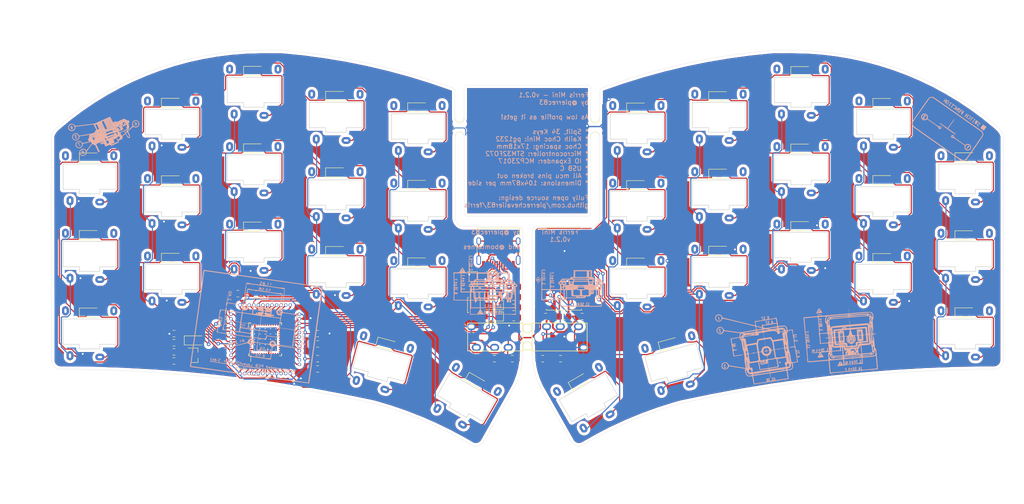
<source format=kicad_pcb>
(kicad_pcb (version 20221018) (generator pcbnew)
  (layers (0 "F.Cu" signal) (31 "B.Cu" signal) (34 "B.Paste" user) (35 "F.Paste" user) (36 "B.SilkS" user "B.Silkscreen") (37 "F.SilkS" user "F.Silkscreen") (38 "B.Mask" user) (39 "F.Mask" user) (44 "Edge.Cuts" user))
  (net 0 "")
  (net 1 "+5V")
  (net 2 "VCC")
  (net 3 "/col4")
  (net 4 "Net-(J1-PadA5)")
  (net 5 "Net-(J1-PadB5)")
  (net 6 "/col0")
  (net 7 "/col8")
  (net 8 "/col5")
  (net 9 "/col2")
  (net 10 "/col1")
  (net 11 "/col3")
  (net 12 "/col6")
  (net 13 "/col7")
  (net 14 "/col9")
  (net 15 "/row0,0")
  (net 16 "/row1,0")
  (net 17 "/row1,1")
  (net 18 "/row0,1")
  (net 19 "/row0,2")
  (net 20 "/row0,3")
  (net 21 "/row1,3")
  (net 22 "/row1,2")
  (net 23 "Net-(D0_0-Pad2)")
  (net 24 "Net-(D0_1-Pad2)")
  (net 25 "Net-(D0_2-Pad2)")
  (net 26 "Net-(D0_3-Pad2)")
  (net 27 "Net-(D0_5-Pad2)")
  (net 28 "Net-(D0_6-Pad2)")
  (net 29 "Net-(D0_7-Pad2)")
  (net 30 "Net-(D0_8-Pad2)")
  (net 31 "Net-(D0_9-Pad2)")
  (net 32 "Net-(D1_0-Pad2)")
  (net 33 "Net-(D1_1-Pad2)")
  (net 34 "Net-(D1_2-Pad2)")
  (net 35 "Net-(D1_3-Pad2)")
  (net 36 "Net-(D1_4-Pad2)")
  (net 37 "Net-(D1_5-Pad2)")
  (net 38 "Net-(D1_6-Pad2)")
  (net 39 "Net-(D1_7-Pad2)")
  (net 40 "Net-(D1_8-Pad2)")
  (net 41 "Net-(D1_9-Pad2)")
  (net 42 "Net-(D2_0-Pad2)")
  (net 43 "Net-(D2_1-Pad2)")
  (net 44 "Net-(D2_2-Pad2)")
  (net 45 "Net-(D2_3-Pad2)")
  (net 46 "Net-(D2_4-Pad2)")
  (net 47 "Net-(D2_5-Pad2)")
  (net 48 "Net-(D2_6-Pad2)")
  (net 49 "Net-(D2_7-Pad2)")
  (net 50 "Net-(D2_8-Pad2)")
  (net 51 "Net-(D2_9-Pad2)")
  (net 52 "Net-(D3_3-Pad2)")
  (net 53 "Net-(D3_4-Pad2)")
  (net 54 "Net-(D3_5-Pad2)")
  (net 55 "Net-(D3_6-Pad2)")
  (net 56 "Net-(D0_4-Pad2)")
  (net 57 "/D-")
  (net 58 "/D+")
  (net 59 "GND")
  (net 60 "+3V3")
  (net 61 "Net-(D3-Pad2)")
  (net 62 "Net-(J1-PadS1)")
  (net 63 "i2c_sda")
  (net 64 "i2c_scl")
  (net 65 "Net-(R6-Pad1)")
  (net 66 "BOOT0")
  (net 67 "NRST")
  (net 68 "VDD")
  (net 69 "i2c_sda_right")
  (net 70 "i2c_scl_right")
  (net 71 "Net-(U1-Pad2)")
  (net 72 "Net-(U1-Pad3)")
  (net 73 "Net-(U1-Pad4)")
  (net 74 "Net-(U1-Pad5)")
  (net 75 "Net-(U1-Pad6)")
  (net 76 "Net-(U1-Pad10)")
  (net 77 "Net-(U1-Pad11)")
  (net 78 "Net-(U1-Pad13)")
  (net 79 "Net-(U1-Pad14)")
  (net 80 "Net-(U1-Pad15)")
  (net 81 "Net-(U1-Pad16)")
  (net 82 "Net-(U1-Pad17)")
  (net 83 "Net-(U1-Pad18)")
  (net 84 "Net-(U1-Pad19)")
  (net 85 "Net-(U1-Pad20)")
  (net 86 "Net-(U1-Pad25)")
  (net 87 "Net-(U1-Pad26)")
  (net 88 "Net-(U1-Pad27)")
  (net 89 "Net-(U1-Pad28)")
  (net 90 "Net-(U1-Pad29)")
  (net 91 "Net-(U1-Pad30)")
  (net 92 "Net-(U1-Pad31)")
  (net 93 "Net-(U1-Pad34)")
  (net 94 "Net-(U1-Pad46)")
  (net 95 "Net-(J1-PadB8)")
  (net 96 "Net-(J1-PadA8)")
  (net 97 "Net-(U2-Pad28)")
  (net 98 "Net-(U2-Pad27)")
  (net 99 "Net-(U2-Pad26)")
  (net 100 "Net-(U2-Pad20)")
  (net 101 "Net-(U2-Pad19)")
  (net 102 "Net-(U2-Pad14)")
  (net 103 "Net-(U2-Pad11)")
  (net 104 "Net-(U2-Pad8)")
  (net 105 "Net-(U2-Pad7)")
  (net 106 "Net-(U2-Pad6)")
  (net 107 "Net-(U2-Pad5)")
  (footprint "Diode_SMD:D_SOD-123" (layer "F.Cu") (at 196 24.7)
    (fp_text reference "D0_8" hide)
    (fp_text value "1N4148W" hide)
  )
  (footprint "Diode_SMD:D_SOD-123" (layer "F.Cu") (at 178 17.7)
    (fp_text reference "D0_7" hide)
    (fp_text value "1N4148W" hide)
  )
  (footprint "Diode_SMD:D_SOD-123" (layer "F.Cu") (at 160 23.2)
    (fp_text reference "D0_6" hide)
    (fp_text value "1N4148W" hide)
  )
  (footprint "Diode_SMD:D_SOD-123" (layer "F.Cu") (at 214 36.6)
    (fp_text reference "D0_9" hide)
    (fp_text value "1N4148W" hide)
  )
  (footprint "Diode_SMD:D_SOD-123" (layer "F.Cu") (at 142 25.7)
    (fp_text reference "D0_5" hide)
    (fp_text value "1N4148W" hide)
  )
  (footprint "Diode_SMD:D_SOD-123" (layer "F.Cu") (at 142 42.7)
    (fp_text reference "D1_5" hide)
    (fp_text value "1N4148W" hide)
  )
  (footprint "Diode_SMD:D_SOD-123" (layer "F.Cu") (at 160 40.2)
    (fp_text reference "D1_6" hide)
    (fp_text value "1N4148W" hide)
  )
  (footprint "Diode_SMD:D_SOD-123" (layer "F.Cu") (at 178 34.7)
    (fp_text reference "D1_7" hide)
    (fp_text value "1N4148W" hide)
  )
  (footprint "Diode_SMD:D_SOD-123" (layer "F.Cu") (at 196 41.6)
    (fp_text reference "D1_8" hide)
    (fp_text value "1N4148W" hide)
  )
  (footprint "Diode_SMD:D_SOD-123" (layer "F.Cu") (at 214 53.7)
    (fp_text reference "D1_9" hide)
    (fp_text value "1N4148W" hide)
  )
  (footprint "Diode_SMD:D_SOD-123" (layer "F.Cu") (at 160 57.1)
    (fp_text reference "D2_6" hide)
    (fp_text value "1N4148W" hide)
  )
  (footprint "Diode_SMD:D_SOD-123" (layer "F.Cu") (at 214 70.6)
    (fp_text reference "D2_9" hide)
    (fp_text value "1N4148W" hide)
  )
  (footprint "Diode_SMD:D_SOD-123" (layer "F.Cu") (at 196 58.7)
    (fp_text reference "D2_8" hide)
    (fp_text value "1N4148W" hide)
  )
  (footprint "Diode_SMD:D_SOD-123" (layer "F.Cu") (at 142 59.7)
    (fp_text reference "D2_5" hide)
    (fp_text value "1N4148W" hide)
  )
  (footprint "Diode_SMD:D_SOD-123" (layer "F.Cu") (at 178 51.7)
    (fp_text reference "D2_7" hide)
    (fp_text value "1N4148W" hide)
  )
  (footprint "Diode_SMD:D_SOD-123" (layer "F.Cu") (at 129.37 85.72 30)
    (fp_text reference "D3_5" hide)
    (fp_text value "1N4148W" hide)
  )
  (footprint "Diode_SMD:D_SOD-123" (layer "F.Cu") (at 149.08 77.53 15)
    (fp_text reference "D3_6" hide)
    (fp_text value "1N4148W" hide)
  )
  (footprint "kbd:TRRS-PJ-320A" (layer "F.Cu") (at 119 76 90)
    (fp_text reference "Jack1" hide)
    (fp_text value "PJ-320A" hide)
  )
  (footprint "switches:Choc_Mini_PG1232_Choc_Spacing" (layer "F.Cu") (at 214 41)
    (fp_text reference "K0_9" hide)
    (fp_text value "KEYSW" hide)
    (fp_line (start -5.8 -2.95) (end 5.8 -2.95) (stroke (width 0.12)) (layer "Edge.Cuts"))
    (fp_line (start -5.8 2.6) (end -5.8 -2.95) (stroke (width 0.12)) (layer "Edge.Cuts"))
    (fp_line (start -2.25 2.6) (end -5.8 2.6) (stroke (width 0.12)) (layer "Edge.Cuts"))
    (fp_line (start -2.25 2.6) (end -2.25 3.6) (stroke (width 0.12)) (layer "Edge.Cuts"))
    (fp_line (start -2.25 3.6) (end 2.25 3.6) (stroke (width 0.12)) (layer "Edge.Cuts"))
    (fp_line (start 2.25 2.6) (end 5.8 2.6) (stroke (width 0.12)) (layer "Edge.Cuts"))
    (fp_line (start 2.25 3.6) (end 2.25 2.6) (stroke (width 0.12)) (layer "Edge.Cuts"))
    (fp_line (start 5.8 -2.95) (end 5.8 2.6) (stroke (width 0.12)) (layer "Edge.Cuts"))
  )
  (footprint "switches:Choc_Mini_PG1232_Choc_Spacing" (layer "F.Cu") (at 196 29)
    (fp_text reference "K0_8" hide)
    (fp_text value "KEYSW" hide)
    (fp_line (start -5.8 -2.95) (end 5.8 -2.95) (stroke (width 0.12)) (layer "Edge.Cuts"))
    (fp_line (start -5.8 2.6) (end -5.8 -2.95) (stroke (width 0.12)) (layer "Edge.Cuts"))
    (fp_line (start -2.25 2.6) (end -5.8 2.6) (stroke (width 0.12)) (layer "Edge.Cuts"))
    (fp_line (start -2.25 2.6) (end -2.25 3.6) (stroke (width 0.12)) (layer "Edge.Cuts"))
    (fp_line (start -2.25 3.6) (end 2.25 3.6) (stroke (width 0.12)) (layer "Edge.Cuts"))
    (fp_line (start 2.25 2.6) (end 5.8 2.6) (stroke (width 0.12)) (layer "Edge.Cuts"))
    (fp_line (start 2.25 3.6) (end 2.25 2.6) (stroke (width 0.12)) (layer "Edge.Cuts"))
    (fp_line (start 5.8 -2.95) (end 5.8 2.6) (stroke (width 0.12)) (layer "Edge.Cuts"))
  )
  (footprint "switches:Choc_Mini_PG1232_Choc_Spacing" (layer "F.Cu") (at 142 30)
    (fp_text reference "K0_5" hide)
    (fp_text value "KEYSW" hide)
    (fp_line (start -5.8 -2.95) (end 5.8 -2.95) (stroke (width 0.12)) (layer "Edge.Cuts"))
    (fp_line (start -5.8 2.6) (end -5.8 -2.95) (stroke (width 0.12)) (layer "Edge.Cuts"))
    (fp_line (start -2.25 2.6) (end -5.8 2.6) (stroke (width 0.12)) (layer "Edge.Cuts"))
    (fp_line (start -2.25 2.6) (end -2.25 3.6) (stroke (width 0.12)) (layer "Edge.Cuts"))
    (fp_line (start -2.25 3.6) (end 2.25 3.6) (stroke (width 0.12)) (layer "Edge.Cuts"))
    (fp_line (start 2.25 2.6) (end 5.8 2.6) (stroke (width 0.12)) (layer "Edge.Cuts"))
    (fp_line (start 2.25 3.6) (end 2.25 2.6) (stroke (width 0.12)) (layer "Edge.Cuts"))
    (fp_line (start 5.8 -2.95) (end 5.8 2.6) (stroke (width 0.12)) (layer "Edge.Cuts"))
  )
  (footprint "switches:Choc_Mini_PG1232_Choc_Spacing" (layer "F.Cu") (at 160 27.5)
    (fp_text reference "K0_6" hide)
    (fp_text value "KEYSW" hide)
    (fp_line (start -5.8 -2.95) (end 5.8 -2.95) (stroke (width 0.12)) (layer "Edge.Cuts"))
    (fp_line (start -5.8 2.6) (end -5.8 -2.95) (stroke (width 0.12)) (layer "Edge.Cuts"))
    (fp_line (start -2.25 2.6) (end -5.8 2.6) (stroke (width 0.12)) (layer "Edge.Cuts"))
    (fp_line (start -2.25 2.6) (end -2.25 3.6) (stroke (width 0.12)) (layer "Edge.Cuts"))
    (fp_line (start -2.25 3.6) (end 2.25 3.6) (stroke (width 0.12)) (layer "Edge.Cuts"))
    (fp_line (start 2.25 2.6) (end 5.8 2.6) (stroke (width 0.12)) (layer "Edge.Cuts"))
    (fp_line (start 2.25 3.6) (end 2.25 2.6) (stroke (width 0.12)) (layer "Edge.Cuts"))
    (fp_line (start 5.8 -2.95) (end 5.8 2.6) (stroke (width 0.12)) (layer "Edge.Cuts"))
  )
  (footprint "switches:Choc_Mini_PG1232_Choc_Spacing" (layer "F.Cu") (at 178 22)
    (fp_text reference "K0_7" hide)
    (fp_text value "KEYSW" hide)
    (fp_line (start -5.8 -2.95) (end 5.8 -2.95) (stroke (width 0.12)) (layer "Edge.Cuts"))
    (fp_line (start -5.8 2.6) (end -5.8 -2.95) (stroke (width 0.12)) (layer "Edge.Cuts"))
    (fp_line (start -2.25 2.6) (end -5.8 2.6) (stroke (width 0.12)) (layer "Edge.Cuts"))
    (fp_line (start -2.25 2.6) (end -2.25 3.6) (stroke (width 0.12)) (layer "Edge.Cuts"))
    (fp_line (start -2.25 3.6) (end 2.25 3.6) (stroke (width 0.12)) (layer "Edge.Cuts"))
    (fp_line (start 2.25 2.6) (end 5.8 2.6) (stroke (width 0.12)) (layer "Edge.Cuts"))
    (fp_line (start 2.25 3.6) (end 2.25 2.6) (stroke (width 0.12)) (layer "Edge.Cuts"))
    (fp_line (start 5.8 -2.95) (end 5.8 2.6) (stroke (width 0.12)) (layer "Edge.Cuts"))
  )
  (footprint "switches:Choc_Mini_PG1232_Choc_Spacing" (layer "F.Cu") (at 214 58)
    (fp_text reference "K1_9" hide)
    (fp_text value "KEYSW" hide)
    (fp_line (start -5.8 -2.95) (end 5.8 -2.95) (stroke (width 0.12)) (layer "Edge.Cuts"))
    (fp_line (start -5.8 2.6) (end -5.8 -2.95) (stroke (width 0.12)) (layer "Edge.Cuts"))
    (fp_line (start -2.25 2.6) (end -5.8 2.6) (stroke (width 0.12)) (layer "Edge.Cuts"))
    (fp_line (start -2.25 2.6) (end -2.25 3.6) (stroke (width 0.12)) (layer "Edge.Cuts"))
    (fp_line (start -2.25 3.6) (end 2.25 3.6) (stroke (width 0.12)) (layer "Edge.Cuts"))
    (fp_line (start 2.25 2.6) (end 5.8 2.6) (stroke (width 0.12)) (layer "Edge.Cuts"))
    (fp_line (start 2.25 3.6) (end 2.25 2.6) (stroke (width 0.12)) (layer "Edge.Cuts"))
    (fp_line (start 5.8 -2.95) (end 5.8 2.6) (stroke (width 0.12)) (layer "Edge.Cuts"))
  )
  (footprint "switches:Choc_Mini_PG1232_Choc_Spacing" (layer "F.Cu") (at 196 46)
    (fp_text reference "K1_8" hide)
    (fp_text value "KEYSW" hide)
    (fp_line (start -5.8 -2.95) (end 5.8 -2.95) (stroke (width 0.12)) (layer "Edge.Cuts"))
    (fp_line (start -5.8 2.6) (end -5.8 -2.95) (stroke (width 0.12)) (layer "Edge.Cuts"))
    (fp_line (start -2.25 2.6) (end -5.8 2.6) (stroke (width 0.12)) (layer "Edge.Cuts"))
    (fp_line (start -2.25 2.6) (end -2.25 3.6) (stroke (width 0.12)) (layer "Edge.Cuts"))
    (fp_line (start -2.25 3.6) (end 2.25 3.6) (stroke (width 0.12)) (layer "Edge.Cuts"))
    (fp_line (start 2.25 2.6) (end 5.8 2.6) (stroke (width 0.12)) (layer "Edge.Cuts"))
    (fp_line (start 2.25 3.6) (end 2.25 2.6) (stroke (width 0.12)) (layer "Edge.Cuts"))
    (fp_line (start 5.8 -2.95) (end 5.8 2.6) (stroke (width 0.12)) (layer "Edge.Cuts"))
  )
  (footprint "switches:Choc_Mini_PG1232_Choc_Spacing" (layer "F.Cu") (at 178 39)
    (fp_text reference "K1_7" hide)
    (fp_text value "KEYSW" hide)
    (fp_line (start -5.8 -2.95) (end 5.8 -2.95) (stroke (width 0.12)) (layer "Edge.Cuts"))
    (fp_line (start -5.8 2.6) (end -5.8 -2.95) (stroke (width 0.12)) (layer "Edge.Cuts"))
    (fp_line (start -2.25 2.6) (end -5.8 2.6) (stroke (width 0.12)) (layer "Edge.Cuts"))
    (fp_line (start -2.25 2.6) (end -2.25 3.6) (stroke (width 0.12)) (layer "Edge.Cuts"))
    (fp_line (start -2.25 3.6) (end 2.25 3.6) (stroke (width 0.12)) (layer "Edge.Cuts"))
    (fp_line (start 2.25 2.6) (end 5.8 2.6) (stroke (width 0.12)) (layer "Edge.Cuts"))
    (fp_line (start 2.25 3.6) (end 2.25 2.6) (stroke (width 0.12)) (layer "Edge.Cuts"))
    (fp_line (start 5.8 -2.95) (end 5.8 2.6) (stroke (width 0.12)) (layer "Edge.Cuts"))
  )
  (footprint "switches:Choc_Mini_PG1232_Choc_Spacing" (layer "F.Cu") (at 160 44.5)
    (fp_text reference "K1_6" hide)
    (fp_text value "KEYSW" hide)
    (fp_line (start -5.8 -2.95) (end 5.8 -2.95) (stroke (width 0.12)) (layer "Edge.Cuts"))
    (fp_line (start -5.8 2.6) (end -5.8 -2.95) (stroke (width 0.12)) (layer "Edge.Cuts"))
    (fp_line (start -2.25 2.6) (end -5.8 2.6) (stroke (width 0.12)) (layer "Edge.Cuts"))
    (fp_line (start -2.25 2.6) (end -2.25 3.6) (stroke (width 0.12)) (layer "Edge.Cuts"))
    (fp_line (start -2.25 3.6) (end 2.25 3.6) (stroke (width 0.12)) (layer "Edge.Cuts"))
    (fp_line (start 2.25 2.6) (end 5.8 2.6) (stroke (width 0.12)) (layer "Edge.Cuts"))
    (fp_line (start 2.25 3.6) (end 2.25 2.6) (stroke (width 0.12)) (layer "Edge.Cuts"))
    (fp_line (start 5.8 -2.95) (end 5.8 2.6) (stroke (width 0.12)) (layer "Edge.Cuts"))
  )
  (footprint "switches:Choc_Mini_PG1232_Choc_Spacing" (layer "F.Cu") (at 142 47)
    (fp_text reference "K1_5" hide)
    (fp_text value "KEYSW" hide)
    (fp_line (start -5.8 -2.95) (end 5.8 -2.95) (stroke (width 0.12)) (layer "Edge.Cuts"))
    (fp_line (start -5.8 2.6) (end -5.8 -2.95) (stroke (width 0.12)) (layer "Edge.Cuts"))
    (fp_line (start -2.25 2.6) (end -5.8 2.6) (stroke (width 0.12)) (layer "Edge.Cuts"))
    (fp_line (start -2.25 2.6) (end -2.25 3.6) (stroke (width 0.12)) (layer "Edge.Cuts"))
    (fp_line (start -2.25 3.6) (end 2.25 3.6) (stroke (width 0.12)) (layer "Edge.Cuts"))
    (fp_line (start 2.25 2.6) (end 5.8 2.6) (stroke (width 0.12)) (layer "Edge.Cuts"))
    (fp_line (start 2.25 3.6) (end 2.25 2.6) (stroke (width 0.12)) (layer "Edge.Cuts"))
    (fp_line (start 5.8 -2.95) (end 5.8 2.6) (stroke (width 0.12)) (layer "Edge.Cuts"))
  )
  (footprint "switches:Choc_Mini_PG1232_Choc_Spacing" (layer "F.Cu") (at 142 64)
    (fp_text reference "K2_5" hide)
    (fp_text value "KEYSW" hide)
    (fp_line (start -5.8 -2.95) (end 5.8 -2.95) (stroke (width 0.12)) (layer "Edge.Cuts"))
    (fp_line (start -5.8 2.6) (end -5.8 -2.95) (stroke (width 0.12)) (layer "Edge.Cuts"))
    (fp_line (start -2.25 2.6) (end -5.8 2.6) (stroke (width 0.12)) (layer "Edge.Cuts"))
    (fp_line (start -2.25 2.6) (end -2.25 3.6) (stroke (width 0.12)) (layer "Edge.Cuts"))
    (fp_line (start -2.25 3.6) (end 2.25 3.6) (stroke (width 0.12)) (layer "Edge.Cuts"))
    (fp_line (start 2.25 2.6) (end 5.8 2.6) (stroke (width 0.12)) (layer "Edge.Cuts"))
    (fp_line (start 2.25 3.6) (end 2.25 2.6) (stroke (width 0.12)) (layer "Edge.Cuts"))
    (fp_line (start 5.8 -2.95) (end 5.8 2.6) (stroke (width 0.12)) (layer "Edge.Cuts"))
  )
  (footprint "switches:Choc_Mini_PG1232_Choc_Spacing" (layer "F.Cu") (at 160 61.5)
    (fp_text reference "K2_6" hide)
    (fp_text value "KEYSW" hide)
    (fp_line (start -5.8 -2.95) (end 5.8 -2.95) (stroke (width 0.12)) (layer "Edge.Cuts"))
    (fp_line (start -5.8 2.6) (end -5.8 -2.95) (stroke (width 0.12)) (layer "Edge.Cuts"))
    (fp_line (start -2.25 2.6) (end -5.8 2.6) (stroke (width 0.12)) (layer "Edge.Cuts"))
    (fp_line (start -2.25 2.6) (end -2.25 3.6) (stroke (width 0.12)) (layer "Edge.Cuts"))
    (fp_line (start -2.25 3.6) (end 2.25 3.6) (stroke (width 0.12)) (layer "Edge.Cuts"))
    (fp_line (start 2.25 2.6) (end 5.8 2.6) (stroke (width 0.12)) (layer "Edge.Cuts"))
    (fp_line (start 2.25 3.6) (end 2.25 2.6) (stroke (width 0.12)) (layer "Edge.Cuts"))
    (fp_line (start 5.8 -2.95) (end 5.8 2.6) (stroke (width 0.12)) (layer "Edge.Cuts"))
  )
  (footprint "switches:Choc_Mini_PG1232_Choc_Spacing" (layer "F.Cu") (at 178 56)
    (fp_text reference "K2_7" hide)
    (fp_text value "KEYSW" hide)
    (fp_line (start -5.8 -2.95) (end 5.8 -2.95) (stroke (width 0.12)) (layer "Edge.Cuts"))
    (fp_line (start -5.8 2.6) (end -5.8 -2.95) (stroke (width 0.12)) (layer "Edge.Cuts"))
    (fp_line (start -2.25 2.6) (end -5.8 2.6) (stroke (width 0.12)) (layer "Edge.Cuts"))
    (fp_line (start -2.25 2.6) (end -2.25 3.6) (stroke (width 0.12)) (layer "Edge.Cuts"))
    (fp_line (start -2.25 3.6) (end 2.25 3.6) (stroke (width 0.12)) (layer "Edge.Cuts"))
    (fp_line (start 2.25 2.6) (end 5.8 2.6) (stroke (width 0.12)) (layer "Edge.Cuts"))
    (fp_line (start 2.25 3.6) (end 2.25 2.6) (stroke (width 0.12)) (layer "Edge.Cuts"))
    (fp_line (start 5.8 -2.95) (end 5.8 2.6) (stroke (width 0.12)) (layer "Edge.Cuts"))
  )
  (footprint "switches:Choc_Mini_PG1232_Choc_Spacing" (layer "F.Cu") (at 196 63)
    (fp_text reference "K2_8" hide)
    (fp_text value "KEYSW" hide)
    (fp_line (start -5.8 -2.95) (end 5.8 -2.95) (stroke (width 0.12)) (layer "Edge.Cuts"))
    (fp_line (start -5.8 2.6) (end -5.8 -2.95) (stroke (width 0.12)) (layer "Edge.Cuts"))
    (fp_line (start -2.25 2.6) (end -5.8 2.6) (stroke (width 0.12)) (layer "Edge.Cuts"))
    (fp_line (start -2.25 2.6) (end -2.25 3.6) (stroke (width 0.12)) (layer "Edge.Cuts"))
    (fp_line (start -2.25 3.6) (end 2.25 3.6) (stroke (width 0.12)) (layer "Edge.Cuts"))
    (fp_line (start 2.25 2.6) (end 5.8 2.6) (stroke (width 0.12)) (layer "Edge.Cuts"))
    (fp_line (start 2.25 3.6) (end 2.25 2.6) (stroke (width 0.12)) (layer "Edge.Cuts"))
    (fp_line (start 5.8 -2.95) (end 5.8 2.6) (stroke (width 0.12)) (layer "Edge.Cuts"))
  )
  (footprint "switches:Choc_Mini_PG1232_Choc_Spacing" (layer "F.Cu") (at 214 75)
    (fp_text reference "K2_9" hide)
    (fp_text value "KEYSW" hide)
    (fp_line (start -5.8 -2.95) (end 5.8 -2.95) (stroke (width 0.12)) (layer "Edge.Cuts"))
    (fp_line (start -5.8 2.6) (end -5.8 -2.95) (stroke (width 0.12)) (layer "Edge.Cuts"))
    (fp_line (start -2.25 2.6) (end -5.8 2.6) (stroke (width 0.12)) (layer "Edge.Cuts"))
    (fp_line (start -2.25 2.6) (end -2.25 3.6) (stroke (width 0.12)) (layer "Edge.Cuts"))
    (fp_line (start -2.25 3.6) (end 2.25 3.6) (stroke (width 0.12)) (layer "Edge.Cuts"))
    (fp_line (start 2.25 2.6) (end 5.8 2.6) (stroke (width 0.12)) (layer "Edge.Cuts"))
    (fp_line (start 2.25 3.6) (end 2.25 2.6) (stroke (width 0.12)) (layer "Edge.Cuts"))
    (fp_line (start 5.8 -2.95) (end 5.8 2.6) (stroke (width 0.12)) (layer "Edge.Cuts"))
  )
  (footprint "switches:Choc_Mini_PG1232_Choc_Spacing" (layer "F.Cu") (at 150.13 81.7 15)
    (fp_text reference "K3_6" hide)
    (fp_text value "KEYSW" hide)
    (fp_line (start -5.8 -2.95) (end 5.8 -2.95) (stroke (width 0.12)) (layer "Edge.Cuts"))
    (fp_line (start -5.8 2.6) (end -5.8 -2.95) (stroke (width 0.12)) (layer "Edge.Cuts"))
    (fp_line (start -2.25 2.6) (end -5.8 2.6) (stroke (width 0.12)) (layer "Edge.Cuts"))
    (fp_line (start -2.25 2.6) (end -2.25 3.6) (stroke (width 0.12)) (layer "Edge.Cuts"))
    (fp_line (start -2.25 3.6) (end 2.25 3.6) (stroke (width 0.12)) (layer "Edge.Cuts"))
    (fp_line (start 2.25 2.6) (end 5.8 2.6) (stroke (width 0.12)) (layer "Edge.Cuts"))
    (fp_line (start 2.25 3.6) (end 2.25 2.6) (stroke (width 0.12)) (layer "Edge.Cuts"))
    (fp_line (start 5.8 -2.95) (end 5.8 2.6) (stroke (width 0.12)) (layer "Edge.Cuts"))
  )
  (footprint "switches:Choc_Mini_PG1232_Choc_Spacing" (layer "F.Cu") (at 131.47 89.41 30)
    (fp_text reference "K3_5" hide)
    (fp_text value "KEYSW" hide)
    (fp_line (start -5.8 -2.95) (end 5.8 -2.95) (stroke (width 0.12)) (layer "Edge.Cuts"))
    (fp_line (start -5.8 2.6) (end -5.8 -2.95) (stroke (width 0.12)) (layer "Edge.Cuts"))
    (fp_line (start -2.25 2.6) (end -5.8 2.6) (stroke (width 0.12)) (layer "Edge.Cuts"))
    (fp_line (start -2.25 2.6) (end -2.25 3.6) (stroke (width 0.12)) (layer "Edge.Cuts"))
    (fp_line (start -2.25 3.6) (end 2.25 3.6) (stroke (width 0.12)) (layer "Edge.Cuts"))
    (fp_line (start 2.25 2.6) (end 5.8 2.6) (stroke (width 0.12)) (layer "Edge.Cuts"))
    (fp_line (start 2.25 3.6) (end 2.25 2.6) (stroke (width 0.12)) (layer "Edge.Cuts"))
    (fp_line (start 5.8 -2.95) (end 5.8 2.6) (stroke (width 0.12)) (layer "Edge.Cuts"))
  )
  (footprint "switches:Choc_Mini_PG1232_Choc_Spacing" (layer "F.Cu") (at 22 41)
    (fp_text reference "K0_0" hide)
    (fp_text value "KEYSW" hide)
    (fp_line (start -5.8 -2.95) (end 5.8 -2.95) (stroke (width 0.12)) (layer "Edge.Cuts"))
    (fp_line (start -5.8 2.6) (end -5.8 -2.95) (stroke (width 0.12)) (layer "Edge.Cuts"))
    (fp_line (start -2.25 2.6) (end -5.8 2.6) (stroke (width 0.12)) (layer "Edge.Cuts"))
    (fp_line (start -2.25 2.6) (end -2.25 3.6) (stroke (width 0.12)) (layer "Edge.Cuts"))
    (fp_line (start -2.25 3.6) (end 2.25 3.6) (stroke (width 0.12)) (layer "Edge.Cuts"))
    (fp_line (start 2.25 2.6) (end 5.8 2.6) (stroke (width 0.12)) (layer "Edge.Cuts"))
    (fp_line (start 2.25 3.6) (end 2.25 2.6) (stroke (width 0.12)) (layer "Edge.Cuts"))
    (fp_line (start 5.8 -2.95) (end 5.8 2.6) (stroke (width 0.12)) (layer "Edge.Cuts"))
  )
  (footprint "Resistor_SMD:R_0805_2012Metric_Pad1.15x1.40mm_HandSolder" (layer "F.Cu") (at 115 67.25 180)
    (fp_text reference "R1" hide)
    (fp_text value "5.1kΩ" hide)
  )
  (footprint "Diode_SMD:D_SOD-123" (layer "F.Cu") (at 40 58.65)
    (fp_text reference "D2_1" hide)
    (fp_text value "1N4148W" hide)
  )
  (footprint "switches:Choc_Mini_PG1232_Choc_Spacing" (layer "F.Cu") (at 76 44.5)
    (fp_text reference "K1_3" hide)
    (fp_text value "KEYSW" hide)
    (fp_line (start -5.8 -2.95) (end 5.8 -2.95) (stroke (width 0.12)) (layer "Edge.Cuts"))
    (fp_line (start -5.8 2.6) (end -5.8 -2.95) (stroke (width 0.12)) (layer "Edge.Cuts"))
    (fp_line (start -2.25 2.6) (end -5.8 2.6) (stroke (width 0.12)) (layer "Edge.Cuts"))
    (fp_line (start -2.25 2.6) (end -2.25 3.6) (stroke (width 0.12)) (layer "Edge.Cuts"))
    (fp_line (start -2.25 3.6) (end 2.25 3.6) (stroke (width 0.12)) (layer "Edge.Cuts"))
    (fp_line (start 2.25 2.6) (end 5.8 2.6) (stroke (width 0.12)) (layer "Edge.Cuts"))
    (fp_line (start 2.25 3.6) (end 2.25 2.6) (stroke (width 0.12)) (layer "Edge.Cuts"))
    (fp_line (start 5.8 -2.95) (end 5.8 2.6) (stroke (width 0.12)) (layer "Edge.Cuts"))
  )
  (footprint "Diode_SMD:D_SOD-123" (layer "F.Cu") (at 22 53.65)
    (fp_text reference "D1_0" hide)
    (fp_text value "1N4148W" hide)
  )
  (footprint "Diode_SMD:D_SOD-123" (layer "F.Cu") (at 94 59.65)
    (fp_text reference "D2_4" hide)
    (fp_text value "1N4148W" hide)
  )
  (footprint "Diode_SMD:D_SOD-123" (layer "F.Cu") (at 22 70.65)
    (fp_text reference "D2_0" hide)
    (fp_text value "1N4148W" hide)
  )
  (footprint "Diode_SMD:D_SOD-123" (layer "F.Cu") (at 58 17.65)
    (fp_text reference "D0_2" hide)
    (fp_text value "1N4148W" hide)
  )
  (footprint "Connector_USB:USB_C_Receptacle_HRO_TYPE-C-31-M-12" (layer "F.Cu") (at 111.64 56.01 180)
    (fp_text reference "J1" hide)
    (fp_text value "TYPE-C-31-M-12" hide)
  )
  (footprint "switches:Choc_Mini_PG1232_Choc_Spacing" (layer "F.Cu") (at 40 29)
    (fp_text reference "K0_1" hide)
    (fp_text value "KEYSW" hide)
    (fp_line (start -5.8 -2.95) (end 5.8 -2.95) (stroke (width 0.12)) (layer "Edge.Cuts"))
    (fp_line (start -5.8 2.6) (end -5.8 -2.95) (stroke (width 0.12)) (layer "Edge.Cuts"))
    (fp_line (start -2.25 2.6) (end -5.8 2.6) (stroke (width 0.12)) (layer "Edge.Cuts"))
    (fp_line (start -2.25 2.6) (end -2.25 3.6) (stroke (width 0.12)) (layer "Edge.Cuts"))
    (fp_line (start -2.25 3.6) (end 2.25 3.6) (stroke (width 0.12)) (layer "Edge.Cuts"))
    (fp_line (start 2.25 2.6) (end 5.8 2.6) (stroke (width 0.12)) (layer "Edge.Cuts"))
    (fp_line (start 2.25 3.6) (end 2.25 2.6) (stroke (width 0.12)) (layer "Edge.Cuts"))
    (fp_line (start 5.8 -2.95) (end 5.8 2.6) (stroke (width 0.12)) (layer "Edge.Cuts"))
  )
  (footprint "switches:Choc_Mini_PG1232_Choc_Spacing" (layer "F.Cu") (at 94 64)
    (fp_text reference "K2_4" hide)
    (fp_text value "KEYSW" hide)
    (fp_line (start -5.8 -2.95) (end 5.8 -2.95) (stroke (width 0.12)) (layer "Edge.Cuts"))
    (fp_line (start -5.8 2.6) (end -5.8 -2.95) (stroke (width 0.12)) (layer "Edge.Cuts"))
    (fp_line (start -2.25 2.6) (end -5.8 2.6) (stroke (width 0.12)) (layer "Edge.Cuts"))
    (fp_line (start -2.25 2.6) (end -2.25 3.6) (stroke (width 0.12)) (layer "Edge.Cuts"))
    (fp_line (start -2.25 3.6) (end 2.25 3.6) (stroke (width 0.12)) (layer "Edge.Cuts"))
    (fp_line (start 2.25 2.6) (end 5.8 2.6) (stroke (width 0.12)) (layer "Edge.Cuts"))
    (fp_line (start 2.25 3.6) (end 2.25 2.6) (stroke (width 0.12)) (layer "Edge.Cuts"))
    (fp_line (start 5.8 -2.95) (end 5.8 2.6) (stroke (width 0.12)) (layer "Edge.Cuts"))
  )
  (footprint "switches:Choc_Mini_PG1232_Choc_Spacing" (layer "F.Cu") (at 76 27.5)
    (fp_text reference "K0_3" hide)
    (fp_text value "KEYSW" hide)
    (fp_line (start -5.8 -2.95) (end 5.8 -2.95) (stroke (width 0.12)) (layer "Edge.Cuts"))
    (fp_line (start -5.8 2.6) (end -5.8 -2.95) (stroke (width 0.12)) (layer "Edge.Cuts"))
    (fp_line (start -2.25 2.6) (end -5.8 2.6) (stroke (width 0.12)) (layer "Edge.Cuts"))
    (fp_line (start -2.25 2.6) (end -2.25 3.6) (stroke (width 0.12)) (layer "Edge.Cuts"))
    (fp_line (start -2.25 3.6) (end 2.25 3.6) (stroke (width 0.12)) (layer "Edge.Cuts"))
    (fp_line (start 2.25 2.6) (end 5.8 2.6) (stroke (width 0.12)) (layer "Edge.Cuts"))
    (fp_line (start 2.25 3.6) (end 2.25 2.6) (stroke (width 0.12)) (layer "Edge.Cuts"))
    (fp_line (start 5.8 -2.95) (end 5.8 2.6) (stroke (width 0.12)) (layer "Edge.Cuts"))
  )
  (footprint "Diode_SMD:D_SOD-123" (layer "F.Cu") (at 40 41.65)
    (fp_text reference "D1_1" hide)
    (fp_text value "1N4148W" hide)
  )
  (footprint "Diode_SMD:D_SOD-123" (layer "F.Cu") (at 76 23.15)
    (fp_text reference "D0_3" hide)
    (fp_text value "1N4148W" hide)
  )
  (footprint "Diode_SMD:D_SOD-123" (layer "F.Cu") (at 106.7 85.72 -30)
    (fp_text reference "D3_4" hide)
    (fp_text value "1N4148W" hide)
  )
  (footprint "switches:Choc_Mini_PG1232_Choc_Spacing" (layer "F.Cu") (at 22 75)
    (fp_text reference "K2_0" hide)
    (fp_text value "KEYSW" hide)
    (fp_line (start -5.8 -2.95) (end 5.8 -2.95) (stroke (width 0.12)) (layer "Edge.Cuts"))
    (fp_line (start -5.8 2.6) (end -5.8 -2.95) (stroke (width 0.12)) (layer "Edge.Cuts"))
    (fp_line (start -2.25 2.6) (end -5.8 2.6) (stroke (width 0.12)) (layer "Edge.Cuts"))
    (fp_line (start -2.25 2.6) (end -2.25 3.6) (stroke (width 0.12)) (layer "Edge.Cuts"))
    (fp_line (start -2.25 3.6) (end 2.25 3.6) (stroke (width 0.12)) (layer "Edge.Cuts"))
    (fp_line (start 2.25 2.6) (end 5.8 2.6) (stroke (width 0.12)) (layer "Edge.Cuts"))
    (fp_line (start 2.25 3.6) (end 2.25 2.6) (stroke (width 0.12)) (layer "Edge.Cuts"))
    (fp_line (start 5.8 -2.95) (end 5.8 2.6) (stroke (width 0.12)) (layer "Edge.Cuts"))
  )
  (footprint "Diode_SMD:D_SOD-123" (layer "F.Cu") (at 58 51.8)
    (fp_text reference "D2_2" hide)
    (fp_text value "1N4148W" hide)
  )
  (footprint "switches:Choc_Mini_PG1232_Choc_Spacing" (layer "F.Cu") (at 76 61.5)
    (fp_text reference "K2_3" hide)
    (fp_text value "KEYSW" hide)
    (fp_line (start -5.8 -2.95) (end 5.8 -2.95) (stroke (width 0.12)) (layer "Edge.Cuts"))
    (fp_line (start -5.8 2.6) (end -5.8 -2.95) (stroke (width 0.12)) (layer "Edge.Cuts"))
    (fp_line (start -2.25 2.6) (end -5.8 2.6) (stroke (width 0.12)) (layer "Edge.Cuts"))
    (fp_line (start -2.25 2.6) (end -2.25 3.6) (stroke (width 0.12)) (layer "Edge.Cuts"))
    (fp_line (start -2.25 3.6) (end 2.25 3.6) (stroke (width 0.12)) (layer "Edge.Cuts"))
    (fp_line (start 2.25 2.6) (end 5.8 2.6) (stroke (width 0.12)) (layer "Edge.Cuts"))
    (fp_line (start 2.25 3.6) (end 2.25 2.6) (stroke (width 0.12)) (layer "Edge.Cuts"))
    (fp_line (start 5.8 -2.95) (end 5.8 2.6) (stroke (width 0.12)) (layer "Edge.Cuts"))
  )
  (footprint "Diode_SMD:D_SOD-123" (layer "F.Cu") (at 87.15 77.57 -15)
    (fp_text reference "D3_3" hide)
    (fp_text value "1N4148W" hide)
  )
  (footprint "Diode_SMD:D_SOD-123" (layer "F.Cu") (at 76 39.9)
    (fp_text reference "D1_3" hide)
    (fp_text value "1N4148W" hide)
  )
  (footprint "Diode_SMD:D_SOD-123" (layer "F.Cu") (at 58 34.65)
    (fp_text reference "D1_2" hide)
    (fp_text value "1N4148W" hide)
  )
  (footprint "Resistor_SMD:R_0805_2012Metric_Pad1.15x1.40mm_HandSolder" (layer "F.Cu") (at 115 65 180)
    (fp_text reference "R2" hide)
    (fp_text value "5.1kΩ" hide)
  )
  (footprint "Diode_SMD:D_SOD-123" (layer "F.Cu") (at 22 36.65)
    (fp_text reference "D0_0" hide)
    (fp_text value "1N4148W" hide)
  )
  (footprint "switches:Choc_Mini_PG1232_Choc_Spacing" (layer "F.Cu") (at 94 30)
    (fp_text reference "K0_4" hide)
    (fp_text value "KEYSW" hide)
    (fp_line (start -5.8 -2.95) (end 5.8 -2.95) (stroke (width 0.12)) (layer "Edge.Cuts"))
    (fp_line (start -5.8 2.6) (end -5.8 -2.95) (stroke (width 0.12)) (layer "Edge.Cuts"))
    (fp_line (start -2.25 2.6) (end -5.8 2.6) (stroke (width 0.12)) (layer "Edge.Cuts"))
    (fp_line (start -2.25 2.6) (end -2.25 3.6) (stroke (width 0.12)) (layer "Edge.Cuts"))
    (fp_line (start -2.25 3.6) (end 2.25 3.6) (stroke (width 0.12)) (layer "Edge.Cuts"))
    (fp_line (start 2.25 2.6) (end 5.8 2.6) (stroke (width 0.12)) (layer "Edge.Cuts"))
    (fp_line (start 2.25 3.6) (end 2.25 2.6) (stroke (width 0.12)) (layer "Edge.Cuts"))
    (fp_line (start 5.8 -2.95) (end 5.8 2.6) (stroke (width 0.12)) (layer "Edge.Cuts"))
  )
  (footprint "switches:Choc_Mini_PG1232_Choc_Spacing" (layer "F.Cu") (at 22 58)
    (fp_text reference "K1_0" hide)
    (fp_text value "KEYSW" hide)
    (fp_line (start -5.8 -2.95) (end 5.8 -2.95) (stroke (width 0.12)) (layer "Edge.Cuts"))
    (fp_line (start -5.8 2.6) (end -5.8 -2.95) (stroke (width 0.12)) (layer "Edge.Cuts"))
    (fp_line (start -2.25 2.6) (end -5.8 2.6) (stroke (width 0.12)) (layer "Edge.Cuts"))
    (fp_line (start -2.25 2.6) (end -2.25 3.6) (stroke (width 0.12)) (layer "Edge.Cuts"))
    (fp_line (start -2.25 3.6) (end 2.25 3.6) (stroke (width 0.12)) (layer "Edge.Cuts"))
    (fp_line (start 2.25 2.6) (end 5.8 2.6) (stroke (width 0.12)) (layer "Edge.Cuts"))
    (fp_line (start 2.25 3.6) (end 2.25 2.6) (stroke (width 0.12)) (layer "Edge.Cuts"))
    (fp_line (start 5.8 -2.95) (end 5.8 2.6) (stroke (width 0.12)) (layer "Edge.Cuts"))
  )
  (footprint "switches:Choc_Mini_PG1232_Choc_Spacing" (layer "F.Cu") (at 58 22)
    (fp_text reference "K0_2" hide)
    (fp_text value "KEYSW" hide)
    (fp_line (start -5.8 -2.95) (end 5.8 -2.95) (stroke (width 0.12)) (layer "Edge.Cuts"))
    (fp_line (start -5.8 2.6) (end -5.8 -2.95) (stroke (width 0.12)) (layer "Edge.Cuts"))
    (fp_line (start -2.25 2.6) (end -5.8 2.6) (stroke (width 0.12)) (layer "Edge.Cuts"))
    (fp_line (start -2.25 2.6) (end -2.25 3.6) (stroke (width 0.12)) (layer "Edge.Cuts"))
    (fp_line (start -2.25 3.6) (end 2.25 3.6) (stroke (width 0.12)) (layer "Edge.Cuts"))
    (fp_line (start 2.25 2.6) (end 5.8 2.6) (stroke (width 0.12)) (layer "Edge.Cuts"))
    (fp_line (start 2.25 3.6) (end 2.25 2.6) (stroke (width 0.12)) (layer "Edge.Cuts"))
    (fp_line (start 5.8 -2.95) (end 5.8 2.6) (stroke (width 0.12)) (layer "Edge.Cuts"))
  )
  (footprint "Diode_SMD:D_SOD-123" (layer "F.Cu") (at 94 42.65)
    (fp_text reference "D1_4" hide)
    (fp_text value "1N4148W" hide)
  )
  (footprint "Diode_SMD:D_SOD-123" (layer "F.Cu") (at 94 25.65)
    (fp_text reference "D0_4" hide)
    (fp_text value "1N4148W" hide)
  )
  (footprint "Diode_SMD:D_SOD-123" (layer "F.Cu") (at 40 24.65)
    (fp_text reference "D0_1" hide)
    (fp_text value "1N4148W" hide)
  )
  (footprint "switches:Choc_Mini_PG1232_Choc_Spacing" (layer "F.Cu") (at 104.53 89.41 -30)
    (fp_text reference "K3_4" hide)
    (fp_text value "KEYSW" hide)
    (fp_line (start -5.8 -2.95) (end 5.8 -2.95) (stroke (width 0.12)) (layer "Edge.Cuts"))
    (fp_line (start -5.8 2.6) (end -5.8 -2.95) (stroke (width 0.12)) (layer "Edge.Cuts"))
    (fp_line (start -2.25 2.6) (end -5.8 2.6) (stroke (width 0.12)) (layer "Edge.Cuts"))
    (fp_line (start -2.25 2.6) (end -2.25 3.6) (stroke (width 0.12)) (layer "Edge.Cuts"))
    (fp_line (start -2.25 3.6) (end 2.25 3.6) (stroke (width 0.12)) (layer "Edge.Cuts"))
    (fp_line (start 2.25 2.6) (end 5.8 2.6) (stroke (width 0.12)) (layer "Edge.Cuts"))
    (fp_line (start 2.25 3.6) (end 2.25 2.6) (stroke (width 0.12)) (layer "Edge.Cuts"))
    (fp_line (start 5.8 -2.95) (end 5.8 2.6) (stroke (width 0.12)) (layer "Edge.Cuts"))
  )
  (footprint "switches:Choc_Mini_PG1232_Choc_Spacing" (layer "F.Cu") (at 40 46)
    (fp_text reference "K1_1" hide)
    (fp_text value "KEYSW" hide)
    (fp_line (start -5.8 -2.95) (end 5.8 -2.95) (stroke (width 0.12)) (layer "Edge.Cuts"))
    (fp_line (start -5.8 2.6) (end -5.8 -2.95) (stroke (width 0.12)) (layer "Edge.Cuts"))
    (fp_line (start -2.25 2.6) (end -5.8 2.6) (stroke (width 0.12)) (layer "Edge.Cuts"))
    (fp_line (start -2.25 2.6) (end -2.25 3.6) (stroke (width 0.12)) (layer "Edge.Cuts"))
    (fp_line (start -2.25 3.6) (end 2.25 3.6) (stroke (width 0.12)) (layer "Edge.Cuts"))
    (fp_line (start 2.25 2.6) (end 5.8 2.6) (stroke (width 0.12)) (layer "Edge.Cuts"))
    (fp_line (start 2.25 3.6) (end 2.25 2.6) (stroke (width 0.12)) (layer "Edge.Cuts"))
    (fp_line (start 5.8 -2.95) (end 5.8 2.6) (stroke (width 0.12)) (layer "Edge.Cuts"))
  )
  (footprint "Resistor_SMD:R_0805_2012Metric_Pad1.15x1.40mm_HandSolder" (layer "F.Cu") (at 125.25 80.75)
    (fp_text reference "R7" hide)
    (fp_text value "4.7kΩ" hide)
  )
  (footprint "switches:Choc_Mini_PG1232_Choc_Spacing" (layer "F.Cu") (at 58 39)
    (fp_text reference "K1_2" hide)
    (fp_text value "KEYSW" hide)
    (fp_line (start -5.8 -2.95) (end 5.8 -2.95) (stroke (width 0.12)) (layer "Edge.Cuts"))
    (fp_line (start -5.8 2.6) (end -5.8 -2.95) (stroke (width 0.12)) (layer "Edge.Cuts"))
    (fp_line (start -2.25 2.6) (end -5.8 2.6) (stroke (width 0.12)) (layer "Edge.Cuts"))
    (fp_line (start -2.25 2.6) (end -2.25 3.6) (stroke (width 0.12)) (layer "Edge.Cuts"))
    (fp_line (start -2.25 3.6) (end 2.25 3.6) (stroke (width 0.12)) (layer "Edge.Cuts"))
    (fp_line (start 2.25 2.6) (end 5.8 2.6) (stroke (width 0.12)) (layer "Edge.Cuts"))
    (fp_line (start 2.25 3.6) (end 2.25 2.6) (stroke (width 0.12)) (layer "Edge.Cuts"))
    (fp_line (start 5.8 -2.95) (end 5.8 2.6) (stroke (width 0.12)) (layer "Edge.Cuts"))
  )
  (footprint "Diode_SMD:D_SOD-123" (layer "F.Cu") (at 76 57.15)
    (fp_text reference "D2_3" hide)
    (fp_text value "1N4148W" hide)
  )
  (footprint "switches:Choc_Mini_PG1232_Choc_Spacing" (layer "F.Cu") (at 40 63)
    (fp_text reference "K2_1" hide)
    (fp_text value "KEYSW" hide)
    (fp_line (start -5.8 -2.95) (end 5.8 -2.95) (stroke (width 0.12)) (layer "Edge.Cuts"))
    (fp_line (start -5.8 2.6) (end -5.8 -2.95) (stroke (width 0.12)) (layer "Edge.Cuts"))
    (fp_line (start -2.25 2.6) (end -5.8 2.6) (stroke (width 0.12)) (layer "Edge.Cuts"))
    (fp_line (start -2.25 2.6) (end -2.25 3.6) (stroke (width 0.12)) (layer "Edge.Cuts"))
    (fp_line (start -2.25 3.6) (end 2.25 3.6) (stroke (width 0.12)) (layer "Edge.Cuts"))
    (fp_line (start 2.25 2.6) (end 5.8 2.6) (stroke (width 0.12)) (layer "Edge.Cuts"))
    (fp_line (start 2.25 3.6) (end 2.25 2.6) (stroke (width 0.12)) (layer "Edge.Cuts"))
    (fp_line (start 5.8 -2.95) (end 5.8 2.6) (stroke (width 0.12)) (layer "Edge.Cuts"))
  )
  (footprint "switches:Choc_Mini_PG1232_Choc_Spacing" (layer "F.Cu") (at 94 47)
    (fp_text reference "K1_4" hide)
    (fp_text value "KEYSW" hide)
    (fp_line (start -5.8 -2.95) (end 5.8 -2.95) (stroke (width 0.12)) (layer "Edge.Cuts"))
    (fp_line (start -5.8 2.6) (end -5.8 -2.95) (stroke (width 0.12)) (layer "Edge.Cuts"))
    (fp_line (start -2.25 2.6) (end -5.8 2.6) (stroke (width 0.12)) (layer "Edge.Cuts"))
    (fp_line (start -2.25 2.6) (end -2.25 3.6) (stroke (width 0.12)) (layer "Edge.Cuts"))
    (fp_line (start -2.25 3.6) (end 2.25 3.6) (stroke (width 0.12)) (layer "Edge.Cuts"))
    (fp_line (start 2.25 2.6) (end 5.8 2.6) (stroke (width 0.12)) (layer "Edge.Cuts"))
    (fp_line (start 2.25 3.6) (end 2.25 2.6) (stroke (width 0.12)) (layer "Edge.Cuts"))
    (fp_line (start 5.8 -2.95) (end 5.8 2.6) (stroke (width 0.12)) (layer "Edge.Cuts"))
  )
  (footprint "kbd:TRRS-PJ-320A" (layer "F.Cu") (at 117 76 -90)
    (fp_text reference "Jack0" hide)
    (fp_text value "PJ-320A" hide)
  )
  (footprint "copper_pads:ferris_low" (layer "F.Cu") (at 179.45 75.47 7)
    (fp_text reference "G***" hide)
    (fp_text value "LOGO" hide)
  )
  (footprint "Capacitor_SMD:C_0805_2012Metric_Pad1.15x1.40mm_HandSolder" (layer "F.Cu") (at 122 71.5)
    (fp_text reference "C13" hide)
    (fp_text value "0.1uF" hide)
  )
  (footprint "Capacitor_SMD:C_0805_2012Metric_Pad1.15x1.40mm_HandSolder" (layer "F.Cu") (at 130 71.5 180)
    (fp_text reference "C12" hide)
    (fp_text value "0.1uF" hide)
  )
  (footprint "Package_SO:SOIC-28W_7.5x17.9mm_P1.27mm" (layer "F.Cu") (at 126 61.04)
    (fp_text reference "U2" hide)
    (fp_text value "MCP23017-E/SO" hide)
  )
  (footprint "Resistor_SMD:R_0805_2012Metric_Pad1.15x1.40mm_HandSolder" (layer "F.Cu") (at 126 71.5)
    (fp_text reference "R6" hide)
    (fp_text value "10kΩ" hide)
  )
  (footprint "switches:Choc_Mini_PG1232_Choc_Spacing" (layer "F.Cu") (at 85.97 81.7 -15)
    (fp_text reference "K3_3" hide)
    (fp_text value "KEYSW" hide)
    (fp_line (start -5.8 -2.95) (end 5.8 -2.95) (stroke (width 0.12)) (layer "Edge.Cuts"))
    (fp_line (start -5.8 2.6) (end -5.8 -2.95) (stroke (width 0.12)) (layer "Edge.Cuts"))
    (fp_line (start -2.25 2.6) (end -5.8 2.6) (stroke (width 0.12)) (layer "Edge.Cuts"))
    (fp_line (start -2.25 2.6) (end -2.25 3.6) (stroke (width 0.12)) (layer "Edge.Cuts"))
    (fp_line (start -2.25 3.6) (end 2.25 3.6) (stroke (width 0.12)) (layer "Edge.Cuts"))
    (fp_line (start 2.25 2.6) (end 5.8 2.6) (stroke (width 0.12)) (layer "Edge.Cuts"))
    (fp_line (start 2.25 3.6) (end 2.25 2.6) (stroke (width 0.12)) (layer "Edge.Cuts"))
    (fp_line (start 5.8 -2.95) (end 5.8 2.6) (stroke (width 0.12)) (layer "Edge.Cuts"))
  )
  (footprint "switches:Choc_Mini_PG1232_Choc_Spacing" (layer "F.Cu") (at 58 56)
    (fp_text reference "K2_2" hide)
    (fp_text value "KEYSW" hide)
    (fp_line (start -5.8 -2.95) (end 5.8 -2.95) (stroke (width 0.12)) (layer "Edge.Cuts"))
    (fp_line (start -5.8 2.6) (end -5.8 -2.95) (stroke (width 0.12)) (layer "Edge.Cuts"))
    (fp_line (start -2.25 2.6) (end -5.8 2.6) (stroke (width 0.12)) (layer "Edge.Cuts"))
    (fp_line (start -2.25 2.6) (end -2.25 3.6) (stroke (width 0.12)) (layer "Edge.Cuts"))
    (fp_line (start -2.25 3.6) (end 2.25 3.6) (stroke (width 0.12)) (layer "Edge.Cuts"))
    (fp_line (start 2.25 2.6) (end 5.8 2.6) (stroke (width 0.12)) (layer "Edge.Cuts"))
    (fp_line (start 2.25 3.6) (end 2.25 2.6) (stroke (width 0.12)) (layer "Edge.Cuts"))
    (fp_line (start 5.8 -2.95) (end 5.8 2.6) (stroke (width 0.12)) (layer "Edge.Cuts"))
  )
  (footprint "Fuse:Fuse_1206_3216Metric" (layer "F.Cu") (at 110.5 66.5 180)
    (fp_text reference "F1" hide)
    (fp_text value "500mA" hide)
  )
  (footprint "Resistor_SMD:R_0805_2012Metric_Pad1.15x1.40mm_HandSolder" (layer "F.Cu") (at 121.35 80.75 180)
    (fp_text reference "R8" hide)
    (fp_text value "4.7kΩ" hide)
  )
  (footprint "panelization:mouse-bite-2mm-slot-with-space-for-track" (layer "F.Cu") (at 118 76.03 90)
    (fp_text reference "mouse-bite-2mm-slot" hide)
    (fp_text value "VAL**" hide)
  )
  (footprint "panelization:mouse-bite-2mm-slot-with-space-for-track" (layer "F.Cu") (at 132.85 30 90)
    (fp_text reference "mouse-bite-2mm-slot" hide)
    (fp_text value "VAL**" hide)
  )
  (footprint "copper_pads:ferris_low" (layer "F.Cu") (at 117.1 34.75 60)
    (fp_text reference "G***" hide)
    (fp_text value "LOGO" hide)
  )
  (footprint "Capacitor_SMD:C_0805_2012Metric_Pad1.15x1.40mm_HandSolder" (layer "F.Cu") (at 115 71.75)
    (fp_text reference "C1" hide)
    (fp_text value "1uF" hide)
  )
  (footprint "Capacitor_SMD:C_0805_2012Metric_Pad1.15x1.40mm_HandSolder" (layer "F.Cu") (at 110.75 80.75 180)
    (fp_text reference "C2" hide)
    (fp_text value "1uF" hide)
  )
  (footprint "Capacitor_SMD:C_0805_2012Metric_Pad1.15x1.40mm_HandSolder" (layer "F.Cu") (at 40.5 77.25 180)
    (fp_text reference "C3" hide)
    (fp_text value "10uF" hide)
  )
  (footprint "Capacitor_SMD:C_0805_2012Metric_Pad1.15x1.40mm_HandSolder" (layer "F.Cu") (at 40.5 81.25 180)
    (fp_text reference "C4" hide)
    (fp_text value "4.7nF" hide)
  )
  (footprint "Capacitor_SMD:C_0805_2012Metric_Pad1.15x1.40mm_HandSolder" (layer "F.Cu") (at 54.5 66.5 180)
    (fp_text reference "C5" hide)
    (fp_text value "0.1uF" hide)
  )
  (footprint "Capacitor_SMD:C_0805_2012Metric_Pad1.15x1.40mm_HandSolder" (layer "F.Cu") (at 58.5 66.5)
    (fp_text reference "C6" hide)
    (fp_text value "4.7uF" hide)
  )
  (footprint "Capacitor_SMD:C_0805_2012Metric_Pad1.15x1.40mm_HandSolder" (layer "F.Cu") (at 72 80.75)
    (fp_text reference "C7" hide)
    (fp_text value "1uF" hide)
  )
  (footprint "Capacitor_SMD:C_0805_2012Metric_Pad1.15x1.40mm_HandSolder" (layer "F.Cu") (at 72 83)
    (fp_text reference "C8" hide)
    (fp_text value "10uF" hide)
  )
  (footprint "Capacitor_SMD:C_0805_2012Metric_Pad1.15x1.40mm_HandSolder" (layer "F.Cu") (at 40.5 79.25)
    (fp_text reference "C9" hide)
    (fp_text value "0.1uF" hide)
  )
  (footprint "Capacitor_SMD:C_0805_2012Metric_Pad1.15x1.40mm_HandSolder" (layer "F.Cu") (at 72 77.5 180)
    (fp_text reference "C10" hide)
    (fp_text value "0.1uF" hide)
  )
  (footprint "Capacitor_SMD:C_0805_2012Metric_Pad1.15x1.40mm_HandSolder" (layer "F.Cu") (at 72 75.25 180)
    (fp_text reference "C11" hide)
    (fp_text value "4.7uF" hide)
  )
  (footprint "Diode_SMD:D_SOD-123" (layer "F.Cu") (at 110.5 69 180)
    (fp_text reference "D1" hide)
    (fp_text value "SMF9.0CA" hide)
  )
  (footprint "Diode_SMD:D_SOD-123" (layer "F.Cu") (at 110.5 71.5 180)
    (fp_text reference "D2" hide)
    (fp_text value "RB060M-30TR" hide)
  )
  (footprint "Diode_SMD:D_SOD-123" (layer "F.Cu") (at 45 76.75)
    (fp_text reference "D3" hide)
    (fp_text value "1N4148W" hide)
  )
  (footprint "Package_TO_SOT_SMD:SOT-23" (layer "F.Cu") (at 45 80)
    (fp_text reference "Q1" hide)
    (fp_text value "PDTC123JT,215" hide)
  )
  (footprint "Resistor_SMD:R_0805_2012Metric_Pad1.15x1.40mm_HandSolder" (layer "F.Cu") (at 114.7 80.75)
    (fp_text reference "R4" hide)
    (fp_text value "100kΩ" hide)
  )
  (footprint "Resistor_SMD:R_0805_2012Metric_Pad1.15x1.40mm_HandSolder" (layer "F.Cu") (at 40.5 75.25 180)
    (fp_text reference "R5" hide)
    (fp_text value "100kΩ" hide)
  )
  (footprint "Button_Switch_SMD:SW_SPST_B3U-1000P" (layer "F.Cu") (at 106.25 69 -90)
    (fp_text reference "SW1" hide)
    (fp_text value "B3U-1000P" hide)
  )
  (footprint "breakout_pins:Dual_MCU_QFP_QFN_48_with_breakout_pins" (layer "F.Cu") (at 60.5 76.5 90)
    (fp_text reference "U1" hide)
    (fp_text value "STM32F072CBT6")
  )
  (footprint "Package_TO_SOT_SMD:SOT-23" (layer "F.Cu") (at 106.25 63.25)
    (fp_text reference "U3" hide)
    (fp_text value "MCP1700T-3302E/TT" hide)
  )
  (footprint "Package_TO_SOT_SMD:SOT-23-6" (layer "F.Cu") (at 110.5 63.25)
    (fp_text reference "U4" hide)
    (fp_text value "SRV05-4" hide)
  )
  (footprint "Resistor_SMD:R_0805_2012Metric_Pad1.15x1.40mm_HandSolder" (layer "F.Cu") (at 115 69.5)
    (fp_text reference "R3" hide)
    (fp_text value "100kΩ" hide)
  )
  (footprint "panelization:mouse-bite-2mm-slot-with-space-for-track" (layer "F.Cu") (at 103.15 30 90)
    (fp_text reference "mouse-bite-2mm-slot" hide)
    (fp_text value "VAL**" hide)
  )
  (footprint "silkscreens:pg1232_right" (layer "B.Cu") (at 129.67 65.38 180)
    (fp_text reference "REF**" hide)
    (fp_text value "silk_pg1232_right" hide)
  )
  (footprint "silkscreens:pg1232_schematic" (layer "B.Cu") (at 210.14 30.32 145)
    (fp_text reference "REF**" hide)
    (fp_text value "silk_pg1232_schematic" hide)
  )
  (footprint "silkscreens:pg1232_bottom" (layer "B.Cu") (at 170.37 79.16 -171)
    (fp_text reference "REF**" hide)
    (fp_text value "silk_pg1232_bottom" hide)
  )
  (footprint "silkscreens:pg1232_top" (layer "B.Cu") (at 188.9 76.01 -175)
    (fp_text reference "REF**" hide)
    (fp_text value "silk_pg2132_top" hide)
  )
  (footprint "silkscreens:pg1232_side" (layer "B.Cu") (at 25.9 31.1 -155)
    (fp_text reference "REF**" hide)
    (fp_text value "silk_pg1232_side" hide)
  )
  (footprint "silkscreens:pg1232_footprint" (layer "B.Cu") (at 59.3 73.5 172)
    (fp_text reference "REF**" hide)
    (fp_text value "silk_pg1232_footprint" hide)
  )
  (footprint "silkscreens:pg1232_left" (layer "B.Cu") (at 110.4 65.6 180)
    (fp_text reference "REF**" hide)
    (fp_text value "silk_pg1232_left" hide)
  )
  (gr_arc (start 15.71 83.077536) (mid 14.281641 82.537499) (end 13.650019 81.147211) (stroke (width 0.05)) (layer "Edge.Cuts"))
  (gr_arc (start 116.965001 79.575918) (mid 116.507914 83.337265) (end 115.218305 86.900068) (stroke (width 0.05)) (layer "Edge.Cuts"))
  (gr_line (start 115.218305 86.900068) (end 108.37 98.99) (stroke (width 0.05)) (layer "Edge.Cuts"))
  (gr_arc (start 108.37 98.99) (mid 107.128995 99.859715) (end 105.638 99.588735) (stroke (width 0.05)) (layer "Edge.Cuts"))
  (gr_line (start 104.185001 51.83) (end 116.215001 51.850918) (stroke (width 0.05)) (layer "Edge.Cuts"))
  (gr_arc (start 116.215001 51.850918) (mid 116.745331 52.070588) (end 116.965001 52.600918) (stroke (width 0.05)) (layer "Edge.Cuts"))
  (gr_arc (start 104.185001 51.83) (mid 102.772533 51.280799) (end 102.15 49.899082) (stroke (width 0.05)) (layer "Edge.Cuts"))
  (gr_line (start 102.15 49.899082) (end 102.15 32) (stroke (width 0.05)) (layer "Edge.Cuts"))
  (gr_line (start 13.608055 31.898702) (end 13.650019 81.147211) (stroke (width 0.05)) (layer "Edge.Cuts"))
  (gr_arc (start 84.370665 90.557571) (mid 95.308068 94.357892) (end 105.638 99.588735) (stroke (width 0.05)) (layer "Edge.Cuts"))
  (gr_arc (start 15.71 83.077536) (mid 50.240258 84.982398) (end 84.370665 90.557571) (stroke (width 0.05)) (layer "Edge.Cuts"))
  (gr_line (start 116.965001 52.600918) (end 116.960001 73.960001) (stroke (width 0.05)) (layer "Edge.Cuts"))
  (gr_line (start 116.968788 78.029999) (end 116.965001 79.575918) (stroke (width 0.05)) (layer "Edge.Cuts"))
  (gr_arc (start 102.15 32) (mid 103.15 31) (end 104.15 32) (stroke (width 0.05)) (layer "Edge.Cuts"))
  (gr_line (start 104.15 32) (end 104.15 48.77) (stroke (width 0.05)) (layer "Edge.Cuts"))
  (gr_arc (start 104.1 21.51) (mid 104.31967 20.97967) (end 104.85 20.76) (stroke (width 0.05)) (layer "Edge.Cuts"))
  (gr_arc (start 104.10005 27.99) (mid 103.10505 29.000037) (end 102.1 28) (stroke (width 0.05)) (layer "Edge.Cuts"))
  (gr_arc (start 15.035 29.885) (mid 36.011524 17.453455) (end 60.008389 13.128139) (stroke (width 0.05)) (layer "Edge.Cuts"))
  (gr_line (start 64.208637 13.136374) (end 60.008389 13.128139) (stroke (width 0.05)) (layer "Edge.Cuts"))
  (gr_arc (start 101.665245 21.378889) (mid 101.982034 21.655645) (end 102.1 22.059419) (stroke (width 0.05)) (layer "Edge.Cuts"))
  (gr_arc (start 64.208637 13.136374) (mid 83.212558 16.005142) (end 101.665245 21.378889) (stroke (width 0.05)) (layer "Edge.Cuts"))
  (gr_line (start 102.1 28) (end 102.1 22.059419) (stroke (width 0.05)) (layer "Edge.Cuts"))
  (gr_arc (start 13.608055 31.898702) (mid 14.164929 30.780882) (end 15.035 29.885) (stroke (width 0.05)) (layer "Edge.Cuts"))
  (gr_line (start 171.791363 13.136374) (end 175.991611 13.128139) (stroke (width 0.05)) (layer "Edge.Cuts"))
  (gr_line (start 133.9 28) (end 133.9 22.059419) (stroke (width 0.05)) (layer "Edge.Cuts"))
  (gr_arc (start 134.334755 21.378889) (mid 152.787442 16.005142) (end 171.791363 13.136374) (stroke (width 0.05)) (layer "Edge.Cuts"))
  (gr_arc (start 133.9 22.059419) (mid 134.017966 21.655645) (end 134.334755 21.378889) (stroke (width 0.05)) (layer "Edge.Cuts"))
  (gr_arc (start 220.965 29.885) (mid 221.835071 30.780882) (end 222.391945 31.898702) (stroke (width 0.05)) (layer "Edge.Cuts"))
  (gr_arc (start 175.991611 13.128139) (mid 199.988476 17.453455) (end 220.965 29.885) (stroke (width 0.05)) (layer "Edge.Cuts"))
  (gr_arc (start 133.9 28) (mid 132.89495 29.000038) (end 131.89995 27.99) (stroke (width 0.05)) (layer "Edge.Cuts"))
  (gr_arc (start 131.15 20.76) (mid 131.68033 20.97967) (end 131.9 21.51) (stroke (width 0.05)) (layer "Edge.Cuts"))
  (gr_arc (start 131.85 48.77) (mid 131.63033 49.30033) (end 131.1 49.52) (stroke (width 0.05)) (layer "Edge.Cuts"))
  (gr_line (start 131.85 32) (end 131.85 48.77) (stroke (width 0.05)) (layer "Edge.Cuts"))
  (gr_line (start 131.89995 27.99) (end 131.9 21.51) (stroke (width 0.05)) (layer "Edge.Cuts"))
  (gr_arc (start 131.85 32) (mid 132.85 31) (end 133.85 32) (stroke (width 0.05)) (layer "Edge.Cuts"))
  (gr_line (start 119.029999 78.02) (end 119.034999 79.575918) (stroke (width 0.05)) (layer "Edge.Cuts"))
  (gr_line (start 119.034999 52.600918) (end 119.022181 74.01) (stroke (width 0.05)) (layer "Edge.Cuts"))
  (gr_arc (start 151.629335 90.557571) (mid 185.759742 84.982398) (end 220.29 83.077536) (stroke (width 0.05)) (layer "Edge.Cuts"))
  (gr_arc (start 120.781695 86.900068) (mid 119.492086 83.337265) (end 119.034999 79.575918) (stroke (width 0.05)) (layer "Edge.Cuts"))
  (gr_line (start 120.781695 86.900068) (end 127.63 98.99) (stroke (width 0.05)) (layer "Edge.Cuts"))
  (gr_line (start 133.85 49.899082) (end 133.85 32) (stroke (width 0.05)) (layer "Edge.Cuts"))
  (gr_arc (start 133.85 49.899082) (mid 133.227468 51.2808) (end 131.814999 51.83) (stroke (width 0.05)) (layer "Edge.Cuts"))
  (gr_arc (start 130.362 99.588735) (mid 140.691932 94.357892) (end 151.629335 90.557571) (stroke (width 0.05)) (layer "Edge.Cuts"))
  (gr_arc (start 222.349981 81.147211) (mid 221.718359 82.5375) (end 220.29 83.077536) (stroke (width 0.05)) (layer "Edge.Cuts"))
  (gr_arc (start 130.362 99.588735) (mid 128.871005 99.859715) (end 127.63 98.99) (stroke (width 0.05)) (layer "Edge.Cuts"))
  (gr_arc (start 119.034999 52.600918) (mid 119.254669 52.070588) (end 119.784999 51.850918) (stroke (width 0.05)) (layer "Edge.Cuts"))
  (gr_line (start 131.814999 51.83) (end 119.784999 51.850918) (stroke (width 0.05)) (layer "Edge.Cuts"))
  (gr_line (start 222.391945 31.898702) (end 222.349981 81.147211) (stroke (width 0.05)) (layer "Edge.Cuts"))
  (gr_line (start 104.9 49.52) (end 131.1 49.52) (stroke (width 0.05)) (layer "Edge.Cuts"))
  (gr_line (start 104.85 20.76) (end 131.15 20.76) (stroke (width 0.05)) (layer "Edge.Cuts"))
  (gr_arc (start 116.969952 78.029999) (mid 117.995 76.999964) (end 119.029999 78.02) (stroke (width 0.05)) (layer "Edge.Cuts"))
  (gr_arc (start 104.9 49.52) (mid 104.36967 49.30033) (end 104.15 48.77) (stroke (width 0.05)) (layer "Edge.Cuts"))
  (gr_arc (start 119.022181 74.01) (mid 117.964977 75.062071) (end 116.960001 73.960001) (stroke (width 0.05)) (layer "Edge.Cuts"))
  (gr_line (start 104.10005 27.99) (end 104.1 21.51) (stroke (width 0.05)) (layer "Edge.Cuts"))
  (gr_text "by @pierrec83\n\nand @bomtarnes" (at 116.6 54.6) (layer "B.SilkS") (effects (font (size 1 1)) (justify left mirror)))
  (gr_text "Ferris Mini - v0.2.1\nby @pierrec83\n\nAs low profile as it gets!\n\n* Split, 34 Keys\n* Kailh Choc Mini: pg1232\n* Choc spacing: 17x18mm\n* Microcontroller: STM32FO72\n* IO Expander: MCP23017\n* USB C\n* All mcu pins broken out\n* Dimensions: 104x87mm per side\n\nFully open source design:\ngithub.com/pierrechevalier83/ferris" (at 131.5 35) (layer "B.SilkS") (effects (font (size 1 1)) (justify left mirror)))
  (gr_text "Ferris Mini\nv0.2.1" (at 125.15 53.8) (layer "B.SilkS") (effects (font (size 1 1)) (justify mirror)))
  (segment (start 112.15 69) (end 112.15 71.5) (width 0.3) (layer "F.Cu") (net 1))
  (segment (start 112.15 69) (end 112.15 66.75) (width 0.3) (layer "F.Cu") (net 1))
  (segment (start 110.67499 65.27499) (end 111.9 66.5) (width 0.3) (layer "F.Cu") (net 1))
  (segment (start 112.15 66.75) (end 111.9 66.5) (width 0.3) (layer "F.Cu") (net 1))
  (segment (start 107.582513 63.867515) (end 108.989988 65.27499) (width 0.3) (layer "F.Cu") (net 1))
  (segment (start 107.582513 63.582513) (end 107.582513 63.867515) (width 0.3) (layer "F.Cu") (net 1))
  (segment (start 113.975 71.75) (end 113.975 69.5) (width 0.3) (layer "F.Cu") (net 1))
  (segment (start 108.989988 65.27499) (end 110.67499 65.27499) (width 0.3) (layer "F.Cu") (net 1))
  (segment (start 107.25 63.25) (end 107.582513 63.582513) (width 0.3) (layer "F.Cu") (net 1))
  (segment (start 113.725 71.5) (end 113.975 71.75) (width 0.3) (layer "F.Cu") (net 1))
  (segment (start 112.15 71.5) (end 113.725 71.5) (width 0.3) (layer "F.Cu") (net 1))
  (segment (start 112.819999 57.979997) (end 114.09 59.249998) (width 0.3) (layer "F.Cu") (net 2))
  (segment (start 109.019998 66.5) (end 109.1 66.5) (width 0.3) (layer "F.Cu") (net 2))
  (segment (start 109.19 59.169002) (end 109.559449 58.799553) (width 0.3) (layer "F.Cu") (net 2))
  (segment (start 109.139999 61.130001) (end 108.022119 61.130001) (width 0.3) (layer "F.Cu") (net 2))
  (segment (start 109.19 61.08) (end 109.139999 61.130001) (width 0.3) (layer "F.Cu") (net 2))
  (segment (start 114.09 59.249998) (end 114.09 60.055) (width 0.3) (layer "F.Cu") (net 2))
  (segment (start 109.19 60.055) (end 109.19 61.08) (width 0.3) (layer "F.Cu") (net 2))
  (segment (start 106.449999 62.702121) (end 106.449999 63.930001) (width 0.3) (layer "F.Cu") (net 2))
  (segment (start 109.559449 58.369997) (end 109.949449 57.979997) (width 0.3) (layer "F.Cu") (net 2))
  (segment (start 106.449999 63.930001) (end 109.019998 66.5) (width 0.3) (layer "F.Cu") (net 2))
  (segment (start 108.022119 61.130001) (end 106.449999 62.702121) (width 0.3) (layer "F.Cu") (net 2))
  (segment (start 109.949449 57.979997) (end 112.819999 57.979997) (width 0.3) (layer "F.Cu") (net 2))
  (segment (start 109.559449 58.799553) (end 109.559449 58.369997) (width 0.3) (layer "F.Cu") (net 2))
  (segment (start 109.19 60.055) (end 109.19 59.169002) (width 0.3) (layer "F.Cu") (net 2))
  (segment (start 74.049704 71.07794) (end 87.72206 71.07794) (width 0.25) (layer "F.Cu") (net 3))
  (segment (start 52.57499 70.57499) (end 52.57499 65.81182) (width 0.25) (layer "F.Cu") (net 3))
  (segment (start 53.41183 64.97498) (end 59.58817 64.97498) (width 0.25) (layer "F.Cu") (net 3))
  (segment (start 60.57501 65.96182) (end 60.57501 66.303246) (width 0.25) (layer "F.Cu") (net 3))
  (segment (start 52.57499 65.81182) (end 53.41183 64.97498) (width 0.25) (layer "F.Cu") (net 3))
  (segment (start 53.5875 71) (end 53 71) (width 0.25) (layer "F.Cu") (net 3))
  (segment (start 69.671736 66.69997) (end 74.049704 71.07794) (width 0.25) (layer "F.Cu") (net 3))
  (segment (start 53 71) (end 52.57499 70.57499) (width 0.25) (layer "F.Cu") (net 3))
  (segment (start 59.58817 64.97498) (end 60.57501 65.96182) (width 0.25) (layer "F.Cu") (net 3))
  (segment (start 60.971734 66.69997) (end 69.671736 66.69997) (width 0.25) (layer "F.Cu") (net 3))
  (segment (start 60.57501 66.303246) (end 60.971734 66.69997) (width 0.25) (layer "F.Cu") (net 3))
  (segment (start 87.72206 71.07794) (end 89.7 69.1) (width 0.25) (layer "F.Cu") (net 3))
  (segment (start 56.3375 73.75) (end 53.5875 71) (width 0.25) (layer "F.Cu") (net 3))
  (segment (start 97.8 76.35) (end 97.8 91.220639) (width 0.25) (layer "B.Cu") (net 3))
  (segment (start 89.7 69.1) (end 87.81499 67.21499) (width 0.25) (layer "B.Cu") (net 3))
  (segment (start 90.55 69.1) (end 97.8 76.35) (width 0.25) (layer "B.Cu") (net 3))
  (segment (start 89.055303 60.66499) (end 89.77501 59.945283) (width 0.25) (layer "B.Cu") (net 3))
  (segment (start 88.040524 43.66499) (end 89.055303 43.66499) (width 0.25) (layer "B.Cu") (net 3))
  (segment (start 89.055303 43.66499) (end 89.77501 42.945283) (width 0.25) (layer "B.Cu") (net 3))
  (segment (start 89.7 69.1) (end 90.55 69.1) (width 0.25) (layer "B.Cu") (net 3))
  (segment (start 89.77501 59.945283) (end 89.77501 52.17501) (width 0.25) (layer "B.Cu") (net 3))
  (segment (start 97.8 91.220639) (end 98.256091 91.67673) (width 0.25) (layer "B.Cu") (net 3))
  (segment (start 88.040524 60.66499) (end 89.055303 60.66499) (width 0.25) (layer "B.Cu") (net 3))
  (segment (start 89.77501 52.17501) (end 89.7 52.1) (width 0.25) (layer "B.Cu") (net 3))
  (segment (start 87.81499 60.890524) (end 88.040524 60.66499) (width 0.25) (layer "B.Cu") (net 3))
  (segment (start 87.81499 50.21499) (end 87.81499 43.890524) (width 0.25) (layer "B.Cu") (net 3))
  (segment (start 87.81499 43.890524) (end 88.040524 43.66499) (width 0.25) (layer "B.Cu") (net 3))
  (segment (start 89.77501 42.945283) (end 89.77501 35.17501) (width 0.25) (layer "B.Cu") (net 3))
  (segment (start 87.81499 67.21499) (end 87.81499 60.890524) (width 0.25) (layer "B.Cu") (net 3))
  (segment (start 89.7 52.1) (end 87.81499 50.21499) (width 0.25) (layer "B.Cu") (net 3))
  (segment (start 89.77501 35.17501) (end 89.7 35.1) (width 0.25) (layer "B.Cu") (net 3))
  (segment (start 115.1 66.125) (end 113.975 67.25) (width 0.25) (layer "F.Cu") (net 4))
  (segment (start 112.89 60.055) (end 112.89 61.015002) (width 0.25) (layer "F.Cu") (net 4))
  (segment (start 112.89 61.015002) (end 112.979999 61.105001) (width 0.25) (layer "F.Cu") (net 4))
  (segment (start 114.205001 61.105001) (end 115.1 62) (width 0.25) (layer "F.Cu") (net 4))
  (segment (start 115.1 62) (end 115.1 66.125) (width 0.25) (layer "F.Cu") (net 4))
  (segment (start 112.979999 61.105001) (end 114.205001 61.105001) (width 0.25) (layer "F.Cu") (net 4))
  (segment (start 109.89 59.149448) (end 110.30945 58.729998) (width 0.25) (layer "F.Cu") (net 5))
  (segment (start 109.89 60.055) (end 109.89 59.149448) (width 0.25) (layer "F.Cu") (net 5))
  (via (at 113.975 65) (size 0.8) (drill 0.4) (layers "F.Cu" "B.Cu") (net 5))
  (via (at 110.30945 58.729998) (size 0.8) (drill 0.4) (layers "F.Cu" "B.Cu") (net 5))
  (segment (start 113.975 62.395548) (end 113.975 63.075) (width 0.25) (layer "B.Cu") (net 5))
  (segment (start 113.975 63.075) (end 113.975 65) (width 0.25) (layer "B.Cu") (net 5))
  (segment (start 110.30945 58.729998) (end 113.975 62.395548) (width 0.25) (layer "B.Cu") (net 5))
  (segment (start 49.722062 76.716528) (end 50.542868 76.716528) (width 0.25) (layer "F.Cu") (net 6))
  (segment (start 52.82634 79) (end 53 79) (width 0.25) (layer "F.Cu") (net 6))
  (segment (start 54.25 77.75) (end 53 79) (width 0.25) (layer "F.Cu") (net 6))
  (segment (start 25.292287 81.925019) (end 30.119689 77.097617) (width 0.25) (layer "F.Cu") (net 6))
  (segment (start 30.119689 77.097617) (end 30.119689 73.780311) (width 0.25) (layer "F.Cu") (net 6))
  (segment (start 49.327767 76.322233) (end 49.722062 76.716528) (width 0.25) (layer "F.Cu") (net 6))
  (segment (start 49.327767 76.322233) (end 46.102767 73.097233) (width 0.254) (layer "F.Cu") (net 6))
  (segment (start 30.119689 73.780311) (end 30.919669 72.980331) (width 0.25) (layer "F.Cu") (net 6))
  (segment (start 46.102767 73.097233) (end 45.989865 72.984331) (width 0.254) (layer "F.Cu") (net 6))
  (segment (start 20.658903 81.92502) (end 25.292287 81.925019) (width 0.25) (layer "F.Cu") (net 6))
  (segment (start 30.919669 72.980331) (end 45.980331 72.980331) (width 0.25) (layer "F.Cu") (net 6))
  (segment (start 18.833883 80.1) (end 20.658903 81.92502) (width 0.25) (layer "F.Cu") (net 6))
  (segment (start 17.7 80.1) (end 18.833883 80.1) (width 0.25) (layer "F.Cu") (net 6))
  (segment (start 56.3375 77.75) (end 54.25 77.75) (width 0.25) (layer "F.Cu") (net 6))
  (segment (start 50.542868 76.716528) (end 52.82634 79) (width 0.25) (layer "F.Cu") (net 6))
  (segment (start 46.097233 73.097233) (end 46.102767 73.097233) (width 0.25) (layer "F.Cu") (net 6))
  (segment (start 45.980331 72.980331) (end 46.097233 73.097233) (width 0.25) (layer "F.Cu") (net 6))
  (segment (start 17.145283 71.57501) (end 17.77501 70.945283) (width 0.25) (layer "B.Cu") (net 6))
  (segment (start 15.81499 71.73501) (end 15.97499 71.57501) (width 0.25) (layer "B.Cu") (net 6))
  (segment (start 15.81499 54.890524) (end 16.130504 54.57501) (width 0.25) (layer "B.Cu") (net 6))
  (segment (start 16.7 63.1) (end 15.81499 62.21499) (width 0.25) (layer "B.Cu") (net 6))
  (segment (start 17.7 63.1) (end 16.7 63.1) (width 0.25) (layer "B.Cu") (net 6))
  (segment (start 17.77501 46.17501) (end 17.7 46.1) (width 0.25) (layer "B.Cu") (net 6))
  (segment (start 17.145283 54.57501) (end 17.77501 53.945283) (width 0.25) (layer "B.Cu") (net 6))
  (segment (start 16.130504 54.57501) (end 17.145283 54.57501) (width 0.25) (layer "B.Cu") (net 6))
  (segment (start 17.77501 70.945283) (end 17.77501 63.17501) (width 0.25) (layer "B.Cu") (net 6))
  (segment (start 15.97499 71.57501) (end 17.145283 71.57501) (width 0.25) (layer "B.Cu") (net 6))
  (segment (start 15.81499 62.21499) (end 15.81499 54.890524) (width 0.25) (layer "B.Cu") (net 6))
  (segment (start 15.81499 78.21499) (end 15.81499 71.73501) (width 0.25) (layer "B.Cu") (net 6))
  (segment (start 17.77501 53.945283) (end 17.77501 46.17501) (width 0.25) (layer "B.Cu") (net 6))
  (segment (start 17.77501 63.17501) (end 17.7 63.1) (width 0.25) (layer "B.Cu") (net 6))
  (segment (start 17.7 80.1) (end 15.81499 78.21499) (width 0.25) (layer "B.Cu") (net 6))
  (segment (start 146.108653 70.108653) (end 146.383653 69.833653) (width 0.25) (layer "F.Cu") (net 7))
  (segment (start 156.145283 65.27499) (end 159.295313 68.42502) (width 0.25) (layer "F.Cu") (net 7))
  (segment (start 155.254717 65.27499) (end 156.145283 65.27499) (width 0.25) (layer "F.Cu") (net 7))
  (segment (start 135.364981 66.945877) (end 135.36498 61.56498) (width 0.25) (layer "F.Cu") (net 7))
  (segment (start 135.36498 61.56498) (end 134.790956 60.990956) (width 0.25) (layer "F.Cu") (net 7))
  (segment (start 136.194094 67.77499) (end 135.364981 66.945877) (width 0.25) (layer "F.Cu") (net 7))
  (segment (start 154.379717 66.14999) (end 155.254717 65.27499) (width 0.25) (layer "F.Cu") (net 7))
  (segment (start 186.729104 63.31) (end 191.519104 68.1) (width 0.25) (layer "F.Cu") (net 7))
  (segment (start 149.338653 66.878653) (end 150.067316 66.14999) (width 0.25) (layer "F.Cu") (net 7))
  (segment (start 143.368316 70.925019) (end 141.56163 69.118333) (width 0.25) (layer "F.Cu") (net 7))
  (segment (start 141.56163 69.118333) (end 139.488626 69.118333) (width 0.25) (layer "F.Cu") (net 7))
  (segment (start 139.12 68.7) (end 138.76 68.34) (width 0.25) (layer "F.Cu") (net 7))
  (segment (start 176.918287 60.47499) (end 179.753297 63.31) (width 0.25) (layer "F.Cu") (net 7))
  (segment (start 159.295313 68.42502) (end 164.604688 68.42502) (width 0.25) (layer "F.Cu") (net 7))
  (segment (start 138.76 68.34) (end 139.538332 69.118332) (width 0.25) (layer "F.Cu") (net 7))
  (segment (start 130.65 57.865) (end 131.583089 57.865) (width 0.254) (layer "F.Cu") (net 7))
  (segment (start 138.145283 67.77499) (end 137.55499 67.77499) (width 0.25) (layer "F.Cu") (net 7))
  (segment (start 139.538332 69.118332) (end 140.631153 69.118333) (width 0.25) (layer "F.Cu") (net 7))
  (segment (start 174.845282 60.474989) (end 176.918287 60.47499) (width 0.25) (layer "F.Cu") (net 7))
  (segment (start 150.067316 66.14999) (end 154.379717 66.14999) (width 0.25) (layer "F.Cu") (net 7))
  (segment (start 173.254717 59.77499) (end 174.145283 59.77499) (width 0.25) (layer "F.Cu") (net 7))
  (segment (start 134.790956 60.990956) (end 134.709044 60.990956) (width 0.25) (layer "F.Cu") (net 7))
  (segment (start 164.604688 68.42502) (end 164.814854 68.214854) (width 0.25) (layer "F.Cu") (net 7))
  (segment (start 145.442287 70.775019) (end 146.108653 70.108653) (width 0.25) (layer "F.Cu") (net 7))
  (segment (start 138.19499 67.77499) (end 137.55499 67.77499) (width 0.25) (layer "F.Cu") (net 7))
  (segment (start 164.814854 68.214854) (end 173.254717 59.77499) (width 0.25) (layer "F.Cu") (net 7))
  (segment (start 138.76 68.34) (end 138.19499 67.77499) (width 0.25) (layer "F.Cu") (net 7))
  (segment (start 137.55499 67.77499) (end 136.194094 67.77499) (width 0.25) (layer "F.Cu") (net 7))
  (segment (start 179.753297 63.31) (end 186.729104 63.31) (width 0.25) (layer "F.Cu") (net 7))
  (segment (start 131.583089 57.865) (end 134.709044 60.990956) (width 0.254) (layer "F.Cu") (net 7))
  (segment (start 139.488626 69.118333) (end 138.145283 67.77499) (width 0.25) (layer "F.Cu") (net 7))
  (segment (start 145.292286 70.92502) (end 143.368316 70.925019) (width 0.25) (layer "F.Cu") (net 7))
  (segment (start 134.709044 60.990956) (end 134.868089 61.15) (width 0.254) (layer "F.Cu") (net 7))
  (segment (start 174.145283 59.77499) (end 174.845282 60.474989) (width 0.25) (layer "F.Cu") (net 7))
  (segment (start 146.383653 69.833653) (end 149.338653 66.878653) (width 0.25) (layer "F.Cu") (net 7))
  (segment (start 191.519104 68.1) (end 191.7 68.1) (width 0.25) (layer "F.Cu") (net 7))
  (segment (start 146.108653 70.108653) (end 145.292286 70.92502) (width 0.25) (layer "F.Cu") (net 7))
  (segment (start 190.130504 59.57501) (end 191.145283 59.57501) (width 0.25) (layer "B.Cu") (net 7))
  (segment (start 191.77501 58.945283) (end 191.77501 51.17501) (width 0.25) (layer "B.Cu") (net 7))
  (segment (start 189.81499 59.890524) (end 190.130504 59.57501) (width 0.25) (layer "B.Cu") (net 7))
  (segment (start 189.81499 49.21499) (end 189.81499 42.890524) (width 0.25) (layer "B.Cu") (net 7))
  (segment (start 191.7 68.1) (end 190.7 68.1) (width 0.25) (layer "B.Cu") (net 7))
  (segment (start 189.81499 42.890524) (end 190.040524 42.66499) (width 0.25) (layer "B.Cu") (net 7))
  (segment (start 190.7 68.1) (end 189.81499 67.21499) (width 0.25) (layer "B.Cu") (net 7))
  (segment (start 191.055303 42.66499) (end 191.77501 41.945283) (width 0.25) (layer "B.Cu") (net 7))
  (segment (start 191.77501 41.945283) (end 191.77501 34.17501) (width 0.25) (layer "B.Cu") (net 7))
  (segment (start 191.7 51.1) (end 189.81499 49.21499) (width 0.25) (layer "B.Cu") (net 7))
  (segment (start 191.145283 59.57501) (end 191.77501 58.945283) (width 0.25) (layer "B.Cu") (net 7))
  (segment (start 191.77501 34.17501) (end 191.7 34.1) (width 0.25) (layer "B.Cu") (net 7))
  (segment (start 189.81499 67.21499) (end 189.81499 59.890524) (width 0.25) (layer "B.Cu") (net 7))
  (segment (start 191.77501 51.17501) (end 191.7 51.1) (width 0.25) (layer "B.Cu") (net 7))
  (segment (start 190.040524 42.66499) (end 191.055303 42.66499) (width 0.25) (layer "B.Cu") (net 7))
  (segment (start 136.7 69.1) (end 137.7 69.1) (width 0.25) (layer "F.Cu") (net 8))
  (segment (start 134.914972 67.314972) (end 136.7 69.1) (width 0.25) (layer "F.Cu") (net 8))
  (segment (start 132.113864 61.675) (end 134.914972 64.476108) (width 0.25) (layer "F.Cu") (net 8))
  (segment (start 134.914972 64.476108) (end 134.914972 67.314972) (width 0.25) (layer "F.Cu") (net 8))
  (segment (start 130.65 61.675) (end 132.113864 61.675) (width 0.25) (layer "F.Cu") (net 8))
  (segment (start 138.206112 88.932806) (end 138.206112 69.606112) (width 0.25) (layer "B.Cu") (net 8))
  (segment (start 135.81499 50.21499) (end 135.81499 43.890524) (width 0.25) (layer "B.Cu") (net 8))
  (segment (start 138.206112 69.606112) (end 137.7 69.1) (width 0.25) (layer "B.Cu") (net 8))
  (segment (start 130.296091 95.97673) (end 131.162188 95.97673) (width 0.25) (layer "B.Cu") (net 8))
  (segment (start 136.130504 43.57501) (end 137.145283 43.57501) (width 0.25) (layer "B.Cu") (net 8))
  (segment (start 137.145283 43.57501) (end 137.77501 42.945283) (width 0.25) (layer "B.Cu") (net 8))
  (segment (start 135.81499 43.890524) (end 136.130504 43.57501) (width 0.25) (layer "B.Cu") (net 8))
  (segment (start 135.81499 60.62501) (end 137.095283 60.62501) (width 0.25) (layer "B.Cu") (net 8))
  (segment (start 137.77501 59.945283) (end 137.77501 52.17501) (width 0.25) (layer "B.Cu") (net 8))
  (segment (start 137.77501 35.17501) (end 137.7 35.1) (width 0.25) (layer "B.Cu") (net 8))
  (segment (start 137.77501 52.17501) (end 137.7 52.1) (width 0.25) (layer "B.Cu") (net 8))
  (segment (start 137.7 69.1) (end 136.7 69.1) (width 0.25) (layer "B.Cu") (net 8))
  (segment (start 137.095283 60.62501) (end 137.77501 59.945283) (width 0.25) (layer "B.Cu") (net 8))
  (segment (start 135.81499 68.21499) (end 135.81499 60.62501) (width 0.25) (layer "B.Cu") (net 8))
  (segment (start 137.77501 42.945283) (end 137.77501 35.17501) (width 0.25) (layer "B.Cu") (net 8))
  (segment (start 131.162188 95.97673) (end 138.206112 88.932806) (width 0.25) (layer "B.Cu") (net 8))
  (segment (start 137.7 52.1) (end 135.81499 50.21499) (width 0.25) (layer "B.Cu") (net 8))
  (segment (start 136.7 69.1) (end 135.81499 68.21499) (width 0.25) (layer "B.Cu") (net 8))
  (segment (start 51.549989 72.401029) (end 51.549989 63.250011) (width 0.25) (layer "F.Cu") (net 9))
  (segment (start 52.75 73) (end 52.14896 73) (width 0.25) (layer "F.Cu") (net 9))
  (segment (start 56.3375 74.75) (end 54.75 74.75) (width 0.25) (layer "F.Cu") (net 9))
  (segment (start 54.75 74.75) (end 53 73) (width 0.25) (layer "F.Cu") (net 9))
  (segment (start 52.14896 73) (end 51.549989 72.401029) (width 0.25) (layer "F.Cu") (net 9))
  (segment (start 51.549989 63.250011) (end 53.7 61.1) (width 0.25) (layer "F.Cu") (net 9))
  (segment (start 51.81499 60.21499) (end 51.81499 52.890524) (width 0.25) (layer "B.Cu") (net 9))
  (segment (start 53.77501 51.945283) (end 53.77501 44.17501) (width 0.25) (layer "B.Cu") (net 9))
  (segment (start 53.7 44.1) (end 51.81499 42.21499) (width 0.25) (layer "B.Cu") (net 9))
  (segment (start 53.77501 44.17501) (end 53.7 44.1) (width 0.25) (layer "B.Cu") (net 9))
  (segment (start 52.130504 52.57501) (end 53.145283 52.57501) (width 0.25) (layer "B.Cu") (net 9))
  (segment (start 53.145283 52.57501) (end 53.77501 51.945283) (width 0.25) (layer "B.Cu") (net 9))
  (segment (start 51.81499 42.21499) (end 51.81499 35.890524) (width 0.25) (layer "B.Cu") (net 9))
  (segment (start 52.7 61.1) (end 51.81499 60.21499) (width 0.25) (layer "B.Cu") (net 9))
  (segment (start 51.81499 35.890524) (end 52.040524 35.66499) (width 0.25) (layer "B.Cu") (net 9))
  (segment (start 51.81499 52.890524) (end 52.130504 52.57501) (width 0.25) (layer "B.Cu") (net 9))
  (segment (start 53.77501 34.945283) (end 53.77501 27.17501) (width 0.25) (layer "B.Cu") (net 9))
  (segment (start 53.7 61.1) (end 52.7 61.1) (width 0.25) (layer "B.Cu") (net 9))
  (segment (start 52.040524 35.66499) (end 53.055303 35.66499) (width 0.25) (layer "B.Cu") (net 9))
  (segment (start 53.77501 27.17501) (end 53.7 27.1) (width 0.25) (layer "B.Cu") (net 9))
  (segment (start 53.055303 35.66499) (end 53.77501 34.945283) (width 0.25) (layer "B.Cu") (net 9))
  (segment (start 49.565314 74) (end 46.737605 71.172291) (width 0.25) (layer "F.Cu") (net 10))
  (segment (start 52.75 74) (end 49.565314 74) (width 0.25) (layer "F.Cu") (net 10))
  (segment (start 56.3375 75.25) (end 54.25 75.25) (width 0.25) (layer "F.Cu") (net 10))
  (segment (start 54.25 75.25) (end 53 74) (width 0.25) (layer "F.Cu") (net 10))
  (segment (start 46.737605 71.172291) (end 38.772291 71.172291) (width 0.25) (layer "F.Cu") (net 10))
  (segment (start 38.772291 71.172291) (end 35.7 68.1) (width 0.25) (layer "F.Cu") (net 10))
  (segment (start 35.055303 42.66499) (end 35.77501 41.945283) (width 0.25) (layer "B.Cu") (net 10))
  (segment (start 33.81499 59.890524) (end 34.130504 59.57501) (width 0.25) (layer "B.Cu") (net 10))
  (segment (start 34.040524 42.66499) (end 35.055303 42.66499) (width 0.25) (layer "B.Cu") (net 10))
  (segment (start 33.81499 42.890524) (end 34.040524 42.66499) (width 0.25) (layer "B.Cu") (net 10))
  (segment (start 33.81499 67.21499) (end 33.81499 59.890524) (width 0.25) (layer "B.Cu") (net 10))
  (segment (start 34.130504 59.57501) (end 35.145283 59.57501) (width 0.25) (layer "B.Cu") (net 10))
  (segment (start 34.7 68.1) (end 33.81499 67.21499) (width 0.25) (layer "B.Cu") (net 10))
  (segment (start 35.77501 51.17501) (end 35.7 51.1) (width 0.25) (layer "B.Cu") (net 10))
  (segment (start 35.7 68.1) (end 34.7 68.1) (width 0.25) (layer "B.Cu") (net 10))
  (segment (start 35.77501 41.945283) (end 35.77501 34.17501) (width 0.25) (layer "B.Cu") (net 10))
  (segment (start 35.77501 34.17501) (end 35.7 34.1) (width 0.25) (layer "B.Cu") (net 10))
  (segment (start 35.145283 59.57501) (end 35.77501 58.945283) (width 0.25) (layer "B.Cu") (net 10))
  (segment (start 33.81499 49.21499) (end 33.81499 42.890524) (width 0.25) (layer "B.Cu") (net 10))
  (segment (start 35.7 51.1) (end 33.81499 49.21499) (width 0.25) (layer "B.Cu") (net 10))
  (segment (start 35.77501 58.945283) (end 35.77501 51.17501) (width 0.25) (layer "B.Cu") (net 10))
  (segment (start 59.774571 64.524971) (end 61.49956 66.24996) (width 0.25) (layer "F.Cu") (net 11))
  (segment (start 53.22543 64.52497) (end 59.774571 64.524971) (width 0.25) (layer "F.Cu") (net 11))
  (segment (start 51.999999 65.750401) (end 53.22543 64.52497) (width 0.25) (layer "F.Cu") (net 11))
  (segment (start 51.999999 70.999999) (end 51.999999 65.750401) (width 0.25) (layer "F.Cu") (net 11))
  (segment (start 53 72) (end 51.999999 70.999999) (width 0.25) (layer "F.Cu") (net 11))
  (segment (start 61.49956 66.24996) (end 71.34996 66.24996) (width 0.25) (layer "F.Cu") (net 11))
  (segment (start 71.34996 66.24996) (end 71.7 66.6) (width 0.25) (layer "F.Cu") (net 11))
  (segment (start 55.25 74.25) (end 53 72) (width 0.25) (layer "F.Cu") (net 11))
  (segment (start 56.3375 74.25) (end 55.25 74.25) (width 0.25) (layer "F.Cu") (net 11))
  (segment (start 71.7 66.6) (end 72.55 66.6) (width 0.25) (layer "B.Cu") (net 11))
  (segment (start 71.77501 49.67501) (end 71.7 49.6) (width 0.25) (layer "B.Cu") (net 11))
  (segment (start 72.55 66.6) (end 79.2 73.25) (width 0.25) (layer "B.Cu") (net 11))
  (segment (start 69.81499 48.71499) (end 69.81499 41.390524) (width 0.25) (layer "B.Cu") (net 11))
  (segment (start 71.7 66.6) (end 69.81499 64.71499) (width 0.25) (layer "B.Cu") (net 11))
  (segment (start 71.77501 32.67501) (end 71.7 32.6) (width 0.25) (layer "B.Cu") (net 11))
  (segment (start 70.7 49.6) (end 69.81499 48.71499) (width 0.25) (layer "B.Cu") (net 11))
  (segment (start 69.81499 41.390524) (end 70.130504 41.07501) (width 0.25) (layer "B.Cu") (net 11))
  (segment (start 69.81499 58.390524) (end 70.040524 58.16499) (width 0.25) (layer "B.Cu") (net 11))
  (segment (start 71.77501 40.445283) (end 71.77501 32.67501) (width 0.25) (layer "B.Cu") (net 11))
  (segment (start 70.130504 41.07501) (end 71.145283 41.07501) (width 0.25) (layer "B.Cu") (net 11))
  (segment (start 69.81499 64.71499) (end 69.81499 58.390524) (width 0.25) (layer "B.Cu") (net 11))
  (segment (start 71.77501 57.445283) (end 71.77501 49.67501) (width 0.25) (layer "B.Cu") (net 11))
  (segment (start 71.055303 58.16499) (end 71.77501 57.445283) (width 0.25) (layer "B.Cu") (net 11))
  (segment (start 79.2 84.216758) (end 80.496542 85.5133) (width 0.25) (layer "B.Cu") (net 11))
  (segment (start 71.7 49.6) (end 70.7 49.6) (width 0.25) (layer "B.Cu") (net 11))
  (segment (start 70.040524 58.16499) (end 71.055303 58.16499) (width 0.25) (layer "B.Cu") (net 11))
  (segment (start 71.145283 41.07501) (end 71.77501 40.445283) (width 0.25) (layer "B.Cu") (net 11))
  (segment (start 79.2 73.25) (end 79.2 84.216758) (width 0.25) (layer "B.Cu") (net 11))
  (segment (start 150.253716 66.6) (end 155.7 66.6) (width 0.25) (layer "F.Cu") (net 12))
  (segment (start 133.779049 66.815459) (end 133.779049 66.580951) (width 0.25) (layer "F.Cu") (net 12))
  (segment (start 133.779049 64.765201) (end 133.779049 66.580951) (width 0.25) (layer "F.Cu") (net 12))
  (segment (start 137.254717 70.42501) (end 138.51499 70.42501) (width 0.25) (layer "F.Cu") (net 12))
  (segment (start 141.37523 69.568343) (end 143.181917 71.375028) (width 0.25) (layer "F.Cu") (net 12))
  (segment (start 155.525 66.425) (end 155.7 66.6) (width 0.25) (layer "F.Cu") (net 12))
  (segment (start 131.916866 60.405) (end 133.560933 62.049067) (width 0.25) (layer "F.Cu") (net 12))
  (segment (start 136.421795 69.592088) (end 136.824853 69.995147) (width 0.25) (layer "F.Cu") (net 12))
  (segment (start 136.824853 69.995147) (end 137.254717 70.42501) (width 0.25) (layer "F.Cu") (net 12))
  (segment (start 145.478687 71.375029) (end 150.253716 66.6) (width 0.25) (layer "F.Cu") (net 12))
  (segment (start 143.181917 71.375028) (end 145.478687 71.375029) (width 0.25) (layer "F.Cu") (net 12))
  (segment (start 133.779049 66.815459) (end 136.421795 69.458205) (width 0.25) (layer "F.Cu") (net 12))
  (segment (start 136.824853 69.995147) (end 136.62499 69.795283) (width 0.25) (layer "F.Cu") (net 12))
  (segment (start 136.421795 69.458205) (end 136.421795 69.592088) (width 0.25) (layer "F.Cu") (net 12))
  (segment (start 138.51499 70.42501) (end 139.371657 69.568343) (width 0.25) (layer "F.Cu") (net 12))
  (segment (start 130.65 60.405) (end 131.916866 60.405) (width 0.25) (layer "F.Cu") (net 12))
  (segment (start 139.371657 69.568343) (end 141.37523 69.568343) (width 0.25) (layer "F.Cu") (net 12))
  (via (at 133.560933 62.049067) (size 0.8) (drill 0.4) (layers "F.Cu" "B.Cu") (net 12))
  (via (at 133.779049 64.765201) (size 0.8) (drill 0.4) (layers "F.Cu" "B.Cu") (net 12))
  (segment (start 153.81499 65.71499) (end 153.81499 58.390524) (width 0.25) (layer "B.Cu") (net 12))
  (segment (start 154.7 66.6) (end 153.81499 65.71499) (width 0.25) (layer "B.Cu") (net 12))
  (segment (start 133.560933 64.547085) (end 133.779049 64.765201) (width 0.25) (layer "B.Cu") (net 12))
  (segment (start 153.81499 47.71499) (end 153.81499 41.390524) (width 0.25) (layer "B.Cu") (net 12))
  (segment (start 156.818465 82.911535) (end 156.818465 82.764651) (width 0.25) (layer "B.Cu") (net 12))
  (segment (start 156.818465 82.881395) (end 156.658987 83.040873) (width 0.25) (layer "B.Cu") (net 12))
  (segment (start 154.040524 41.16499) (end 155.055303 41.16499) (width 0.25) (layer "B.Cu") (net 12))
  (segment (start 155.7 49.6) (end 153.81499 47.71499) (width 0.25) (layer "B.Cu") (net 12))
  (segment (start 155.055303 41.16499) (end 155.77501 40.445283) (width 0.25) (layer "B.Cu") (net 12))
  (segment (start 154.130504 58.07501) (end 155.145283 58.07501) (width 0.25) (layer "B.Cu") (net 12))
  (segment (start 156.818465 82.718465) (end 156.818465 82.881395) (width 0.25) (layer "B.Cu") (net 12))
  (segment (start 155.7 66.6) (end 155.7 67.831479) (width 0.25) (layer "B.Cu") (net 12))
  (segment (start 153.48877 84.925606) (end 154.324376 84.09) (width 0.25) (layer "B.Cu") (net 12))
  (segment (start 148.873332 86.162308) (end 147.296496 87.739144) (width 0.25) (layer "B.Cu") (net 12))
  (segment (start 155.77501 49.67501) (end 155.7 49.6) (width 0.25) (layer "B.Cu") (net 12))
  (segment (start 152.476679 85.196795) (end 148.873332 86.162308) (width 0.25) (layer "B.Cu") (net 12))
  (segment (start 154.324376 84.09) (end 155.64 84.09) (width 0.25) (layer "B.Cu") (net 12))
  (segment (start 152.476679 85.196795) (end 151.98314 85.329038) (width 0.25) (layer "B.Cu") (net 12))
  (segment (start 133.560933 62.049067) (end 133.560933 64.547085) (width 0.25) (layer "B.Cu") (net 12))
  (segment (start 153.81499 41.390524) (end 154.040524 41.16499) (width 0.25) (layer "B.Cu") (net 12))
  (segment (start 155.77501 32.67501) (end 155.7 32.6) (width 0.25) (layer "B.Cu") (net 12))
  (segment (start 155.7 78.590479) (end 155.7 66.6) (width 0.25) (layer "B.Cu") (net 12))
  (segment (start 152.476679 85.196795) (end 153.48877 84.925606) (width 0.25) (layer "B.Cu") (net 12))
  (segment (start 147.460856 87.739144) (end 147.296496 87.739144) (width 0.25) (layer "B.Cu") (net 12))
  (segment (start 153.81499 58.390524) (end 154.130504 58.07501) (width 0.25) (layer "B.Cu") (net 12))
  (segment (start 155.64 84.09) (end 156.818465 82.911535) (width 0.25) (layer "B.Cu") (net 12))
  (segment (start 155.7 66.6) (end 154.7 66.6) (width 0.25) (layer "B.Cu") (net 12))
  (segment (start 156.818465 82.764651) (end 155.7 78.590479) (width 0.25) (layer "B.Cu") (net 12))
  (segment (start 155.77501 40.445283) (end 155.77501 32.67501) (width 0.25) (layer "B.Cu") (net 12))
  (segment (start 155.145283 58.07501) (end 155.77501 57.445283) (width 0.25) (layer "B.Cu") (net 12))
  (segment (start 155.77501 57.445283) (end 155.77501 49.67501) (width 0.25) (layer "B.Cu") (net 12))
  (segment (start 142.995518 71.825037) (end 145.665088 71.825038) (width 0.25) (layer "F.Cu") (net 13))
  (segment (start 131.719868 59.135) (end 134.558685 61.973817) (width 0.25) (layer "F.Cu") (net 13))
  (segment (start 145.665088 71.825038) (end 150.440116 67.05001) (width 0.25) (layer "F.Cu") (net 13))
  (segment (start 133.714142 67.775858) (end 133.828284 67.89) (width 0.25) (layer "F.Cu") (net 13))
  (segment (start 158.163883 67.93) (end 159.108913 68.87503) (width 0.25) (layer "F.Cu") (net 13))
  (segment (start 133.714142 67.775858) (end 136.813304 70.87502) (width 0.25) (layer "F.Cu") (net 13))
  (segment (start 139.558057 70.018353) (end 141.188832 70.018353) (width 0.25) (layer "F.Cu") (net 13))
  (segment (start 134.558685 61.973817) (end 134.558685 62.116122) (width 0.25) (layer "F.Cu") (net 13))
  (segment (start 138.701391 70.875019) (end 139.558057 70.018353) (width 0.25) (layer "F.Cu") (net 13))
  (segment (start 141.188832 70.018353) (end 142.995518 71.825037) (width 0.25) (layer "F.Cu") (net 13))
  (segment (start 136.813304 70.87502) (end 138.701391 70.875019) (width 0.25) (layer "F.Cu") (net 13))
  (segment (start 173.7 61.1) (end 173.01 61.1) (width 0.25) (layer "F.Cu") (net 13))
  (segment (start 154.09001 67.05001) (end 154.97 67.93) (width 0.25) (layer "F.Cu") (net 13))
  (segment (start 164.791089 68.875029) (end 172.566118 61.1) (width 0.25) (layer "F.Cu") (net 13))
  (segment (start 172.566118 61.1) (end 173.7 61.1) (width 0.25) (layer "F.Cu") (net 13))
  (segment (start 154.97 67.93) (end 158.163883 67.93) (width 0.25) (layer "F.Cu") (net 13))
  (segment (start 130.65 59.135) (end 131.719868 59.135) (width 0.25) (layer "F.Cu") (net 13))
  (segment (start 130.65 59.135) (end 131.675 59.135) (width 0.254) (layer "F.Cu") (net 13))
  (segment (start 150.440116 67.05001) (end 154.09001 67.05001) (width 0.25) (layer "F.Cu") (net 13))
  (segment (start 159.108913 68.87503) (end 164.791089 68.875029) (width 0.25) (layer "F.Cu") (net 13))
  (via (at 133.714142 67.775858) (size 0.8) (drill 0.4) (layers "F.Cu" "B.Cu") (net 13))
  (via (at 134.558685 62.116122) (size 0.8) (drill 0.4) (layers "F.Cu" "B.Cu") (net 13))
  (segment (start 173.77501 27.17501) (end 173.7 27.1) (width 0.25) (layer "B.Cu") (net 13))
  (segment (start 172.254717 52.57501) (end 173.145283 52.57501) (width 0.25) (layer "B.Cu") (net 13))
  (segment (start 134.558685 66.931315) (end 133.714142 67.775858) (width 0.25) (layer "B.Cu") (net 13))
  (segment (start 173.7 61.1) (end 172.7 61.1) (width 0.25) (layer "B.Cu") (net 13))
  (segment (start 171.81499 35.890524) (end 172.130504 35.57501) (width 0.25) (layer "B.Cu") (net 13))
  (segment (start 173.7 44.1) (end 172.7 44.1) (width 0.25) (layer "B.Cu") (net 13))
  (segment (start 173.145283 35.57501) (end 173.77501 34.945283) (width 0.25) (layer "B.Cu") (net 13))
  (segment (start 134.558685 65.168685) (end 134.558685 65.308159) (width 0.25) (layer "B.Cu") (net 13))
  (segment (start 173.77501 34.945283) (end 173.77501 27.17501) (width 0.25) (layer "B.Cu") (net 13))
  (segment (start 173.77501 51.945283) (end 173.77501 44.17501) (width 0.25) (layer "B.Cu") (net 13))
  (segment (start 171.81499 52.45501) (end 171.974854 52.295147) (width 0.25) (layer "B.Cu") (net 13))
  (segment (start 134.558685 65.168685) (end 134.558685 66.931315) (width 0.25) (layer "B.Cu") (net 13))
  (segment (start 171.81499 60.21499) (end 171.81499 52.45501) (width 0.25) (layer "B.Cu") (net 13))
  (segment (start 172.7 61.1) (end 171.81499 60.21499) (width 0.25) (layer "B.Cu") (net 13))
  (segment (start 173.145283 52.57501) (end 173.77501 51.945283) (width 0.25) (layer "B.Cu") (net 13))
  (segment (start 134.558685 62.116122) (end 134.558685 65.168685) (width 0.25) (layer "B.Cu") (net 13))
  (segment (start 171.81499 43.21499) (end 171.81499 35.890524) (width 0.25) (layer "B.Cu") (net 13))
  (segment (start 172.7 44.1) (end 171.81499 43.21499) (width 0.25) (layer "B.Cu") (net 13))
  (segment (start 173.77501 44.17501) (end 173.7 44.1) (width 0.25) (layer "B.Cu") (net 13))
  (segment (start 171.974854 52.295147) (end 172.254717 52.57501) (width 0.25) (layer "B.Cu") (net 13))
  (segment (start 172.130504 35.57501) (end 173.145283 35.57501) (width 0.25) (layer "B.Cu") (net 13))
  (segment (start 186.915505 62.859991) (end 190.832757 66.777243) (width 0.25) (layer "F.Cu") (net 14))
  (segment (start 138.381391 67.324981) (end 139.724733 68.668323) (width 0.25) (layer "F.Cu") (net 14))
  (segment (start 174.331683 59.32498) (end 175.031682 60.024979) (width 0.25) (layer "F.Cu") (net 14))
  (segment (start 209.7 79.644486) (end 209.7 80.1) (width 0.25) (layer "F.Cu") (net 14))
  (segment (start 130.65 56.595) (end 131.675 56.595) (width 0.25) (layer "F.Cu") (net 14))
  (segment (start 207.277757 77.222243) (end 209.7 79.644486) (width 0.25) (layer "F.Cu") (net 14))
  (segment (start 159.481713 67.97501) (end 161.90501 67.97501) (width 0.25) (layer "F.Cu") (net 14))
  (segment (start 192.145283 66.77499) (end 195.110292 69.74) (width 0.25) (layer "F.Cu") (net 14))
  (segment (start 159.108352 67.601648) (end 159.481713 67.97501) (width 0.25) (layer "F.Cu") (net 14))
  (segment (start 154.193317 65.69998) (end 155.068317 64.82498) (width 0.25) (layer "F.Cu") (net 14))
  (segment (start 159.91501 67.97501) (end 164.418287 67.97501) (width 0.25) (layer "F.Cu") (net 14))
  (segment (start 190.832757 66.777243) (end 190.83501 66.77499) (width 0.25) (layer "F.Cu") (net 14))
  (segment (start 161.90501 67.97501) (end 161.554717 67.97501) (width 0.25) (layer "F.Cu") (net 14))
  (segment (start 156.331684 64.824981) (end 159.108352 67.601648) (width 0.25) (layer "F.Cu") (net 14))
  (segment (start 155.068317 64.82498) (end 156.331684 64.824981) (width 0.25) (layer "F.Cu") (net 14))
  (segment (start 174.331684 59.324981) (end 175.031682 60.024979) (width 0.25) (layer "F.Cu") (net 14))
  (segment (start 163.12499 67.97501) (end 161.90501 67.97501) (width 0.25) (layer "F.Cu") (net 14))
  (segment (start 141.74803 68.668323) (end 143.554717 70.47501) (width 0.25) (layer "F.Cu") (net 14))
  (segment (start 131.675 56.595) (end 135.81499 60.73499) (width 0.25) (layer "F.Cu") (net 14))
  (segment (start 177.104685 60.024979) (end 179.939698 62.859991) (width 0.25) (layer "F.Cu") (net 14))
  (segment (start 145.105886 70.47501) (end 149.765448 65.815448) (width 0.25) (layer "F.Cu") (net 14))
  (segment (start 207.277757 72.277757) (end 207.277757 77.222243) (width 0.25) (layer "F.Cu") (net 14))
  (segment (start 204.74 69.74) (end 207.277757 72.277757) (width 0.25) (layer "F.Cu") (net 14))
  (segment (start 173.068317 59.32498) (end 174.331683 59.32498) (width 0.25) (layer "F.Cu") (net 14))
  (segment (start 164.418287 67.97501) (end 173.068317 59.32498) (width 0.25) (layer "F.Cu") (net 14))
  (segment (start 135.81499 60.73499) (end 135.81499 66.759476) (width 0.25) (layer "F.Cu") (net 14))
  (segment (start 139.724733 68.668323) (end 141.74803 68.668323) (width 0.25) (layer "F.Cu") (net 14))
  (segment (start 143.554717 70.47501) (end 145.105886 70.47501) (width 0.25) (layer "F.Cu") (net 14))
  (segment (start 135.81499 66.759476) (end 136.380494 67.32498) (width 0.25) (layer "F.Cu") (net 14))
  (segment (start 136.380494 67.32498) (end 138.381391 67.324981) (width 0.25) (layer "F.Cu") (net 14))
  (segment (start 149.765448 65.815448) (end 149.880916 65.69998) (width 0.25) (layer "F.Cu") (net 14))
  (segment (start 175.031682 60.024979) (end 177.104685 60.024979) (width 0.25) (layer "F.Cu") (net 14))
  (segment (start 190.83501 66.77499) (end 192.145283 66.77499) (width 0.25) (layer "F.Cu") (net 14))
  (segment (start 179.939698 62.859991) (end 186.915505 62.859991) (width 0.25) (layer "F.Cu") (net 14))
  (segment (start 195.110292 69.74) (end 204.74 69.74) (width 0.25) (layer "F.Cu") (net 14))
  (segment (start 149.880916 65.69998) (end 154.193317 65.69998) (width 0.25) (layer "F.Cu") (net 14))
  (segment (start 209.145283 54.57501) (end 209.77501 53.945283) (width 0.25) (layer "B.Cu") (net 14))
  (segment (start 207.81499 71.890524) (end 208.130504 71.57501) (width 0.25) (layer "B.Cu") (net 14))
  (segment (start 207.81499 79.21499) (end 207.81499 71.890524) (width 0.25) (layer "B.Cu") (net 14))
  (segment (start 207.81499 54.86501) (end 208.10499 54.57501) (width 0.25) (layer "B.Cu") (net 14))
  (segment (start 209.77501 53.945283) (end 209.77501 46.17501) (width 0.25) (layer "B.Cu") (net 14))
  (segment (start 209.77501 63.17501) (end 209.7 63.1) (width 0.25) (layer "B.Cu") (net 14))
  (segment (start 208.130504 71.57501) (end 209.145283 71.57501) (width 0.25) (layer "B.Cu") (net 14))
  (segment (start 208.10499 54.57501) (end 209.145283 54.57501) (width 0.25) (layer "B.Cu") (net 14))
  (segment (start 208.7 80.1) (end 207.81499 79.21499) (width 0.25) (layer "B.Cu") (net 14))
  (segment (start 207.81499 61.21499) (end 207.81499 54.86501) (width 0.25) (layer "B.Cu") (net 14))
  (segment (start 209.77501 70.945283) (end 209.77501 63.17501) (width 0.25) (layer "B.Cu") (net 14))
  (segment (start 209.7 63.1) (end 207.81499 61.21499) (width 0.25) (layer "B.Cu") (net 14))
  (segment (start 209.145283 71.57501) (end 209.77501 70.945283) (width 0.25) (layer "B.Cu") (net 14))
  (segment (start 209.77501 46.17501) (end 209.7 46.1) (width 0.25) (layer "B.Cu") (net 14))
  (segment (start 209.7 80.1) (end 208.7 80.1) (width 0.25) (layer "B.Cu") (net 14))
  (segment (start 55.42499 18.57501) (end 52.130504 18.57501) (width 0.25) (layer "F.Cu") (net 15))
  (segment (start 30.733268 72.530322) (end 29.669679 73.593911) (width 0.25) (layer "F.Cu") (net 15))
  (segment (start 56.35 17.65) (end 58.07501 15.92499) (width 0.25) (layer "F.Cu") (net 15))
  (segment (start 56.3375 76.7525) (end 56.31501 76.77499) (width 0.25) (layer "F.Cu") (net 15))
  (segment (start 76.07501 21.42499) (end 81.745283 21.42499) (width 0.25) (layer "F.Cu") (net 15))
  (segment (start 70.254717 24.07501) (end 73.42499 24.07501) (width 0.25) (layer "F.Cu") (net 15))
  (segment (start 37.42499 25.57501) (end 38.35 24.65) (width 0.25) (layer "F.Cu") (net 15))
  (segment (start 48.7188 75.0712) (end 46.177921 72.530321) (width 0.254) (layer "F.Cu") (net 15))
  (segment (start 56.35 17.65) (end 55.42499 18.57501) (width 0.25) (layer "F.Cu") (net 15))
  (segment (start 64.63502 18.455313) (end 70.254717 24.07501) (width 0.25) (layer "F.Cu") (net 15))
  (segment (start 86.895303 26.57501) (end 91.42499 26.57501) (width 0.25) (layer "F.Cu") (net 15))
  (segment (start 52.75 77) (end 52.226738 77) (width 0.25) (layer "F.Cu") (net 15))
  (segment (start 51.81499 18.890524) (end 51.81499 21.64501) (width 0.25) (layer "F.Cu") (net 15))
  (segment (start 39.24 22.91) (end 38.35 23.8) (width 0.25) (layer "F.Cu") (net 15))
  (segment (start 38.35 23.8) (end 38.35 24.65) (width 0.25) (layer "F.Cu") (net 15))
  (segment (start 33.81499 25.890524) (end 34.130504 25.57501) (width 0.25) (layer "F.Cu") (net 15))
  (segment (start 19.33501 37.66499) (end 20.35 36.65) (width 0.25) (layer "F.Cu") (net 15))
  (segment (start 51.493256 76.266518) (end 49.914118 76.266518) (width 0.25) (layer "F.Cu") (net 15))
  (segment (start 51.81499 21.64501) (end 50.55 22.91) (width 0.25) (layer "F.Cu") (net 15))
  (segment (start 16.71499 78.659476) (end 15.364981 77.309467) (width 0.25) (layer "F.Cu") (net 15))
  (segment (start 34.130504 25.57501) (end 37.42499 25.57501) (width 0.25) (layer "F.Cu") (net 15))
  (segment (start 28.232304 34.942304) (end 29.812304 34.942304) (width 0.25) (layer "F.Cu") (net 15))
  (segment (start 52.130504 18.57501) (end 51.81499 18.890524) (width 0.25) (layer "F.Cu") (net 15))
  (segment (start 33.81499 30.939618) (end 33.81499 25.890524) (width 0.25) (layer "F.Cu") (net 15))
  (segment (start 50.55 22.91) (end 39.24 22.91) (width 0.25) (layer "F.Cu") (net 15))
  (segment (start 18.029769 78.659476) (end 16.71499 78.659476) (width 0.25) (layer "F.Cu") (net 15))
  (segment (start 64.63502 16.814727) (end 64.63502 18.455313) (width 0.25) (layer "F.Cu") (net 15))
  (segment (start 63.745283 15.92499) (end 64.63502 16.814727) (width 0.25) (layer "F.Cu") (net 15))
  (segment (start 15.364981 38.340533) (end 16.040524 37.66499) (width 0.25) (layer "F.Cu") (net 15))
  (segment (start 49.914118 76.266518) (end 48.7188 75.0712) (width 0.25) (layer "F.Cu") (net 15))
  (segment (start 28.21499 34.92499) (end 28.232304 34.942304) (width 0.25) (layer "F.Cu") (net 15))
  (segment (start 91.42499 26.57501) (end 92.35 25.65) (width 0.25) (layer "F.Cu") (net 15))
  (segment (start 26.854717 34.92499) (end 28.21499 34.92499) (width 0.25) (layer "F.Cu") (net 15))
  (segment (start 29.669679 73.593911) (end 29.669679 76.911217) (width 0.25) (layer "F.Cu") (net 15))
  (segment (start 73.42499 24.07501) (end 74.35 23.15) (width 0.25) (layer "F.Cu") (net 15))
  (segment (start 53.22501 76.77499) (end 53 77) (width 0.25) (layer "F.Cu") (net 15))
  (segment (start 20.35 36.65) (end 21.53 35.47) (width 0.25) (layer "F.Cu") (net 15))
  (segment (start 52.226738 77) (end 51.493256 76.266518) (width 0.25) (layer "F.Cu") (net 15))
  (segment (start 25.105886 81.47501) (end 20.845303 81.47501) (width 0.25) (layer "F.Cu") (net 15))
  (segment (start 74.35 23.15) (end 76.07501 21.42499) (width 0.25) (layer "F.Cu") (net 15))
  (segment (start 29.669679 76.911217) (end 25.105886 81.47501) (width 0.25) (layer "F.Cu") (net 15))
  (segment (start 58.07501 15.92499) (end 63.745283 15.92499) (width 0.25) (layer "F.Cu") (net 15))
  (segment (start 46.177921 72.530321) (end 30.733268 72.530322) (width 0.25) (layer "F.Cu") (net 15))
  (segment (start 29.812304 34.942304) (end 33.81499 30.939618) (width 0.25) (layer "F.Cu") (net 15))
  (segment (start 26.309707 35.47) (end 26.854717 34.92499) (width 0.25) (layer "F.Cu") (net 15))
  (segment (start 16.040524 37.66499) (end 19.33501 37.66499) (width 0.25) (layer "F.Cu") (net 15))
  (segment (start 56.31501 76.77499) (end 53.22501 76.77499) (width 0.25) (layer "F.Cu") (net 15))
  (segment (start 81.745283 21.42499) (end 86.895303 26.57501) (width 0.25) (layer "F.Cu") (net 15))
  (segment (start 20.845303 81.47501) (end 18.029769 78.659476) (width 0.25) (layer "F.Cu") (net 15))
  (segment (start 21.53 35.47) (end 26.309707 35.47) (width 0.25) (layer "F.Cu") (net 15))
  (segment (start 56.3375 76.75) (end 56.3375 76.7525) (width 0.25) (layer "F.Cu") (net 15))
  (segment (start 15.364981 77.309467) (end 15.364981 38.340533) (width 0.25) (layer "F.Cu") (net 15))
  (segment (start 169.32499 21.380524) (end 169.32499 21.42499) (width 0.25) (layer "F.Cu") (net 16))
  (segment (start 154.104697 23.92499) (end 154.254717 24.07501) (width 0.25) (layer "F.Cu") (net 16))
  (segment (start 130.84799 53.41201) (end 130.27799 53.41201) (width 0.254) (layer "F.Cu") (net 16))
  (segment (start 131.08799 53.41201) (end 134.51799 53.41201) (width 0.2) (layer "F.Cu") (net 16))
  (segment (start 202.63502 35.15498) (end 205.05505 37.57501) (width 0.25) (layer "F.Cu") (net 16))
  (segment (start 140.35 25.7) (end 142.12501 23.92499) (width 0.25) (layer "F.Cu") (net 16))
  (segment (start 201.745283 22.92499) (end 202.63502 23.814727) (width 0.25) (layer "F.Cu") (net 16))
  (segment (start 154.254717 24.07501) (end 157.47499 24.07501) (width 0.25) (layer "F.Cu") (net 16))
  (segment (start 157.47499 24.07501) (end 158.35 23.2) (width 0.25) (layer "F.Cu") (net 16))
  (segment (start 130.27799 53.41201) (end 131.08799 53.41201) (width 0.2) (layer "F.Cu") (net 16))
  (segment (start 135.36498 27.340534) (end 135.36498 49.766788) (width 0.25) (layer "F.Cu") (net 16))
  (segment (start 184.63502 20.79502) (end 189.41501 25.57501) (width 0.25) (layer "F.Cu") (net 16))
  (segment (start 130.27799 53.41201) (end 121.97701 53.41201) (width 0.254) (layer "F.Cu") (net 16))
  (segment (start 211.37499 37.57501) (end 212.35 36.6) (width 0.25) (layer "F.Cu") (net 16))
  (segment (start 140.35 25.7) (end 140.35 26.55) (width 0.25) (layer "F.Cu") (net 16))
  (segment (start 184.63502 16.814727) (end 184.63502 20.79502) (width 0.25) (layer "F.Cu") (net 16))
  (segment (start 142.12501 23.92499) (end 154.104697 23.92499) (width 0.25) (layer "F.Cu") (net 16))
  (segment (start 178.12501 15.92499) (end 183.745283 15.92499) (width 0.25) (layer "F.Cu") (net 16))
  (segment (start 121.97701 53.41201) (end 121.35 52.785) (width 0.254) (layer "F.Cu") (net 16))
  (segment (start 131.719758 53.41201) (end 131.08799 53.41201) (width 0.25) (layer "F.Cu") (net 16))
  (segment (start 158.35 23.2) (end 160.12501 21.42499) (width 0.25) (layer "F.Cu") (net 16))
  (segment (start 194.35 24.7) (end 196.12501 22.92499) (width 0.25) (layer "F.Cu") (net 16))
  (segment (start 136.040524 26.66499) (end 135.36498 27.340534) (width 0.25) (layer "F.Cu") (net 16))
  (segment (start 135.36498 49.766788) (end 131.719758 53.41201) (width 0.25) (layer "F.Cu") (net 16))
  (segment (start 183.745283 15.92499) (end 184.63502 16.814727) (width 0.25) (layer "F.Cu") (net 16))
  (segment (start 202.63502 23.814727) (end 202.63502 35.15498) (width 0.25) (layer "F.Cu") (net 16))
  (segment (start 193.47499 25.57501) (end 194.35 24.7) (width 0.25) (layer "F.Cu") (net 16))
  (segment (start 196.12501 22.92499) (end 201.745283 22.92499) (width 0.25) (layer "F.Cu") (net 16))
  (segment (start 176.35 17.7) (end 178.12501 15.92499) (width 0.25) (layer "F.Cu") (net 16))
  (segment (start 140.23501 26.66499) (end 136.040524 26.66499) (width 0.25) (layer "F.Cu") (net 16))
  (segment (start 130.84799 53.41201) (end 132.440308 53.41201) (width 0.2) (layer "F.Cu") (net 16))
  (segment (start 140.35 26.55) (end 140.23501 26.66499) (width 0.25) (layer "F.Cu") (net 16))
  (segment (start 172.130504 18.57501) (end 169.32499 21.380524) (width 0.25) (layer "F.Cu") (net 16))
  (segment (start 176.35 17.7) (end 175.47499 18.57501) (width 0.25) (layer "F.Cu") (net 16))
  (segment (start 175.47499 18.57501) (end 172.130504 18.57501) (width 0.25) (layer "F.Cu") (net 16))
  (segment (start 205.05505 37.57501) (end 211.37499 37.57501) (width 0.25) (layer "F.Cu") (net 16))
  (segment (start 160.12501 21.42499) (end 169.32499 21.42499) (width 0.25) (layer "F.Cu") (net 16))
  (segment (start 189.41501 25.57501) (end 193.47499 25.57501) (width 0.25) (layer "F.Cu") (net 16))
  (segment (start 176.35 34.7) (end 178.12501 32.92499) (width 0.25) (layer "F.Cu") (net 17))
  (segment (start 140.35 43.55) (end 140.23501 43.66499) (width 0.25) (layer "F.Cu") (net 17))
  (segment (start 147.745283 40.92499) (end 142.12501 40.92499) (width 0.25) (layer "F.Cu") (net 17))
  (segment (start 135.81499 52.801113) (end 133.934093 54.68201) (width 0.25) (layer "F.Cu") (net 17))
  (segment (start 158.35 41.05) (end 158.32499 41.07501) (width 0.25) (layer "F.Cu") (net 17))
  (segment (start 175.38501 35.66499) (end 176.35 34.7) (width 0.25) (layer "F.Cu") (net 17))
  (segment (start 158.32499 41.07501) (end 147.895303 41.07501) (width 0.25) (layer "F.Cu") (net 17))
  (segment (start 212.35 50.529707) (end 212.35 53.7) (width 0.25) (layer "F.Cu") (net 17))
  (segment (start 140.23501 43.66499) (end 136.040524 43.66499) (width 0.25) (layer "F.Cu") (net 17))
  (segment (start 131.58201 54.68201) (end 121.97701 54.68201) (width 0.254) (layer "F.Cu") (net 17))
  (segment (start 158.35 40.2) (end 158.35 41.05) (width 0.25) (layer "F.Cu") (net 17))
  (segment (start 140.35 42.7) (end 140.35 43.55) (width 0.25) (layer "F.Cu") (net 17))
  (segment (start 178.12501 32.92499) (end 185.67499 32.92499) (width 0.25) (layer "F.Cu") (net 17))
  (segment (start 201.745283 39.92499) (end 212.35 50.529707) (width 0.25) (layer "F.Cu") (net 17))
  (segment (start 136.040524 43.66499) (end 135.81499 43.890524) (width 0.25) (layer "F.Cu") (net 17))
  (segment (start 158.35 40.2) (end 162.88501 35.66499) (width 0.25) (layer "F.Cu") (net 17))
  (segment (start 142.12501 40.92499) (end 140.35 42.7) (width 0.25) (layer "F.Cu") (net 17))
  (segment (start 185.67499 32.92499) (end 194.35 41.6) (width 0.25) (layer "F.Cu") (net 17))
  (segment (start 147.895303 41.07501) (end 147.745283 40.92499) (width 0.25) (layer "F.Cu") (net 17))
  (segment (start 162.88501 35.66499) (end 175.38501 35.66499) (width 0.25) (layer "F.Cu") (net 17))
  (segment (start 196.02501 39.92499) (end 201.745283 39.92499) (width 0.25) (layer "F.Cu") (net 17))
  (segment (start 194.35 41.6) (end 196.02501 39.92499) (width 0.25) (layer "F.Cu") (net 17))
  (segment (start 135.81499 43.890524) (end 135.81499 52.801113) (width 0.25) (layer "F.Cu") (net 17))
  (segment (start 121.97701 54.68201) (end 121.35 54.055) (width 0.254) (layer "F.Cu") (net 17))
  (segment (start 133.934093 54.68201) (end 131.58201 54.68201) (width 0.25) (layer "F.Cu") (net 17))
  (segment (start 38.35 41.65) (end 44.33501 35.66499) (width 0.25) (layer "F.Cu") (net 18))
  (segment (start 88.12499 38.42499) (end 92.35 42.65) (width 0.25) (layer "F.Cu") (net 18))
  (segment (start 56.28501 76.22501) (end 53.22501 76.22501) (width 0.25) (layer "F.Cu") (net 18))
  (segment (start 31.786311 72.076311) (end 31.782311 72.072311) (width 0.25) (layer "F.Cu") (net 18))
  (segment (start 56.3375 76.25) (end 56.31 76.25) (width 0.25) (layer "F.Cu") (net 18))
  (segment (start 58.07501 32.92499) (end 67.37499 32.92499) (width 0.25) (layer "F.Cu") (net 18))
  (segment (start 20.35 53.65) (end 20.35 52.8) (width 0.25) (layer "F.Cu") (net 18))
  (segment (start 38.576311 72.076311) (end 31.786311 72.076311) (width 0.25) (layer "F.Cu") (net 18))
  (segment (start 75.82501 38.42499) (end 88.12499 38.42499) (width 0.25) (layer "F.Cu") (net 18))
  (segment (start 53.22501 76.22501) (end 53 76) (width 0.25) (layer "F.Cu") (net 18))
  (segment (start 52.75 76) (end 52.31 76) (width 0.25) (layer "F.Cu") (net 18))
  (segment (start 19.639999 71.575001) (end 17.77501 69.710012) (width 0.25) (layer "F.Cu") (net 18))
  (segment (start 67.37499 32.92499) (end 74.35 39.9) (width 0.25) (layer "F.Cu") (net 18))
  (segment (start 55.33501 35.66499) (end 56.35 34.65) (width 0.25) (layer "F.Cu") (net 18))
  (segment (start 17.77501 69.45503) (end 15.81499 67.49501) (width 0.25) (layer "F.Cu") (net 18))
  (segment (start 45.546311 72.076311) (end 46.365977 72.076311) (width 0.254) (layer "F.Cu") (net 18))
  (segment (start 15.81499 54.890524) (end 16.130504 54.57501) (width 0.25) (layer "F.Cu") (net 18))
  (segment (start 19.42499 54.57501) (end 20.35 53.65) (width 0.25) (layer "F.Cu") (net 18))
  (segment (start 56.35 34.65) (end 58.07501 32.92499) (width 0.25) (layer "F.Cu") (net 18))
  (segment (start 23.710012 68.92499) (end 21.060001 71.575001) (width 0.25) (layer "F.Cu") (net 18))
  (segment (start 30.892604 72.072311) (end 27.745283 68.92499) (width 0.25) (layer "F.Cu") (net 18))
  (segment (start 49.988848 75.70201) (end 46.363149 72.076311) (width 0.25) (layer "F.Cu") (net 18))
  (segment (start 44.33501 35.66499) (end 55.33501 35.66499) (width 0.25) (layer "F.Cu") (net 18))
  (segment (start 52.31 76) (end 52.01201 75.70201) (width 0.25) (layer "F.Cu") (net 18))
  (segment (start 17.77501 69.710012) (end 17.77501 69.45503) (width 0.25) (layer "F.Cu") (net 18))
  (segment (start 46.365977 72.076311) (end 38.576311 72.076311) (width 0.254) (layer "F.Cu") (net 18))
  (segment (start 30.48501 42.66499) (end 37.33501 42.66499) (width 0.25) (layer "F.Cu") (net 18))
  (segment (start 20.35 52.8) (end 30.48501 42.66499) (width 0.25) (layer "F.Cu") (net 18))
  (segment (start 21.060001 71.575001) (end 19.639999 71.575001) (width 0.25) (layer "F.Cu") (net 18))
  (segment (start 16.130504 54.57501) (end 19.42499 54.57501) (width 0.25) (layer "F.Cu") (net 18))
  (segment (start 56.31 76.25) (end 56.28501 76.22501) (width 0.25) (layer "F.Cu") (net 18))
  (segment (start 52.01201 75.70201) (end 49.988848 75.70201) (width 0.25) (layer "F.Cu") (net 18))
  (segment (start 27.745283 68.92499) (end 23.710012 68.92499) (width 0.25) (layer "F.Cu") (net 18))
  (segment (start 15.81499 67.49501) (end 15.81499 54.890524) (width 0.25) (layer "F.Cu") (net 18))
  (segment (start 46.363149 72.076311) (end 45.546311 72.076311) (width 0.25) (layer "F.Cu") (net 18))
  (segment (start 37.33501 42.66499) (end 38.35 41.65) (width 0.25) (layer "F.Cu") (net 18))
  (segment (start 31.782311 72.072311) (end 30.892604 72.072311) (width 0.25) (layer "F.Cu") (net 18))
  (segment (start 74.35 39.9) (end 75.82501 38.42499) (width 0.25) (layer "F.Cu") (net 18))
  (segment (start 56.35 51.8) (end 58.22501 49.92499) (width 0.25) (layer "F.Cu") (net 19))
  (segment (start 38.522301 71.622301) (end 31.079003 71.622301) (width 0.25) (layer "F.Cu") (net 19))
  (segment (start 37.33501 59.66499) (end 38.35 58.65) (width 0.25) (layer "F.Cu") (net 19))
  (segment (start 38.522301 71.622301) (end 38.038404 71.622301) (width 0.25) (layer "F.Cu") (net 19))
  (segment (start 58.22501 49.92499) (end 67.12499 49.92499) (width 0.25) (layer "F.Cu") (net 19))
  (segment (start 38.35 57.8) (end 43.57499 52.57501) (width 0.25) (layer "F.Cu") (net 19))
  (segment (start 31.079003 71.622301) (end 27.931684 68.474981) (width 0.25) (layer "F.Cu") (net 19))
  (segment (start 67.12499 49.92499) (end 74.35 57.15) (width 0.25) (layer "F.Cu") (net 19))
  (segment (start 56.3375 75.75) (end 56.08 75.75) (width 0.25) (layer "F.Cu") (net 19))
  (segment (start 20.35 70.65) (end 31.33501 59.66499) (width 0.25) (layer "F.Cu") (net 19))
  (segment (start 88.12499 55.42499) (end 92.35 59.65) (width 0.25) (layer "F.Cu") (net 19))
  (segment (start 43.57499 52.57501) (end 55.57499 52.57501) (width 0.25) (layer "F.Cu") (net 19))
  (segment (start 56.08 75.75) (end 56.05501 75.72501) (width 0.25) (layer "F.Cu") (net 19))
  (segment (start 22.52502 68.47498) (end 20.35 70.65) (width 0.25) (layer "F.Cu") (net 19))
  (segment (start 53.72501 75.72501) (end 53 75) (width 0.25) (layer "F.Cu") (net 19))
  (segment (start 56.05501 75.72501) (end 53.72501 75.72501) (width 0.25) (layer "F.Cu") (net 19))
  (segment (start 76.07501 55.42499) (end 88.12499 55.42499) (width 0.25) (layer "F.Cu") (net 19))
  (segment (start 52.740001 74.750001) (end 49.678905 74.750001) (width 0.25) (layer "F.Cu") (net 19))
  (segment (start 74.35 57.15) (end 76.07501 55.42499) (width 0.25) (layer "F.Cu") (net 19))
  (segment (start 46.551205 71.622301) (end 38.522301 71.622301) (width 0.25) (layer "F.Cu") (net 19))
  (segment (start 31.33501 59.66499) (end 37.33501 59.66499) (width 0.25) (layer "F.Cu") (net 19))
  (segment (start 49.678905 74.750001) (end 46.551205 71.622301) (width 0.25) (layer "F.Cu") (net 19))
  (segment (start 22.07501 68.92499) (end 20.35 70.65) (width 0.25) (layer "F.Cu") (net 19))
  (segment (start 38.35 58.65) (end 38.35 57.8) (width 0.25) (layer "F.Cu") (net 19))
  (segment (start 27.931684 68.474981) (end 22.52502 68.47498) (width 0.25) (layer "F.Cu") (net 19))
  (segment (start 55.57499 52.57501) (end 56.35 51.8) (width 0.25) (layer "F.Cu") (net 19))
  (segment (start 86.046119 76.653052) (end 85.556222 77.142949) (width 0.25) (layer "F.Cu") (net 20))
  (segment (start 103.37981 84.895) (end 103.118699 84.744247) (width 0.25) (layer "F.Cu") (net 20))
  (segment (start 82.303696 77.26496) (end 84.641766 77.891444) (width 0.25) (layer "F.Cu") (net 20))
  (segment (start 80.80053 77.09568) (end 81.076752 76.936202) (width 0.25) (layer "F.Cu") (net 20))
  (segment (start 79.281535 83.698465) (end 79.281535 82.764651) (width 0.25) (layer "F.Cu") (net 20))
  (segment (start 66 84.25) (end 68.77501 87.02501) (width 0.25) (layer "F.Cu") (net 20))
  (segment (start 94.353052 76.653052) (end 86.046119 76.653052) (width 0.25) (layer "F.Cu") (net 20))
  (segment (start 81.076752 76.936202) (end 82.303696 77.26496) (width 0.25) (layer "F.Cu") (net 20))
  (segment (start 66 83.4125) (end 66 84) (width 0.25) (layer "F.Cu") (net 20))
  (segment (start 103.118699 84.744247) (end 101.522928 83.822928) (width 0.25) (layer "F.Cu") (net 20))
  (segment (start 63.25 80.6625) (end 66 83.4125) (width 0.25) (layer "F.Cu") (net 20))
  (segment (start 101.522928 83.822928) (end 94.353052 76.653052) (width 0.25) (layer "F.Cu") (net 20))
  (segment (start 68.77501 87.02501) (end 75.95499 87.02501) (width 0.25) (layer "F.Cu") (net 20))
  (segment (start 75.95499 87.02501) (end 79.281535 83.698465) (width 0.25) (layer "F.Cu") (net 20))
  (segment (start 84.641766 77.891444) (end 84.807727 77.891444) (width 0.25) (layer "F.Cu") (net 20))
  (segment (start 105.271058 84.895) (end 103.37981 84.895) (width 0.25) (layer "F.Cu") (net 20))
  (segment (start 79.281535 82.764651) (end 80.80053 77.09568) (width 0.25) (layer "F.Cu") (net 20))
  (segment (start 84.807727 77.891444) (end 85.556222 77.142949) (width 0.25) (layer "F.Cu") (net 20))
  (segment (start 127.941058 85.85218) (end 131.956619 81.836619) (width 0.25) (layer "F.Cu") (net 21))
  (segment (start 132.571619 81.221619) (end 132.578381 81.221619) (width 0.25) (layer "F.Cu") (net 21))
  (segment (start 145.485589 79.49181) (end 144.15907 79.84725) (width 0.25) (layer "F.Cu") (net 21))
  (segment (start 147.020348 77.957051) (end 145.485589 79.49181) (width 0.25) (layer "F.Cu") (net 21))
  (segment (start 123.854424 56.595) (end 129.577414 62.31799) (width 0.254) (layer "F.Cu") (net 21))
  (segment (start 127.941058 86.545) (end 127.941058 85.85218) (width 0.25) (layer "F.Cu") (net 21))
  (segment (start 132.68 63.278232) (end 132.68 81.113238) (width 0.25) (layer "F.Cu") (net 21))
  (segment (start 147.486222 77.957051) (end 147.020348 77.957051) (width 0.25) (layer "F.Cu") (net 21))
  (segment (start 132.68 81.113238) (end 132.571619 81.221619) (width 0.25) (layer "F.Cu") (net 21))
  (segment (start 131.719758 62.31799) (end 132.68 63.278232) (width 0.25) (layer "F.Cu") (net 21))
  (segment (start 132.578381 81.221619) (end 133.95275 79.84725) (width 0.25) (layer "F.Cu") (net 21))
  (segment (start 131.23799 62.31799) (end 131.719758 62.31799) (width 0.25) (layer "F.Cu") (net 21))
  (segment (start 127.671058 86.225) (end 128.110288 86.66423) (width 0.254) (layer "F.Cu") (net 21))
  (segment (start 129.577414 62.31799) (end 131.23799 62.31799) (width 0.254) (layer "F.Cu") (net 21))
  (segment (start 144.15907 79.84725) (end 133.95275 79.84725) (width 0.25) (layer "F.Cu") (net 21))
  (segment (start 121.35 56.595) (end 123.854424 56.595) (width 0.254) (layer "F.Cu") (net 21))
  (segment (start 132.571619 81.221619) (end 131.956619 81.836619) (width 0.25) (layer "F.Cu") (net 21))
  (segment (start 136.60201 55.95201) (end 140.35 59.7) (width 0.25) (layer "F.Cu") (net 22))
  (segment (start 194.35 58.7) (end 196.12501 56.92499) (width 0.25) (layer "F.Cu") (net 22))
  (segment (start 212.35 67.529707) (end 212.35 70.6) (width 0.25) (layer "F.Cu") (net 22))
  (segment (start 196.12501 56.92499) (end 201.745283 56.92499) (width 0.25) (layer "F.Cu") (net 22))
  (segment (start 193.805 58.155) (end 194.35 58.7) (width 0.25) (layer "F.Cu") (net 22))
  (segment (start 140.35 59.7) (end 142.12501 57.92499) (width 0.25) (layer "F.Cu") (net 22))
  (segment (start 133.74799 55.95201) (end 136.60201 55.95201) (width 0.25) (layer "F.Cu") (net 22))
  (segment (start 185.42499 49.77499) (end 193.805 58.155) (width 0.25) (layer "F.Cu") (net 22))
  (segment (start 176.35 51.7) (end 178.27501 49.77499) (width 0.25) (layer "F.Cu") (net 22))
  (segment (start 154.104697 57.92499) (end 154.254717 58.07501) (width 0.25) (layer "F.Cu") (net 22))
  (segment (start 154.254717 58.07501) (end 157.37499 58.07501) (width 0.25) (layer "F.Cu") (net 22))
  (segment (start 178.27501 49.77499) (end 185.42499 49.77499) (width 0.25) (layer "F.Cu") (net 22))
  (segment (start 175.38501 52.66499) (end 176.35 51.7) (width 0.25) (layer "F.Cu") (net 22))
  (segment (start 142.12501 57.92499) (end 154.104697 57.92499) (width 0.25) (layer "F.Cu") (net 22))
  (segment (start 157.37499 58.07501) (end 158.35 57.1) (width 0.25) (layer "F.Cu") (net 22))
  (segment (start 121.35 55.325) (end 121.97701 55.95201) (width 0.254) (layer "F.Cu") (net 22))
  (segment (start 121.97701 55.95201) (end 133.74799 55.95201) (width 0.254) (layer "F.Cu") (net 22))
  (segment (start 158.35 57.1) (end 162.78501 52.66499) (width 0.25) (layer "F.Cu") (net 22))
  (segment (start 162.78501 52.66499) (end 175.38501 52.66499) (width 0.25) (layer "F.Cu") (net 22))
  (segment (start 201.745283 56.92499) (end 212.35 67.529707) (width 0.25) (layer "F.Cu") (net 22))
  (segment (start 23.65 36.65) (end 24.66499 37.66499) (width 0.25) (layer "F.Cu") (net 23))
  (segment (start 28.18501 43.759476) (end 25.544486 46.4) (width 0.25) (layer "F.Cu") (net 23))
  (segment (start 27.959476 37.66499) (end 28.18501 37.890524) (width 0.25) (layer "F.Cu") (net 23))
  (segment (start 28.18501 37.890524) (end 28.18501 43.759476) (width 0.25) (layer "F.Cu") (net 23))
  (segment (start 25.544486 46.4) (end 24.25 46.4) (width 0.25) (layer "F.Cu") (net 23))
  (segment (start 24.66499 37.66499) (end 27.959476 37.66499) (width 0.25) (layer "F.Cu") (net 23))
  (segment (start 41.65 24.65) (end 42.625019 25.625019) (width 0.25) (layer "F.Cu") (net 24))
  (segment (start 46.18501 25.890524) (end 46.18501 31.759476) (width 0.25) (layer "F.Cu") (net 24))
  (segment (start 43.544486 34.4) (end 42.25 34.4) (width 0.25) (layer "F.Cu") (net 24))
  (segment (start 46.18501 31.759476) (end 43.544486 34.4) (width 0.25) (layer "F.Cu") (net 24))
  (segment (start 42.625019 25.625019) (end 45.919505 25.625019) (width 0.25) (layer "F.Cu") (net 24))
  (segment (start 45.919505 25.625019) (end 46.18501 25.890524) (width 0.25) (layer "F.Cu") (net 24))
  (segment (start 59.81499 18.66499) (end 63.959476 18.66499) (width 0.25) (layer "F.Cu") (net 25))
  (segment (start 61.544486 27.4) (end 60.25 27.4) (width 0.25) (layer "F.Cu") (net 25))
  (segment (start 59.65 18.5) (end 59.81499 18.66499) (width 0.25) (layer "F.Cu") (net 25))
  (segment (start 59.65 17.65) (end 59.65 18.5) (width 0.25) (layer "F.Cu") (net 25))
  (segment (start 63.959476 18.66499) (end 64.18501 18.890524) (width 0.25) (layer "F.Cu") (net 25))
  (segment (start 64.18501 24.759476) (end 61.544486 27.4) (width 0.25) (layer "F.Cu") (net 25))
  (segment (start 64.18501 18.890524) (end 64.18501 24.759476) (width 0.25) (layer "F.Cu") (net 25))
  (segment (start 77.65 23.15) (end 78.66499 24.16499) (width 0.25) (layer "F.Cu") (net 26))
  (segment (start 82.18501 24.390524) (end 82.18501 30.259476) (width 0.25) (layer "F.Cu") (net 26))
  (segment (start 79.544486 32.9) (end 78.25 32.9) (width 0.25) (layer "F.Cu") (net 26))
  (segment (start 82.18501 30.259476) (end 79.544486 32.9) (width 0.25) (layer "F.Cu") (net 26))
  (segment (start 81.959476 24.16499) (end 82.18501 24.390524) (width 0.25) (layer "F.Cu") (net 26))
  (segment (start 78.66499 24.16499) (end 81.959476 24.16499) (width 0.25) (layer "F.Cu") (net 26))
  (segment (start 144.61499 26.66499) (end 147.959476 26.66499) (width 0.25) (layer "F.Cu") (net 27))
  (segment (start 147.959476 26.66499) (end 148.18501 26.890524) (width 0.25) (layer "F.Cu") (net 27))
  (segment (start 145.544486 35.4) (end 144.25 35.4) (width 0.25) (layer "F.Cu") (net 27))
  (segment (start 148.18501 32.759476) (end 145.544486 35.4) (width 0.25) (layer "F.Cu") (net 27))
  (segment (start 148.18501 26.890524) (end 148.18501 32.759476) (width 0.25) (layer "F.Cu") (net 27))
  (segment (start 143.65 25.7) (end 144.61499 26.66499) (width 0.25) (layer "F.Cu") (net 27))
  (segment (start 163.544486 32.9) (end 162.25 32.9) (width 0.25) (layer "F.Cu") (net 28))
  (segment (start 161.65 23.2) (end 162.61499 24.16499) (width 0.25) (layer "F.Cu") (net 28))
  (segment (start 166.18501 30.259476) (end 163.544486 32.9) (width 0.25) (layer "F.Cu") (net 28))
  (segment (start 162.61499 24.16499) (end 165.959476 24.16499) (width 0.25) (layer "F.Cu") (net 28))
  (segment (start 165.959476 24.16499) (end 166.18501 24.390524) (width 0.25) (layer "F.Cu") (net 28))
  (segment (start 166.18501 24.390524) (end 166.18501 30.259476) (width 0.25) (layer "F.Cu") (net 28))
  (segment (start 184.18501 18.890524) (end 184.18501 24.759476) (width 0.25) (layer "F.Cu") (net 29))
  (segment (start 180.61499 18.66499) (end 183.959476 18.66499) (width 0.25) (layer "F.Cu") (net 29))
  (segment (start 183.959476 18.66499) (end 184.18501 18.890524) (width 0.25) (layer "F.Cu") (net 29))
  (segment (start 179.65 17.7) (end 180.61499 18.66499) (width 0.25) (layer "F.Cu") (net 29))
  (segment (start 184.18501 24.759476) (end 181.544486 27.4) (width 0.25) (layer "F.Cu") (net 29))
  (segment (start 181.544486 27.4) (end 180.25 27.4) (width 0.25) (layer "F.Cu") (net 29))
  (segment (start 202.18501 25.890524) (end 202.18501 31.759476) (width 0.25) (layer "F.Cu") (net 30))
  (segment (start 201.959476 25.66499) (end 202.18501 25.890524) (width 0.25) (layer "F.Cu") (net 30))
  (segment (start 199.544486 34.4) (end 198.25 34.4) (width 0.25) (layer "F.Cu") (net 30))
  (segment (start 197.65 24.7) (end 198.61499 25.66499) (width 0.25) (layer "F.Cu") (net 30))
  (segment (start 202.18501 31.759476) (end 199.544486 34.4) (width 0.25) (layer "F.Cu") (net 30))
  (segment (start 198.61499 25.66499) (end 201.959476 25.66499) (width 0.25) (layer "F.Cu") (net 30))
  (segment (start 220.18501 37.890524) (end 220.18501 43.759476) (width 0.25) (layer "F.Cu") (net 31))
  (segment (start 216.71499 37.66499) (end 219.959476 37.66499) (width 0.25) (layer "F.Cu") (net 31))
  (segment (start 217.544486 46.4) (end 216.25 46.4) (width 0.25) (layer "F.Cu") (net 31))
  (segment (start 219.959476 37.66499) (end 220.18501 37.890524) (width 0.25) (layer "F.Cu") (net 31))
  (segment (start 220.18501 43.759476) (end 217.544486 46.4) (width 0.25) (layer "F.Cu") (net 31))
  (segment (start 215.65 36.6) (end 216.71499 37.66499) (width 0.25) (layer "F.Cu") (net 31))
  (segment (start 25.544486 63.4) (end 24.25 63.4) (width 0.25) (layer "F.Cu") (net 32))
  (segment (start 23.65 53.65) (end 24.66499 54.66499) (width 0.25) (layer "F.Cu") (net 32))
  (segment (start 24.66499 54.66499) (end 27.959476 54.66499) (width 0.25) (layer "F.Cu") (net 32))
  (segment (start 27.959476 54.66499) (end 28.18501 54.890524) (width 0.25) (layer "F.Cu") (net 32))
  (segment (start 28.18501 54.890524) (end 28.18501 60.759476) (width 0.25) (layer "F.Cu") (net 32))
  (segment (start 28.18501 60.759476) (end 25.544486 63.4) (width 0.25) (layer "F.Cu") (net 32))
  (segment (start 46.18501 48.759476) (end 43.544486 51.4) (width 0.25) (layer "F.Cu") (net 33))
  (segment (start 42.66499 42.66499) (end 45.959476 42.66499) (width 0.25) (layer "F.Cu") (net 33))
  (segment (start 46.18501 42.890524) (end 46.18501 48.759476) (width 0.25) (layer "F.Cu") (net 33))
  (segment (start 45.959476 42.66499) (end 46.18501 42.890524) (width 0.25) (layer "F.Cu") (net 33))
  (segment (start 41.65 41.65) (end 42.66499 42.66499) (width 0.25) (layer "F.Cu") (net 33))
  (segment (start 43.544486 51.4) (end 42.25 51.4) (width 0.25) (layer "F.Cu") (net 33))
  (segment (start 64.18501 35.890524) (end 64.18501 41.759476) (width 0.25) (layer "F.Cu") (net 34))
  (segment (start 59.65 34.65) (end 60.66499 35.66499) (width 0.25) (layer "F.Cu") (net 34))
  (segment (start 60.66499 35.66499) (end 63.959476 35.66499) (width 0.25) (layer "F.Cu") (net 34))
  (segment (start 63.959476 35.66499) (end 64.18501 35.890524) (width 0.25) (layer "F.Cu") (net 34))
  (segment (start 61.544486 44.4) (end 60.25 44.4) (width 0.25) (layer "F.Cu") (net 34))
  (segment (start 64.18501 41.759476) (end 61.544486 44.4) (width 0.25) (layer "F.Cu") (net 34))
  (segment (start 82.18501 47.259476) (end 79.544486 49.9) (width 0.25) (layer "F.Cu") (net 35))
  (segment (start 78.91499 41.16499) (end 81.959476 41.16499) (width 0.25) (layer "F.Cu") (net 35))
  (segment (start 77.65 39.9) (end 78.91499 41.16499) (width 0.25) (layer "F.Cu") (net 35))
  (segment (start 79.544486 49.9) (end 78.25 49.9) (width 0.25) (layer "F.Cu") (net 35))
  (segment (start 82.18501 41.390524) (end 82.18501 47.259476) (width 0.25) (layer "F.Cu") (net 35))
  (segment (start 81.959476 41.16499) (end 82.18501 41.390524) (width 0.25) (layer "F.Cu") (net 35))
  (segment (start 100.18501 49.759476) (end 97.544486 52.4) (width 0.25) (layer "F.Cu") (net 36))
  (segment (start 100.18501 43.890524) (end 100.18501 49.759476) (width 0.25) (layer "F.Cu") (net 36))
  (segment (start 99.959476 43.66499) (end 100.18501 43.890524) (width 0.25) (layer "F.Cu") (net 36))
  (segment (start 95.65 42.65) (end 96.66499 43.66499) (width 0.25) (layer "F.Cu") (net 36))
  (segment (start 96.66499 43.66499) (end 99.959476 43.66499) (width 0.25) (layer "F.Cu") (net 36))
  (segment (start 97.544486 52.4) (end 96.25 52.4) (width 0.25) (layer "F.Cu") (net 36))
  (segment (start 148.18501 49.759476) (end 145.544486 52.4) (width 0.25) (layer "F.Cu") (net 37))
  (segment (start 144.61499 43.66499) (end 147.959476 43.66499) (width 0.25) (layer "F.Cu") (net 37))
  (segment (start 145.544486 52.4) (end 144.25 52.4) (width 0.25) (layer "F.Cu") (net 37))
  (segment (start 143.65 42.7) (end 144.61499 43.66499) (width 0.25) (layer "F.Cu") (net 37))
  (segment (start 147.959476 43.66499) (end 148.18501 43.890524) (width 0.25) (layer "F.Cu") (net 37))
  (segment (start 148.18501 43.890524) (end 148.18501 49.759476) (width 0.25) (layer "F.Cu") (net 37))
  (segment (start 162.61499 41.16499) (end 165.959476 41.16499) (width 0.25) (layer "F.Cu") (net 38))
  (segment (start 166.18501 47.259476) (end 163.544486 49.9) (width 0.25) (layer "F.Cu") (net 38))
  (segment (start 161.65 40.2) (end 162.61499 41.16499) (width 0.25) (layer "F.Cu") (net 38))
  (segment (start 163.544486 49.9) (end 162.25 49.9) (width 0.25) (layer "F.Cu") (net 38))
  (segment (start 165.959476 41.16499) (end 166.18501 41.390524) (width 0.25) (layer "F.Cu") (net 38))
  (segment (start 166.18501 41.390524) (end 166.18501 47.259476) (width 0.25) (layer "F.Cu") (net 38))
  (segment (start 184.18501 41.759476) (end 181.544486 44.4) (width 0.25) (layer "F.Cu") (net 39))
  (segment (start 183.959476 35.66499) (end 184.18501 35.890524) (width 0.25) (layer "F.Cu") (net 39))
  (segment (start 179.65 34.7) (end 180.61499 35.66499) (width 0.25) (layer "F.Cu") (net 39))
  (segment (start 181.544486 44.4) (end 180.25 44.4) (width 0.25) (layer "F.Cu") (net 39))
  (segment (start 184.18501 35.890524) (end 184.18501 41.759476) (width 0.25) (layer "F.Cu") (net 39))
  (segment (start 180.61499 35.66499) (end 183.959476 35.66499) (width 0.25) (layer "F.Cu") (net 39))
  (segment (start 202.18501 42.890524) (end 202.18501 48.759476) (width 0.25) (layer "F.Cu") (net 40))
  (segment (start 202.18501 48.759476) (end 199.544486 51.4) (width 0.25) (layer "F.Cu") (net 40))
  (segment (start 201.959476 42.66499) (end 202.18501 42.890524) (width 0.25) (layer "F.Cu") (net 40))
  (segment (start 197.65 41.6) (end 198.71499 42.66499) (width 0.25) (layer "F.Cu") (net 40))
  (segment (start 199.544486 51.4) (end 198.25 51.4) (width 0.25) (layer "F.Cu") (net 40))
  (segment (start 198.71499 42.66499) (end 201.959476 42.66499) (width 0.25) (layer "F.Cu") (net 40))
  (segment (start 220.18501 54.890524) (end 220.18501 60.759476) (width 0.25) (layer "F.Cu") (net 41))
  (segment (start 215.65 53.7) (end 216.61499 54.66499) (width 0.25) (layer "F.Cu") (net 41))
  (segment (start 220.18501 60.759476) (end 217.544486 63.4) (width 0.25) (layer "F.Cu") (net 41))
  (segment (start 216.61499 54.66499) (end 219.959476 54.66499) (width 0.25) (layer "F.Cu") (net 41))
  (segment (start 219.959476 54.66499) (end 220.18501 54.890524) (width 0.25) (layer "F.Cu") (net 41))
  (segment (start 217.544486 63.4) (end 216.25 63.4) (width 0.25) (layer "F.Cu") (net 41))
  (segment (start 23.65 70.65) (end 24.66499 71.66499) (width 0.25) (layer "F.Cu") (net 42))
  (segment (start 28.18501 71.890524) (end 28.18501 77.759476) (width 0.25) (layer "F.Cu") (net 42))
  (segment (start 28.18501 77.759476) (end 25.544486 80.4) (width 0.25) (layer "F.Cu") (net 42))
  (segment (start 27.959476 71.66499) (end 28.18501 71.890524) (width 0.25) (layer "F.Cu") (net 42))
  (segment (start 24.66499 71.66499) (end 27.959476 71.66499) (width 0.25) (layer "F.Cu") (net 42))
  (segment (start 25.544486 80.4) (end 24.25 80.4) (width 0.25) (layer "F.Cu") (net 42))
  (segment (start 43.544486 68.4) (end 42.25 68.4) (width 0.25) (layer "F.Cu") (net 43))
  (segment (start 42.66499 59.66499) (end 45.959476 59.66499) (width 0.25) (layer "F.Cu") (net 43))
  (segment (start 41.65 58.65) (end 42.66499 59.66499) (width 0.25) (layer "F.Cu") (net 43))
  (segment (start 46.18501 65.759476) (end 43.544486 68.4) (width 0.25) (layer "F.Cu") (net 43))
  (segment (start 46.18501 59.890524) (end 46.18501 65.759476) (width 0.25) (layer "F.Cu") (net 43))
  (segment (start 45.959476 59.66499) (end 46.18501 59.890524) (width 0.25) (layer "F.Cu") (net 43))
  (segment (start 64.18501 58.759476) (end 61.544486 61.4) (width 0.25) (layer "F.Cu") (net 44))
  (segment (start 63.959476 52.66499) (end 64.18501 52.890524) (width 0.25) (layer "F.Cu") (net 44))
  (segment (start 61.544486 61.4) (end 60.25 61.4) (width 0.25) (layer "F.Cu") (net 44))
  (segment (start 60.91499 52.66499) (end 63.959476 52.66499) (width 0.25) (layer "F.Cu") (net 44))
  (segment (start 59.65 51.4) (end 60.91499 52.66499) (width 0.25) (layer "F.Cu") (net 44))
  (segment (start 64.18501 52.890524) (end 64.18501 58.759476) (width 0.25) (layer "F.Cu") (net 44))
  (segment (start 78.66499 58.16499) (end 81.959476 58.16499) (width 0.25) (layer "F.Cu") (net 45))
  (segment (start 79.544486 66.9) (end 78.25 66.9) (width 0.25) (layer "F.Cu") (net 45))
  (segment (start 81.959476 58.16499) (end 82.18501 58.390524) (width 0.25) (layer "F.Cu") (net 45))
  (segment (start 77.65 57.15) (end 78.66499 58.16499) (width 0.25) (layer "F.Cu") (net 45))
  (segment (start 82.18501 58.390524) (end 82.18501 64.259476) (width 0.25) (layer "F.Cu") (net 45))
  (segment (start 82.18501 64.259476) (end 79.544486 66.9) (width 0.25) (layer "F.Cu") (net 45))
  (segment (start 100.18501 66.759476) (end 97.544486 69.4) (width 0.25) (layer "F.Cu") (net 46))
  (segment (start 100.18501 60.890524) (end 100.18501 66.759476) (width 0.25) (layer "F.Cu") (net 46))
  (segment (start 95.65 59.65) (end 96.66499 60.66499) (width 0.25) (layer "F.Cu") (net 46))
  (segment (start 96.66499 60.66499) (end 99.959476 60.66499) (width 0.25) (layer "F.Cu") (net 46))
  (segment (start 99.959476 60.66499) (end 100.18501 60.890524) (width 0.25) (layer "F.Cu") (net 46))
  (segment (start 97.544486 69.4) (end 96.25 69.4) (width 0.25) (layer "F.Cu") (net 46))
  (segment (start 143.65 59.7) (end 144.61499 60.66499) (width 0.25) (layer "F.Cu") (net 47))
  (segment (start 144.61499 60.66499) (end 147.959476 60.66499) (width 0.25) (layer "F.Cu") (net 47))
  (segment (start 148.18501 60.890524) (end 148.18501 66.759476) (width 0.25) (layer "F.Cu") (net 47))
  (segment (start 148.18501 66.759476) (end 145.544486 69.4) (width 0.25) (layer "F.Cu") (net 47))
  (segment (start 145.544486 69.4) (end 144.25 69.4) (width 0.25) (layer "F.Cu") (net 47))
  (segment (start 147.959476 60.66499) (end 148.18501 60.890524) (width 0.25) (layer "F.Cu") (net 47))
  (segment (start 165.959476 58.16499) (end 166.18501 58.390524) (width 0.25) (layer "F.Cu") (net 48))
  (segment (start 166.18501 58.390524) (end 166.18501 64.259476) (width 0.25) (layer "F.Cu") (net 48))
  (segment (start 163.544486 66.9) (end 162.25 66.9) (width 0.25) (layer "F.Cu") (net 48))
  (segment (start 162.71499 58.16499) (end 165.959476 58.16499) (width 0.25) (layer "F.Cu") (net 48))
  (segment (start 166.18501 64.259476) (end 163.544486 66.9) (width 0.25) (layer "F.Cu") (net 48))
  (segment (start 161.65 57.1) (end 162.71499 58.16499) (width 0.25) (layer "F.Cu") (net 48))
  (segment (start 181.544486 61.4) (end 180.25 61.4) (width 0.25) (layer "F.Cu") (net 49))
  (segment (start 183.959476 52.66499) (end 184.18501 52.890524) (width 0.25) (layer "F.Cu") (net 49))
  (segment (start 180.61499 52.66499) (end 183.959476 52.66499) (width 0.25) (layer "F.Cu") (net 49))
  (segment (start 184.18501 52.890524) (end 184.18501 58.759476) (width 0.25) (layer "F.Cu") (net 49))
  (segment (start 184.18501 58.759476) (end 181.544486 61.4) (width 0.25) (layer "F.Cu") (net 49))
  (segment (start 179.65 51.7) (end 180.61499 52.66499) (width 0.25) (layer "F.Cu") (net 49))
  (segment (start 201.959476 59.66499) (end 202.18501 59.890524) (width 0.25) (layer "F.Cu") (net 50))
  (segment (start 202.18501 59.890524) (end 202.18501 65.759476) (width 0.25) (layer "F.Cu") (net 50))
  (segment (start 198.61499 59.66499) (end 201.959476 59.66499) (width 0.25) (layer "F.Cu") (net 50))
  (segment (start 202.18501 65.759476) (end 199.544486 68.4) (width 0.25) (layer "F.Cu") (net 50))
  (segment (start 199.544486 68.4) (end 198.25 68.4) (width 0.25) (layer "F.Cu") (net 50))
  (segment (start 197.65 58.7) (end 198.61499 59.66499) (width 0.25) (layer "F.Cu") (net 50))
  (segment (start 215.65 70.6) (end 216.71499 71.66499) (width 0.25) (layer "F.Cu") (net 51))
  (segment (start 219.959476 71.66499) (end 220.18501 71.890524) (width 0.25) (layer "F.Cu") (net 51))
  (segment (start 216.71499 71.66499) (end 219.959476 71.66499) (width 0.25) (layer "F.Cu") (net 51))
  (segment (start 217.544486 80.4) (end 216.25 80.4) (width 0.25) (layer "F.Cu") (net 51))
  (segment (start 220.18501 71.890524) (end 220.18501 77.759476) (width 0.25) (layer "F.Cu") (net 51))
  (segment (start 220.18501 77.759476) (end 217.544486 80.4) (width 0.25) (layer "F.Cu") (net 51))
  (segment (start 91.230056 85.966246) (end 89.69796 87.498342) (width 0.25) (layer "F.Cu") (net 52))
  (segment (start 88.253881 78.486948) (end 88.253881 78.500678) (width 0.25) (layer "F.Cu") (net 52))
  (segment (start 88.743778 77.997051) (end 88.253881 78.486948) (width 0.25) (layer "F.Cu") (net 52))
  (segment (start 88.253881 78.500678) (end 88.743778 78.990575) (width 0.25) (layer "F.Cu") (net 52))
  (segment (start 92.749052 80.297275) (end 91.230056 85.966246) (width 0.25) (layer "F.Cu") (net 52))
  (segment (start 92.749052 80.297275) (end 91.649788 84.399787) (width 0.25) (layer "F.Cu") (net 52))
  (segment (start 92.589574 80.021053) (end 92.749052 80.297275) (width 0.25) (layer "F.Cu") (net 52))
  (segment (start 89.69796 87.498342) (end 86.74571 87.498342) (width 0.25) (layer "F.Cu") (net 52))
  (segment (start 88.743778 78.990575) (end 92.589574 80.021053) (width 0.25) (layer "F.Cu") (net 52))
  (segment (start 111.293989 89.464254) (end 108.238787 87.700331) (width 0.25) (layer "F.Cu") (net 53))
  (segment (start 108.238787 87.700331) (end 108.128942 87.590486) (width 0.25) (layer "F.Cu") (net 53))
  (segment (start 108.128942 87.590486) (end 108.128942 86.545) (width 0.25) (layer "F.Cu") (net 53))
  (segment (start 111.358561 89.501534) (end 111.293989 89.464254) (width 0.25) (layer "F.Cu") (net 53))
  (segment (start 108.506637 94.892281) (end 111.441112 89.809619) (width 0.25) (layer "F.Cu") (net 53))
  (segment (start 108.187381 95.211537) (end 108.506637 94.892281) (width 0.25) (layer "F.Cu") (net 53))
  (segment (start 103.778557 95.211537) (end 108.187381 95.211537) (width 0.25) (layer "F.Cu") (net 53))
  (segment (start 111.441112 89.809619) (end 111.358561 89.501534) (width 0.25) (layer "F.Cu") (net 53))
  (segment (start 132.620189 84.895) (end 134.963553 83.54206) (width 0.25) (layer "F.Cu") (net 54))
  (segment (start 130.798942 84.895) (end 132.620189 84.895) (width 0.25) (layer "F.Cu") (net 54))
  (segment (start 135.189088 83.54206) (end 138.206112 86.559085) (width 0.25) (layer "F.Cu") (net 54))
  (segment (start 138.206112 86.559085) (end 138.206112 90.873982) (width 0.25) (layer "F.Cu") (net 54))
  (segment (start 134.963553 83.54206) (end 135.189088 83.54206) (width 0.25) (layer "F.Cu") (net 54))
  (segment (start 138.206112 90.873982) (end 136.118557 92.961537) (width 0.25) (layer "F.Cu") (net 54))
  (segment (start 155.023248 76.936202) (end 155.139992 76.936202) (width 0.25) (layer "F.Cu") (net 55))
  (segment (start 156.818465 78.614675) (end 156.818465 83.216148) (width 0.25) (layer "F.Cu") (net 55))
  (segment (start 155.139992 76.936202) (end 156.818465 78.614675) (width 0.25) (layer "F.Cu") (net 55))
  (segment (start 156.818465 83.216148) (end 153.700956 86.333657) (width 0.25) (layer "F.Cu") (net 55))
  (segment (start 154.400939 77.102949) (end 155.023248 76.936202) (width 0.25) (layer "F.Cu") (net 55))
  (segment (start 150.673778 77.102949) (end 154.400939 77.102949) (width 0.25) (layer "F.Cu") (net 55))
  (segment (start 97.544486 35.4) (end 96.25 35.4) (width 0.25) (layer "F.Cu") (net 56))
  (segment (start 96.66499 26.66499) (end 99.959476 26.66499) (width 0.25) (layer "F.Cu") (net 56))
  (segment (start 99.959476 26.66499) (end 100.18501 26.890524) (width 0.25) (layer "F.Cu") (net 56))
  (segment (start 100.18501 26.890524) (end 100.18501 32.759476) (width 0.25) (layer "F.Cu") (net 56))
  (segment (start 95.65 25.65) (end 96.66499 26.66499) (width 0.25) (layer "F.Cu") (net 56))
  (segment (start 100.18501 32.759476) (end 97.544486 35.4) (width 0.25) (layer "F.Cu") (net 56))
  (segment (start 102.02503 72.56497) (end 102.02303 72.56697) (width 0.25) (layer "F.Cu") (net 57))
  (segment (start 102.03084 72.56497) (end 102.482935 73.017065) (width 0.254) (layer "F.Cu") (net 57))
  (segment (start 106.558071 75.274999) (end 106.55205 75.28102) (width 0.25) (layer "F.Cu") (net 57))
  (segment (start 113.355011 61.555011) (end 113.9 62.1) (width 0.25) (layer "F.Cu") (net 57))
  (segment (start 111.147499 61.552501) (end 110.907497 61.552501) (width 0.25) (layer "F.Cu") (net 57))
  (segment (start 110.059998 61.859998) (end 110.05 61.85) (width 0.25) (layer "F.Cu") (net 57))
  (segment (start 109.925306 62.3) (end 110.287413 61.937893) (width 0.25) (layer "F.Cu") (net 57))
  (segment (start 103.132934 73.667066) (end 102.982934 73.517066) (width 0.254) (layer "F.Cu") (net 57))
  (segment (start 112.39 61.151412) (end 112.793599 61.555011) (width 0.25) (layer "F.Cu") (net 57))
  (segment (start 113.9 63.1) (end 112.8 64.2) (width 0.25) (layer "F.Cu") (net 57))
  (segment (start 73.558796 72.56697) (end 69.091825 68.099999) (width 0.25) (layer "F.Cu") (net 57))
  (segment (start 109.4 62.3) (end 109.925306 62.3) (width 0.25) (layer "F.Cu") (net 57))
  (segment (start 112.39 60.055) (end 112.39 61.151412) (width 0.25) (layer "F.Cu") (net 57))
  (segment (start 103.132934 73.667066) (end 102.482935 73.017065) (width 0.254) (layer "F.Cu") (net 57))
  (segment (start 102.03084 72.56497) (end 102.02503 72.56497) (width 0.25) (layer "F.Cu") (net 57))
  (segment (start 102.02303 72.56697) (end 73.558796 72.56697) (width 0.25) (layer "F.Cu") (net 57))
  (segment (start 59.75 69.75) (end 59 69) (width 0.25) (layer "F.Cu") (net 57))
  (segment (start 113.9 62.1) (end 113.9 63.1) (width 0.25) (layer "F.Cu") (net 57))
  (segment (start 111.147499 61.552501) (end 111.39 61.31) (width 0.25) (layer "F.Cu") (net 57))
  (segment (start 59.639999 68.099999) (end 59 68.739998) (width 0.25) (layer "F.Cu") (net 57))
  (segment (start 110.5 73.9) (end 109.125001 75.274999) (width 0.25) (layer "F.Cu") (net 57))
  (segment (start 104.746888 75.28102) (end 103.907934 74.442066) (width 0.254) (layer "F.Cu") (net 57))
  (segment (start 110.907497 61.552501) (end 110.6 61.859998) (width 0.25) (layer "F.Cu") (net 57))
  (segment (start 104.137387 74.671519) (end 103.907934 74.442066) (width 0.254) (layer "F.Cu") (net 57))
  (segment (start 109.4 62.3) (end 109.6 62.3) (width 0.25) (layer "F.Cu") (net 57))
  (segment (start 111.39 61.31) (end 111.39 60.055) (width 0.25) (layer "F.Cu") (net 57))
  (segment (start 106.18102 75.28102) (end 104.746888 75.28102) (width 0.254) (layer "F.Cu") (net 57))
  (segment (start 110.9 64.2) (end 111.6 64.2) (width 0.25) (layer "F.Cu") (net 57))
  (segment (start 110.6 61.859998) (end 110.059998 61.859998) (width 0.25) (layer "F.Cu") (net 57))
  (segment (start 59.75 72.3375) (end 59.75 69.75) (width 0.25) (layer "F.Cu") (net 57))
  (segment (start 109.125001 75.274999) (end 106.558071 75.274999) (width 0.25) (layer "F.Cu") (net 57))
  (segment (start 109.6 62.3) (end 110.05 61.85) (width 0.25) (layer "F.Cu") (net 57))
  (segment (start 103.907934 74.442066) (end 103.132934 73.667066) (width 0.254) (layer "F.Cu") (net 57))
  (segment (start 69.091825 68.099999) (end 59.639999 68.099999) (width 0.25) (layer "F.Cu") (net 57))
  (segment (start 106.55205 75.28102) (end 106.18102 75.28102) (width 0.25) (layer "F.Cu") (net 57))
  (segment (start 112.8 64.2) (end 111.6 64.2) (width 0.25) (layer "F.Cu") (net 57))
  (segment (start 112.793599 61.555011) (end 113.355011 61.555011) (width 0.25) (layer "F.Cu") (net 57))
  (via (at 110.9 64.2) (size 0.8) (drill 0.4) (layers "F.Cu" "B.Cu") (net 57))
  (via (at 110.287413 61.937893) (size 0.8) (drill 0.4) (layers "F.Cu" "B.Cu") (net 57))
  (via (at 110.5 73.9) (size 0.8) (drill 0.4) (layers "F.Cu" "B.Cu") (net 57))
  (segment (start 110.374999 64.725001) (end 110.374999 73.774999) (width 0.25) (layer "B.Cu") (net 57))
  (segment (start 110.287413 63.587413) (end 110.9 64.2) (width 0.25) (layer "B.Cu") (net 57))
  (segment (start 110.287413 61.937893) (end 110.287413 63.587413) (width 0.25) (layer "B.Cu") (net 57))
  (segment (start 110.9 64.2) (end 110.374999 64.725001) (width 0.25) (layer "B.Cu") (net 57))
  (segment (start 110.374999 73.774999) (end 110.5 73.9) (width 0.25) (layer "B.Cu") (net 57))
  (segment (start 109.4 64.2) (end 109.5 64.2) (width 0.25) (layer "F.Cu") (net 58))
  (segment (start 108.375011 74.824989) (end 106.366015 74.824989) (width 0.25) (layer "F.Cu") (net 58))
  (segment (start 108.609999 61.649999) (end 108.057523 62.202475) (width 0.25) (layer "F.Cu") (net 58))
  (segment (start 109.4 64.2) (end 109.890002 64.2) (width 0.25) (layer "F.Cu") (net 58))
  (segment (start 109.550001 61.649999) (end 108.609999 61.649999) (width 0.25) (layer "F.Cu") (net 58))
  (segment (start 111.4 62.5) (end 111.6 62.3) (width 0.25) (layer "F.Cu") (net 58))
  (segment (start 110.255001 63.835001) (end 110.255001 63.043307) (width 0.25) (layer "F.Cu") (net 58))
  (segment (start 69.278226 67.64999) (end 73.741197 72.112961) (width 0.25) (layer "F.Cu") (net 58))
  (segment (start 110.798308 62.5) (end 111.4 62.5) (width 0.25) (layer "F.Cu") (net 58))
  (segment (start 104.703967 74.596033) (end 103.903967 73.796033) (width 0.254) (layer "F.Cu") (net 58))
  (segment (start 110.89 61.03) (end 110.814999 61.105001) (width 0.25) (layer "F.Cu") (net 58))
  (segment (start 111.89 60.055) (end 111.89 62.01) (width 0.25) (layer "F.Cu") (net 58))
  (segment (start 108.057523 62.202475) (end 108.057523 63.62941) (width 0.25) (layer "F.Cu") (net 58))
  (segment (start 102.220895 72.112961) (end 102.483967 72.376033) (width 0.25) (layer "F.Cu") (net 58))
  (segment (start 103.903967 73.796033) (end 104.325444 74.21751) (width 0.254) (layer "F.Cu") (net 58))
  (segment (start 58 68.24896) (end 58.59897 67.64999) (width 0.25) (layer "F.Cu") (net 58))
  (segment (start 102.483967 72.376033) (end 103.903967 73.796033) (width 0.254) (layer "F.Cu") (net 58))
  (segment (start 108.628113 64.2) (end 109.4 64.2) (width 0.25) (layer "F.Cu") (net 58))
  (segment (start 102.218897 72.11096) (end 102.483967 72.376033) (width 0.254) (layer "F.Cu") (net 58))
  (segment (start 108.057523 63.62941) (end 108.628113 64.2) (width 0.25) (layer "F.Cu") (net 58))
  (segment (start 110.814999 61.105001) (end 110.094999 61.105001) (width 0.25) (layer "F.Cu") (net 58))
  (segment (start 106.365994 74.82501) (end 104.932944 74.82501) (width 0.25) (layer "F.Cu") (net 58))
  (segment (start 110.89 60.055) (end 110.89 61.03) (width 0.25) (layer "F.Cu") (net 58))
  (segment (start 58 68.85) (end 58 68.24896) (width 0.25) (layer "F.Cu") (net 58))
  (segment (start 109.890002 64.2) (end 110.255001 63.835001) (width 0.25) (layer "F.Cu") (net 58))
  (segment (start 59.25 70.25) (end 58 69) (width 0.25) (layer "F.Cu") (net 58))
  (segment (start 104.932944 74.82501) (end 104.703967 74.596033) (width 0.25) (layer "F.Cu") (net 58))
  (segment (start 58.59897 67.64999) (end 69.278226 67.64999) (width 0.25) (layer "F.Cu") (net 58))
  (segment (start 111.89 62.01) (end 111.6 62.3) (width 0.25) (layer "F.Cu") (net 58))
  (segment (start 59.25 72.3375) (end 59.25 70.25) (width 0.25) (layer "F.Cu") (net 58))
  (segment (start 106.366015 74.824989) (end 106.365994 74.82501) (width 0.25) (layer "F.Cu") (net 58))
  (segment (start 110.255001 63.043307) (end 110.798308 62.5) (width 0.25) (layer "F.Cu") (net 58))
  (segment (start 73.741197 72.112961) (end 102.220895 72.112961) (width 0.25) (layer "F.Cu") (net 58))
  (segment (start 109.5 64.2) (end 109.6 64.3) (width 0.25) (layer "F.Cu") (net 58))
  (segment (start 109.4 73.8) (end 108.375011 74.824989) (width 0.25) (layer "F.Cu") (net 58))
  (segment (start 110.094999 61.105001) (end 109.550001 61.649999) (width 0.25) (layer "F.Cu") (net 58))
  (via (at 109.6 64.3) (size 0.8) (drill 0.4) (layers "F.Cu" "B.Cu") (net 58))
  (via (at 109.4 73.8) (size 0.8) (drill 0.4) (layers "F.Cu" "B.Cu") (net 58))
  (segment (start 109.6 64.3) (end 109.6 73.6) (width 0.25) (layer "B.Cu") (net 58))
  (segment (start 109.6 73.6) (end 109.4 73.8) (width 0.25) (layer "B.Cu") (net 58))
  (segment (start 120.84999 74.176349) (end 120.84999 71.62501) (width 0.3) (layer "F.Cu") (net 59))
  (segment (start 106.145 62.3) (end 105.25 62.3) (width 0.3) (layer "F.Cu") (net 59))
  (segment (start 64.6625 74.25) (end 65.676998 74.25) (width 0.3) (layer "F.Cu") (net 59))
  (segment (start 108.39 60.055) (end 106.145 62.3) (width 0.3) (layer "F.Cu") (net 59))
  (segment (start 115.725 80.75) (end 115.725 77.416998) (width 0.3) (layer "F.Cu") (net 59))
  (segment (start 58.25 72.3375) (end 58.25 71.323002) (width 0.3) (layer "F.Cu") (net 59))
  (segment (start 123.830501 66.176103) (end 121.869398 64.215) (width 0.381) (layer "F.Cu") (net 59))
  (segment (start 118.896339 76.13) (end 120.84999 74.176349) (width 0.3) (layer "F.Cu") (net 59))
  (segment (start 60.77498 67.17498) (end 69.474981 67.17498) (width 0.3) (layer "F.Cu") (net 59))
  (segment (start 116.150001 72.100001) (end 115.35 71.3) (width 0.3) (layer "F.Cu") (net 59))
  (segment (start 64.6625 74.25) (end 63.416622 74.25) (width 0.3) (layer "F.Cu") (net 59))
  (segment (start 65.676998 74.25) (end 67.926998 72) (width 0.3) (layer "F.Cu") (net 59))
  (segment (start 39.475 79.25) (end 39.475 77.25) (width 0.3) (layer "F.Cu") (net 59))
  (segment (start 62 83.926998) (end 62 84) (width 0.3) (layer "F.Cu") (net 59))
  (segment (start 63.416622 74.25) (end 61.166622 76.5) (width 0.3) (layer "F.Cu") (net 59))
  (segment (start 121.869398 64.215) (end 121.35 64.215) (width 0.381) (layer "F.Cu") (net 59))
  (segment (start 131.025 71.5) (end 131.025 69.67) (width 0.381) (layer "F.Cu") (net 59))
  (segment (start 61.25 80.6625) (end 61.25 77.25) (width 0.3) (layer "F.Cu") (net 59))
  (segment (start 61.25 83.176998) (end 62 83.926998) (width 0.3) (layer "F.Cu") (net 59))
  (segment (start 56 68.926998) (end 53.573002 66.5) (width 0.3) (layer "F.Cu") (net 59))
  (segment (start 116.025 67.25) (end 116.025 65) (width 0.3) (layer "F.Cu") (net 59))
  (segment (start 58.25 72.3375) (end 58.25 74.25) (width 0.3) (layer "F.Cu") (net 59))
  (segment (start 104.449999 67.430001) (end 104.449999 63.100001) (width 0.3) (layer "F.Cu") (net 59))
  (segment (start 42.64999 82.30001) (end 40.52501 82.30001) (width 0.3) (layer "F.Cu") (net 59))
  (segment (start 53.573002 66.5) (end 53.475 66.5) (width 0.3) (layer "F.Cu") (net 59))
  (segment (start 70.749999 68.450001) (end 73.852949 71.55295) (width 0.3) (layer "F.Cu") (net 59))
  (segment (start 58.25 74.25) (end 60.5 76.5) (width 0.3) (layer "F.Cu") (net 59))
  (segment (start 108.813933 63.25) (end 108.782524 63.281409) (width 0.3) (layer "F.Cu") (net 59))
  (segment (start 56 69) (end 56 68.926998) (width 0.3) (layer "F.Cu") (net 59))
  (segment (start 130.65 69.295) (end 130.65 68.025) (width 0.381) (layer "F.Cu") (net 59))
  (segment (start 73.852949 71.55295) (end 102.335478 71.55295) (width 0.3) (layer "F.Cu") (net 59))
  (segment (start 58.47499 65.44999) (end 59.525 66.5) (width 0.3) (layer "F.Cu") (net 59))
  (segment (start 114.67499 81.80001) (end 115.725 80.75) (width 0.3) (layer "F.Cu") (net 59))
  (segment (start 131.025 69.67) (end 130.65 69.295) (width 0.381) (layer "F.Cu") (net 59))
  (segment (start 120.80949 71.66551) (end 120.975 71.5) (width 0.381) (layer "F.Cu") (net 59))
  (segment (start 109.4 63.25) (end 108.813933 63.25) (width 0.3) (layer "F.Cu") (net 59))
  (segment (start 115.725 77.416998) (end 117.011998 76.13) (width 0.3) (layer "F.Cu") (net 59))
  (segment (start 39.475 77.25) (end 39.475 75.25) (width 0.3) (layer "F.Cu") (net 59))
  (segment (start 59.525 66.5) (end 60.1 66.5) (width 0.3) (layer "F.Cu") (net 59))
  (segment (start 130.65 68.025) (end 130.65 66.755) (width 0.381) (layer "F.Cu") (net 59))
  (segment (start 61.25 77.25) (end 60.5 76.5) (width 0.3) (layer "F.Cu") (net 59))
  (segment (start 106.019998 69) (end 104.449999 67.430001) (width 0.3) (layer "F.Cu") (net 59))
  (segment (start 70.749999 68.449998) (end 70.749999 68.450001) (width 0.3) (layer "F.Cu") (net 59))
  (segment (start 102.335478 71.55295) (end 104.482528 73.7) (width 0.3) (layer "F.Cu") (net 59))
  (segment (start 104.449999 63.100001) (end 105.25 62.3) (width 0.3) (layer "F.Cu") (net 59))
  (segment (start 56 69.073002) (end 56 69) (width 0.3) (layer "F.Cu") (net 59))
  (segment (start 109.225 80.7) (end 110.32501 81.80001) (width 0.3) (layer "F.Cu") (net 59))
  (segment (start 61.25 80.6625) (end 61.25 83.176998) (width 0.3) (layer "F.Cu") (net 59))
  (segment (start 110.32501 81.80001) (end 114.67499 81.80001) (width 0.3) (layer "F.Cu") (net 59))
  (segment (start 40.52501 82.30001) (end 39.475 81.25) (width 0.3) (layer "F.Cu") (net 59))
  (segment (start 58.25 78.75) (end 60.5 76.5) (width 0.3) (layer "F.Cu") (net 59))
  (segment (start 116.025 71.75) (end 116.025 67.25) (width 0.3) (layer "F.Cu") (net 59))
  (segment (start 73.025 80.75) (end 73.025 83) (width 0.3) (layer "F.Cu") (net 59))
  (segment (start 55.323002 78.75) (end 53.073002 81) (width 0.3) (layer "F.Cu") (net 59))
  (segment (start 116.025 61.19) (end 114.89 60.055) (width 0.3) (layer "F.Cu") (net 59))
  (segment (start 104.482528 73.7) (end 105.7 73.7) (width 0.3) (layer "F.Cu") (net 59))
  (segment (start 73.025 75.25) (end 74.59 75.25) (width 0.3) (layer "F.Cu") (net 59))
  (segment (start 116.025 65) (end 116.025 61.19) (width 0.3) (layer "F.Cu") (net 59))
  (segment (start 117.011998 76.13) (end 118.896339 76.13) (width 0.3) (layer "F.Cu") (net 59))
  (segment (start 120.84999 71.62501) (end 120.975 71.5) (width 0.3) (layer "F.Cu") (net 59))
  (segment (start 74.59 75.25) (end 74.61 75.23) (width 0.3) (layer "F.Cu") (net 59))
  (segment (start 39.475 81.25) (end 39.475 79.25) (width 0.3) (layer "F.Cu") (net 59))
  (segment (start 56.3375 78.75) (end 58.25 78.75) (width 0.3) (layer "F.Cu") (net 59))
  (segment (start 53.073002 81) (end 53 81) (width 0.3) (layer "F.Cu") (net 59))
  (segment (start 131.025 77.575) (end 131.025 71.5) (width 0.381) (layer "F.Cu") (net 59))
  (segment (start 116.150001 80.324999) (end 116.150001 72.100001) (width 0.3) (layer "F.Cu") (net 59))
  (segment (start 58.25 71.323002) (end 56 69.073002) (width 0.3) (layer "F.Cu") (net 59))
  (segment (start 130.3 78.3) (end 131.025 77.575) (width 0.381) (layer "F.Cu") (net 59))
  (segment (start 54.52501 65.44999) (end 58.47499 65.44999) (width 0.3) (layer "F.Cu") (net 59))
  (segment (start 108.85 69) (end 106.019998 69) (width 0.3) (layer "F.Cu") (net 59))
  (segment (start 120.975 71.5) (end 123.830501 68.644499) (width 0.381) (layer "F.Cu") (net 59))
  (segment (start 67.926998 72) (end 68 72) (width 0.3) (layer "F.Cu") (net 59))
  (segment (start 44 80.95) (end 42.64999 82.30001) (width 0.3) (layer "F.Cu") (net 59))
  (segment (start 123.830501 68.644499) (end 123.830501 66.176103) (width 0.381) (layer "F.Cu") (net 59))
  (segment (start 61.166622 76.5) (end 60.5 76.5) (width 0.3) (layer "F.Cu") (net 59))
  (segment (start 69.474981 67.17498) (end 70.749999 68.449998) (width 0.3) (layer "F.Cu") (net 59))
  (segment (start 53.475 66.5) (end 54.52501 65.44999) (width 0.3) (layer "F.Cu") (net 59))
  (segment (start 115.725 80.75) (end 116.150001 80.324999) (width 0.3) (layer "F.Cu") (net 59))
  (segment (start 56.3375 78.75) (end 55.323002 78.75) (width 0.3) (layer "F.Cu") (net 59))
  (segment (start 60.1 66.5) (end 60.77498 67.17498) (width 0.3) (layer "F.Cu") (net 59))
  (segment (start 73.025 75.25) (end 73.025 77.5) (width 0.3) (layer "F.Cu") (net 59))
  (via (at 38.3 50.7) (size 0.8) (drill 0.4) (layers "F.Cu" "B.Cu") (net 59))
  (via (at 20 63.1) (size 0.8) (drill 0.4) (layers "F.Cu" "B.Cu") (net 59))
  (via (at 68.32 85.07) (size 0.8) (drill 0.4) (layers "F.Cu" "B.Cu") (net 59))
  (via (at 126.72 63.72) (size 0.8) (drill 0.4) (layers "F.Cu" "B.Cu") (net 59))
  (via (at 126.1 75.9) (size 0.8) (drill 0.4) (layers "F.Cu" "B.Cu") (net 59))
  (via (at 135.81 23.84) (size 0.8) (drill 0.4) (layers "F.Cu" "B.Cu") (net 59))
  (via (at 39.5 75.3) (size 0.8) (drill 0.4) (layers "F.Cu" "B.Cu") (net 59))
  (via (at 201.7 68.1) (size 0.8) (drill 0.4) (layers "F.Cu" "B.Cu") (net 59))
  (via (at 126.14 57.15) (size 0.8) (drill 0.4) (layers "F.Cu" "B.Cu") (net 59))
  (via (at 123.830501 66.176103) (size 0.8) (drill 0.4) (layers "F.Cu" "B.Cu") (net 59))
  (via (at 181.5 51.5) (size 0.8) (drill 0.4) (layers "F.Cu" "B.Cu") (net 59))
  (via (at 38.9 68) (size 0.8) (drill 0.4) (layers "F.Cu" "B.Cu") (net 59))
  (via (at 74.61 75.23) (size 0.8) (drill 0.4) (layers "F.Cu" "B.Cu") (net 59))
  (via (at 108.782524 63.281409) (size 0.8) (drill 0.4) (layers "F.Cu" "B.Cu") (net 59))
  (via (at 37.8 34) (size 0.8) (drill 0.4) (layers "F.Cu" "B.Cu") (net 59))
  (via (at 183.3 60.9) (size 0.8) (drill 0.4) (layers "F.Cu" "B.Cu") (net 59))
  (via (at 163.5 56.8) (size 0.8) (drill 0.4) (layers "F.Cu" "B.Cu") (net 59))
  (via (at 131.07 29.69) (size 0.8) (drill 0.4) (layers "F.Cu" "B.Cu") (net 59))
  (via (at 70.45 71.86) (size 0.8) (drill 0.4) (layers "F.Cu" "B.Cu") (net 59))
  (via (at 75.8 66.8) (size 0.8) (drill 0.4) (layers "F.Cu" "B.Cu") (net 59))
  (via (at 148.7 59.3) (size 0.8) (drill 0.4) (layers "F.Cu" "B.Cu") (net 59))
  (via (at 105.25 62.3) (size 0.8) (drill 0.4) (layers "F.Cu" "B.Cu") (net 59))
  (via (at 135.81 23.84) (size 0.8) (drill 0.4) (layers "F.Cu" "B.Cu") (net 59))
  (via (at 20.5 79.7) (size 0.8) (drill 0.4) (layers "F.Cu" "B.Cu") (net 59))
  (via (at 114 73.5) (size 0.8) (drill 0.4) (layers "F.Cu" "B.Cu") (net 59))
  (via (at 19.6 46.2) (size 0.8) (drill 0.4) (layers "F.Cu" "B.Cu") (net 59))
  (via (at 66.86 86.23) (size 0.8) (drill 0.4) (layers "F.Cu" "B.Cu") (net 59))
  (via (at 57.3 61.5) (size 0.8) (drill 0.4) (layers "F.Cu" "B.Cu") (net 59))
  (segment (start 131.230001 29.850001) (end 131.07 29.69) (width 0.3) (layer "B.Cu") (net 59))
  (segment (start 101.79999 30.44001) (end 101.334311 30.44001) (width 0.2) (layer "B.Cu") (net 59))
  (segment (start 134.524001 29.214001) (end 134.524001 25.125999) (width 0.3) (layer "B.Cu") (net 59))
  (segment (start 102.09 30.15) (end 104.114002 30.15) (width 0.2) (layer "B.Cu") (net 59))
  (segment (start 133.888001 29.850001) (end 131.230001 29.850001) (width 0.3) (layer "B.Cu") (net 59))
  (segment (start 104.114002 30.15) (end 104.450001 30.485999) (width 0.2) (layer "B.Cu") (net 59))
  (segment (start 134.524001 25.125999) (end 135.81 23.84) (width 0.3) (layer "B.Cu") (net 59))
  (segment (start 134.524001 29.214001) (end 133.888001 29.850001) (width 0.3) (layer "B.Cu") (net 59))
  (segment (start 108.782524 63.281409) (end 107.801115 62.3) (width 0.3) (layer "B.Cu") (net 59))
  (segment (start 104.450001 31.707565) (end 104.453012 31.710056) (width 0.2) (layer "B.Cu") (net 59))
  (segment (start 102.09 30.15) (end 101.79999 30.44001) (width 0.2) (layer "B.Cu") (net 59))
  (segment (start 100.8 29.905699) (end 100.8 22.8) (width 0.2) (layer "B.Cu") (net 59))
  (segment (start 101.334311 30.44001) (end 100.8 29.905699) (width 0.2) (layer "B.Cu") (net 59))
  (segment (start 107.801115 62.3) (end 105.25 62.3) (width 0.3) (layer "B.Cu") (net 59))
  (segment (start 104.450001 30.485999) (end 104.450001 31.707565) (width 0.2) (layer "B.Cu") (net 59))
  (segment (start 52.299999 81.299999) (end 53 82) (width 0.25) (layer "F.Cu") (net 60))
  (segment (start 55.771273 66.5) (end 56.596916 67.325643) (width 0.25) (layer "F.Cu") (net 60))
  (segment (start 113.625 80.7) (end 113.675 80.75) (width 0.254) (layer "F.Cu") (net 60))
  (segment (start 111.25 72.25) (end 113.8 74.8) (width 0.25) (layer "F.Cu") (net 60))
  (segment (start 110.700001 67.700001) (end 106.650001 67.700001) (width 0.25) (layer "F.Cu") (net 60))
  (segment (start 42.450001 78.324999) (end 43.439999 78.324999) (width 0.25) (layer "F.Cu") (net 60))
  (segment (start 55.525 66.5) (end 57.475 66.5) (width 0.25) (layer "F.Cu") (net 60))
  (segment (start 112.67299 79.42701) (end 113.8 78.3) (width 0.254) (layer "F.Cu") (net 60))
  (segment (start 71.573 73.927) (end 71.573 74.652) (width 0.2) (layer "F.Cu") (net 60))
  (segment (start 106.25 67.3) (end 106.25 65.2) (width 0.25) (layer "F.Cu") (net 60))
  (segment (start 101.46667 73.927) (end 105.244835 77.705165) (width 0.254) (layer "F.Cu") (net 60))
  (segment (start 52.299999 80.764997) (end 52.299999 81.299999) (width 0.25) (layer "F.Cu") (net 60))
  (segment (start 108.85 71.5) (end 110.5 71.5) (width 0.25) (layer "F.Cu") (net 60))
  (segment (start 41.525 79.25) (end 42.450001 78.324999) (width 0.25) (layer "F.Cu") (net 60))
  (segment (start 112.724694 63.25) (end 112.787347 63.187347) (width 0.25) (layer "F.Cu") (net 60))
  (segment (start 113.8 74.8) (end 113.8 78.3) (width 0.25) (layer "F.Cu") (net 60))
  (segment (start 64.6625 73.75) (end 67.4125 71) (width 0.25) (layer "F.Cu") (net 60))
  (segment (start 106.650001 67.700001) (end 106.25 67.3) (width 0.25) (layer "F.Cu") (net 60))
  (segment (start 67.4125 71) (end 68 71) (width 0.25) (layer "F.Cu") (net 60))
  (segment (start 111.275 80.7) (end 113.625 80.7) (width 0.254) (layer "F.Cu") (net 60))
  (segment (start 57.75 80.6625) (end 55 83.4125) (width 0.25) (layer "F.Cu") (net 60))
  (segment (start 106.133178 79.42701) (end 112.67299 79.42701) (width 0.254) (layer "F.Cu") (net 60))
  (segment (start 114.175962 78.3) (end 113.8 78.3) (width 0.254) (layer "F.Cu") (net 60))
  (segment (start 111.1 72.1) (end 111.25 72.25) (width 0.25) (layer "F.Cu") (net 60))
  (segment (start 56.3375 79.25) (end 53.5875 82) (width 0.25) (layer "F.Cu") (net 60))
  (segment (start 71.573 73.927) (end 101.46667 73.927) (width 0.254) (layer "F.Cu") (net 60))
  (segment (start 43.439999 78.324999) (end 45.939999 75.824999) (width 0.25) (layer "F.Cu") (net 60))
  (segment (start 106.25 65.2) (end 105.25 64.2) (width 0.25) (layer "F.Cu") (net 60))
  (segment (start 47.360001 75.824999) (end 52.299999 80.764997) (width 0.25) (layer "F.Cu") (net 60))
  (segment (start 70.975 75.25) (end 69.555884 75.25) (width 0.25) (layer "F.Cu") (net 60))
  (segment (start 111.6 63.25) (end 112.724694 63.25) (width 0.25) (layer "F.Cu") (net 60))
  (segment (start 71.573 74.652) (end 70.975 75.25) (width 0.2) (layer "F.Cu") (net 60))
  (segment (start 57.75 72.3375) (end 55 69.5875) (width 0.25) (layer "F.Cu") (net 60))
  (segment (start 70.975 75.25) (end 70.975 77.5) (width 0.25) (layer "F.Cu") (net 60))
  (segment (start 113.8 80.125) (end 113.225 80.7) (width 0.254) (layer "F.Cu") (net 60))
  (segment (start 55 69.5875) (end 55 69) (width 0.25) (layer "F.Cu") (net 60))
  (segment (start 61.75 80.6625) (end 61.75 82.75) (width 0.25) (layer "F.Cu") (net 60))
  (segment (start 69.555884 75.25) (end 69.274522 74.968638) (width 0.25) (layer "F.Cu") (net 60))
  (segment (start 55 83.4125) (end 55 84) (width 0.25) (layer "F.Cu") (net 60))
  (segment (start 70.975 80.75) (end 69.25 80.75) (width 0.25) (layer "F.Cu") (net 60))
  (segment (start 55.525 66.5) (end 55.771273 66.5) (width 0.25) (layer "F.Cu") (net 60))
  (segment (start 105.244835 78.538667) (end 106.133178 79.42701) (width 0.254) (layer "F.Cu") (net 60))
  (segment (start 53.5875 82) (end 53 82) (width 0.25) (layer "F.Cu") (net 60))
  (segment (start 111.1 68.1) (end 111.1 72.1) (width 0.25) (layer "F.Cu") (net 60))
  (segment (start 105.244835 77.705165) (end 105.244835 78.538667) (width 0.254) (layer "F.Cu") (net 60))
  (segment (start 111.1 68.1) (end 110.700001 67.700001) (width 0.25) (layer "F.Cu") (net 60))
  (segment (start 61.75 82.75) (end 63 84) (width 0.25) (layer "F.Cu") (net 60))
  (segment (start 110.5 71.5) (end 111.25 72.25) (width 0.25) (layer "F.Cu") (net 60))
  (segment (start 113.675 80.75) (end 113.675 78.425) (width 0.254) (layer "F.Cu") (net 60))
  (segment (start 57.0625 79.25) (end 55.75 79.25) (width 0.25) (layer "F.Cu") (net 60))
  (segment (start 45.939999 75.824999) (end 47.360001 75.824999) (width 0.25) (layer "F.Cu") (net 60))
  (segment (start 113.675 78.425) (end 113.8 78.3) (width 0.254) (layer "F.Cu") (net 60))
  (segment (start 69.25 80.75) (end 69.23 80.77) (width 0.25) (layer "F.Cu") (net 60))
  (segment (start 70.975 80.75) (end 70.975 83) (width 0.25) (layer "F.Cu") (net 60))
  (via (at 69.23 80.77) (size 0.8) (drill 0.4) (layers "F.Cu" "B.Cu") (net 60))
  (via (at 112.787347 63.187347) (size 0.8) (drill 0.4) (layers "F.Cu" "B.Cu") (net 60))
  (via (at 69.274522 74.968638) (size 0.8) (drill 0.4) (layers "F.Cu" "B.Cu") (net 60))
  (via (at 56.596916 67.325643) (size 0.8) (drill 0.4) (layers "F.Cu" "B.Cu") (net 60))
  (via (at 111.1 68.1) (size 0.8) (drill 0.4) (layers "F.Cu" "B.Cu") (net 60))
  (segment (start 67.962501 83.722501) (end 69.23 82.455002) (width 0.25) (layer "B.Cu") (net 60))
  (segment (start 69.23 70.93) (end 66 67.7) (width 0.25) (layer "B.Cu") (net 60))
  (segment (start 56.596916 67.325643) (end 55.95 67.972559) (width 0.25) (layer "B.Cu") (net 60))
  (segment (start 55.95 68.05) (end 55 69) (width 0.25) (layer "B.Cu") (net 60))
  (segment (start 55.898958 85.25896) (end 63.45104 85.25896) (width 0.25) (layer "B.Cu") (net 60))
  (segment (start 69.23 71.77) (end 69.23 70.93) (width 0.25) (layer "B.Cu") (net 60))
  (segment (start 112.787347 66.412653) (end 111.1 68.1) (width 0.25) (layer "B.Cu") (net 60))
  (segment (start 63 84.80792) (end 63.45104 85.25896) (width 0.25) (layer "B.Cu") (net 60))
  (segment (start 68.61 71) (end 69.23 71.62) (width 0.25) (layer "B.Cu") (net 60))
  (segment (start 53 82) (end 55 84) (width 0.25) (layer "B.Cu") (net 60))
  (segment (start 68.25 71) (end 68.61 71) (width 0.25) (layer "B.Cu") (net 60))
  (segment (start 69.23 82.455002) (end 69.23 80.77) (width 0.25) (layer "B.Cu") (net 60))
  (segment (start 69.23 80.77) (end 69.23 71.77) (width 0.25) (layer "B.Cu") (net 60))
  (segment (start 55 84.25) (end 55 84.360002) (width 0.25) (layer "B.Cu") (net 60))
  (segment (start 63 84.25) (end 63 84.80792) (width 0.25) (layer "B.Cu") (net 60))
  (segment (start 56.3 67.7) (end 55.95 68.05) (width 0.25) (layer "B.Cu") (net 60))
  (segment (start 63.45104 85.25896) (end 66.426042 85.25896) (width 0.25) (layer "B.Cu") (net 60))
  (segment (start 67.922501 83.762501) (end 67.962501 83.722501) (width 0.25) (layer "B.Cu") (net 60))
  (segment (start 55 84.360002) (end 55.898958 85.25896) (width 0.25) (layer "B.Cu") (net 60))
  (segment (start 69.23 71.77) (end 69.23 71.62) (width 0.25) (layer "B.Cu") (net 60))
  (segment (start 66 67.7) (end 56.3 67.7) (width 0.25) (layer "B.Cu") (net 60))
  (segment (start 55.95 67.972559) (end 55.95 68.05) (width 0.25) (layer "B.Cu") (net 60))
  (segment (start 66.426042 85.25896) (end 67.922501 83.762501) (width 0.25) (layer "B.Cu") (net 60))
  (segment (start 112.787347 63.187347) (end 112.787347 66.412653) (width 0.25) (layer "B.Cu") (net 60))
  (segment (start 89.254717 67.77499) (end 86.401777 70.62793) (width 0.25) (layer "F.Cu") (net 61))
  (segment (start 71.254717 65.27499) (end 70.729757 65.79995) (width 0.25) (layer "F.Cu") (net 61))
  (segment (start 106.25 70.7) (end 105.87206 71.07794) (width 0.25) (layer "F.Cu") (net 61))
  (segment (start 72.145283 65.27499) (end 71.254717 65.27499) (width 0.25) (layer "F.Cu") (net 61))
  (segment (start 47.259696 76.75) (end 48.104848 77.595152) (width 0.25) (layer "F.Cu") (net 61))
  (segment (start 53.254717 59.77499) (end 52.62499 60.404717) (width 0.25) (layer "F.Cu") (net 61))
  (segment (start 70.729757 65.79995) (end 61.68596 65.79995) (width 0.25) (layer "F.Cu") (net 61))
  (segment (start 54.8 63.3) (end 54.8 60.429707) (width 0.25) (layer "F.Cu") (net 61))
  (segment (start 51.099979 63.063611) (end 51.099979 71.700021) (width 0.25) (layer "F.Cu") (net 61))
  (segment (start 90.145283 67.77499) (end 89.254717 67.77499) (width 0.25) (layer "F.Cu") (net 61))
  (segment (start 93.448233 71.07794) (end 90.145283 67.77499) (width 0.25) (layer "F.Cu") (net 61))
  (segment (start 72.77501 69.166836) (end 72.77501 65.904717) (width 0.25) (layer "F.Cu") (net 61))
  (segment (start 72.77501 65.904717) (end 72.145283 65.27499) (width 0.25) (layer "F.Cu") (net 61))
  (segment (start 59.960972 64.074962) (end 55.574961 64.074961) (width 0.25) (layer "F.Cu") (net 61))
  (segment (start 55.574961 64.074961) (end 54.8 63.3) (width 0.25) (layer "F.Cu") (net 61))
  (segment (start 52.62499 60.404717) (end 52.62499 61.5386) (width 0.25) (layer "F.Cu") (net 61))
  (segment (start 86.401777 70.62793) (end 74.236104 70.62793) (width 0.25) (layer "F.Cu") (net 61))
  (segment (start 51.099979 71.700021) (end 49.7 73.1) (width 0.25) (layer "F.Cu") (net 61))
  (segment (start 105.87206 71.07794) (end 93.448233 71.07794) (width 0.25) (layer "F.Cu") (net 61))
  (segment (start 52.62499 61.5386) (end 51.099979 63.063611) (width 0.25) (layer "F.Cu") (net 61))
  (segment (start 44 79.05) (end 44.35 79.05) (width 0.25) (layer "F.Cu") (net 61))
  (segment (start 44.35 79.05) (end 46.65 76.75) (width 0.25) (layer "F.Cu") (net 61))
  (segment (start 61.68596 65.79995) (end 59.960972 64.074962) (width 0.25) (layer "F.Cu") (net 61))
  (segment (start 74.236104 70.62793) (end 72.77501 69.166836) (width 0.25) (layer "F.Cu") (net 61))
  (segment (start 54.145283 59.77499) (end 53.254717 59.77499) (width 0.25) (layer "F.Cu") (net 61))
  (segment (start 46.65 76.75) (end 47.259696 76.75) (width 0.25) (layer "F.Cu") (net 61))
  (segment (start 54.8 60.429707) (end 54.145283 59.77499) (width 0.25) (layer "F.Cu") (net 61))
  (via (at 48.104848 77.595152) (size 0.8) (drill 0.4) (layers "F.Cu" "B.Cu") (net 61))
  (via (at 49.7 73.1) (size 0.8) (drill 0.4) (layers "F.Cu" "B.Cu") (net 61))
  (segment (start 48.104848 74.695152) (end 49.7 73.1) (width 0.25) (layer "B.Cu") (net 61))
  (segment (start 48.104848 77.595152) (end 48.104848 74.695152) (width 0.25) (layer "B.Cu") (net 61))
  (segment (start 107.32 54.96) (end 115.96 54.96) (width 0.254) (layer "F.Cu") (net 62))
  (segment (start 107.32 59.14) (end 107.32 54.96) (width 0.254) (layer "F.Cu") (net 62))
  (segment (start 115.96 59.14) (end 115.96 54.96) (width 0.254) (layer "F.Cu") (net 62))
  (segment (start 101.842783 73.01898) (end 103.511901 74.688099) (width 0.254) (layer "F.Cu") (net 63))
  (segment (start 109.642066 78.3) (end 108.069067 76.727001) (width 0.254) (layer "F.Cu") (net 63))
  (segment (start 108.069067 76.727001) (end 105.550803 76.727001) (width 0.254) (layer "F.Cu") (net 63))
  (segment (start 105.550803 76.727001) (end 101.842782 73.01898) (width 0.254) (layer "F.Cu") (net 63))
  (segment (start 101.44398 73.01898) (end 101.842783 73.01898) (width 0.254) (layer "F.Cu") (net 63))
  (segment (start 68.98102 73.01898) (end 69.29898 73.01898) (width 0.254) (layer "F.Cu") (net 63))
  (segment (start 69.29898 73.01898) (end 101.44398 73.01898) (width 0.254) (layer "F.Cu") (net 63))
  (segment (start 64.6625 74.75) (end 66.213998 74.75) (width 0.25) (layer "F.Cu") (net 63))
  (segment (start 111.325 77.775) (end 110.8 78.3) (width 0.254) (layer "F.Cu") (net 63))
  (segment (start 103.511901 74.688099) (end 103.411901 74.588099) (width 0.254) (layer "F.Cu") (net 63))
  (segment (start 101.842782 73.01898) (end 101.44398 73.01898) (width 0.254) (layer "F.Cu") (net 63))
  (segment (start 67.963998 73) (end 68 73) (width 0.25) (layer "F.Cu") (net 63))
  (segment (start 110.8 78.3) (end 109.642066 78.3) (width 0.254) (layer "F.Cu") (net 63))
  (segment (start 69.29898 73.01898) (end 68.26898 73.01898) (width 0.25) (layer "F.Cu") (net 63))
  (segment (start 66.213998 74.75) (end 67.963998 73) (width 0.25) (layer "F.Cu") (net 63))
  (segment (start 68.98102 73.01898) (end 68.26898 73.01898) (width 0.2) (layer "F.Cu") (net 63))
  (segment (start 109.663998 78.3) (end 110.8 78.3) (width 0.2) (layer "B.Cu") (net 63))
  (segment (start 69.39299 73.47299) (end 68.86598 74) (width 0.25) (layer "F.Cu") (net 64))
  (segment (start 105.558326 77.37659) (end 106.576591 77.376591) (width 0.254) (layer "F.Cu") (net 64))
  (segment (start 101.654726 73.47299) (end 105.558326 77.37659) (width 0.254) (layer "F.Cu") (net 64))
  (segment (start 68.86598 74) (end 68.25 74) (width 0.25) (layer "F.Cu") (net 64))
  (segment (start 64.6625 75.25) (end 64.94 75.25) (width 0.25) (layer "F.Cu") (net 64))
  (segment (start 64.94 75.25) (end 64.96499 75.22501) (width 0.25) (layer "F.Cu") (net 64))
  (segment (start 66.77499 75.22501) (end 68 74) (width 0.25) (layer "F.Cu") (net 64))
  (segment (start 106.8 77.6) (end 106.8 78.3) (width 0.254) (layer "F.Cu") (net 64))
  (segment (start 69.40299 73.47299) (end 69.39299 73.47299) (width 0.25) (layer "F.Cu") (net 64))
  (segment (start 69.40299 73.47299) (end 101.654726 73.47299) (width 0.254) (layer "F.Cu") (net 64))
  (segment (start 64.96499 75.22501) (end 66.77499 75.22501) (width 0.25) (layer "F.Cu") (net 64))
  (segment (start 106.8 78.3) (end 106.8 77.976198) (width 0.254) (layer "F.Cu") (net 64))
  (segment (start 106.576591 77.376591) (end 106.8 77.6) (width 0.254) (layer "F.Cu") (net 64))
  (segment (start 130.65 65.485) (end 129.625 65.485) (width 0.254) (layer "F.Cu") (net 65))
  (segment (start 127.8155 67.2945) (end 127.8155 68.888354) (width 0.254) (layer "F.Cu") (net 65))
  (segment (start 124.978231 67.171769) (end 124.978231 71.496769) (width 0.254) (layer "F.Cu") (net 65))
  (segment (start 124.978231 71.496769) (end 124.975 71.5) (width 0.254) (layer "F.Cu") (net 65))
  (segment (start 129.625 65.485) (end 127.8155 67.2945) (width 0.254) (layer "F.Cu") (net 65))
  (via (at 127.8155 68.888354) (size 0.8) (drill 0.4) (layers "F.Cu" "B.Cu") (net 65))
  (via (at 124.978231 67.171769) (size 0.8) (drill 0.4) (layers "F.Cu" "B.Cu") (net 65))
  (segment (start 126.694816 68.888354) (end 124.978231 67.171769) (width 0.254) (layer "B.Cu") (net 65))
  (segment (start 127.8155 68.888354) (end 126.694816 68.888354) (width 0.254) (layer "B.Cu") (net 65))
  (segment (start 43.35 76.75) (end 44.72501 75.37499) (width 0.25) (layer "F.Cu") (net 66))
  (segment (start 42.85 77.25) (end 43.35 76.75) (width 0.25) (layer "F.Cu") (net 66))
  (segment (start 41.525 75.25) (end 41.525 77.25) (width 0.25) (layer "F.Cu") (net 66))
  (segment (start 53.75 77.25) (end 53 78) (width 0.25) (layer "F.Cu") (net 66))
  (segment (start 47.741286 75.37499) (end 49.814627 77.448331) (width 0.25) (layer "F.Cu") (net 66))
  (segment (start 49.771471 77.448331) (end 50.201669 77.448331) (width 0.254) (layer "F.Cu") (net 66))
  (segment (start 44.72501 75.37499) (end 47.741286 75.37499) (width 0.25) (layer "F.Cu") (net 66))
  (segment (start 56.3375 77.25) (end 53.75 77.25) (width 0.25) (layer "F.Cu") (net 66))
  (segment (start 49.814627 77.448331) (end 50.201669 77.448331) (width 0.25) (layer "F.Cu") (net 66))
  (segment (start 41.525 77.25) (end 42.85 77.25) (width 0.25) (layer "F.Cu") (net 66))
  (via (at 50.201669 77.448331) (size 0.8) (drill 0.4) (layers "F.Cu" "B.Cu") (net 66))
  (segment (start 52.448331 77.448331) (end 53 78) (width 0.25) (layer "B.Cu") (net 66))
  (segment (start 50.201669 77.448331) (end 51.761669 77.448331) (width 0.25) (layer "B.Cu") (net 66))
  (segment (start 51.761669 77.448331) (end 52.448331 77.448331) (width 0.25) (layer "B.Cu") (net 66))
  (segment (start 54.963999 85.000001) (end 51.731999 81.768001) (width 0.25) (layer "F.Cu") (net 67))
  (segment (start 60.360001 85.000001) (end 54.963999 85.000001) (width 0.25) (layer "F.Cu") (net 67))
  (segment (start 51.731999 81.768001) (end 51.731999 81.731999) (width 0.25) (layer "F.Cu") (net 67))
  (segment (start 50 80) (end 47.9 80) (width 0.25) (layer "F.Cu") (net 67))
  (segment (start 41.525 81.25) (end 42.775 80) (width 0.25) (layer "F.Cu") (net 67))
  (segment (start 60.75 83.75) (end 61 84) (width 0.25) (layer "F.Cu") (net 67))
  (segment (start 60.75 80.6625) (end 60.75 83.75) (width 0.25) (layer "F.Cu") (net 67))
  (segment (start 47.9 80) (end 46 80) (width 0.25) (layer "F.Cu") (net 67))
  (segment (start 51.731999 81.731999) (end 50 80) (width 0.25) (layer "F.Cu") (net 67))
  (segment (start 61 84.360002) (end 60.360001 85.000001) (width 0.25) (layer "F.Cu") (net 67))
  (segment (start 61 84.25) (end 61 84.360002) (width 0.25) (layer "F.Cu") (net 67))
  (segment (start 42.775 80) (end 46 80) (width 0.25) (layer "F.Cu") (net 67))
  (segment (start 126.125855 74.89051) (end 128.975 72.041365) (width 0.381) (layer "F.Cu") (net 68))
  (segment (start 127.025 71.5) (end 127.025 68.100602) (width 0.381) (layer "F.Cu") (net 68))
  (segment (start 123.025 71.5) (end 123.025 72.465) (width 0.381) (layer "F.Cu") (net 68))
  (segment (start 120.325 62.945) (end 121.35 62.945) (width 0.2) (layer "F.Cu") (net 68))
  (segment (start 122.2 73.7) (end 122.2 72.325) (width 0.381) (layer "F.Cu") (net 68))
  (segment (start 120.02499 52.448598) (end 120.02499 62.64499) (width 0.2) (layer "F.Cu") (net 68))
  (segment (start 121.869398 62.945) (end 121.35 62.945) (width 0.381) (layer "F.Cu") (net 68))
  (segment (start 122.375 80.75) (end 124.725 80.75) (width 0.3) (layer "F.Cu") (net 68))
  (segment (start 131.950585 52.154375) (end 131.91997 52.18499) (width 0.2) (layer "F.Cu") (net 68))
  (segment (start 122.2 72.325) (end 123.025 71.5) (width 0.381) (layer "F.Cu") (net 68))
  (segment (start 131.91997 52.18499) (end 120.288598 52.18499) (width 0.2) (layer "F.Cu") (net 68))
  (segment (start 124.506875 74.89051) (end 126.125855 74.89051) (width 0.381) (layer "F.Cu") (net 68))
  (segment (start 123.58 73.02) (end 123.58 73.963635) (width 0.381) (layer "F.Cu") (net 68))
  (segment (start 120.02499 62.64499) (end 120.325 62.945) (width 0.2) (layer "F.Cu") (net 68))
  (segment (start 123.58 73.963635) (end 124.506875 74.89051) (width 0.381) (layer "F.Cu") (net 68))
  (segment (start 127.025 68.100602) (end 121.869398 62.945) (width 0.381) (layer "F.Cu") (net 68))
  (segment (start 123.025 72.465) (end 123.58 73.02) (width 0.381) (layer "F.Cu") (net 68))
  (segment (start 128.975 72.041365) (end 128.975 71.5) (width 0.381) (layer "F.Cu") (net 68))
  (segment (start 120.288598 52.18499) (end 120.02499 52.448598) (width 0.2) (layer "F.Cu") (net 68))
  (segment (start 128.975 71.5) (end 127.025 71.5) (width 0.381) (layer "F.Cu") (net 68))
  (segment (start 122.2 73.7) (end 122.2 80.575) (width 0.3) (layer "F.Cu") (net 68))
  (segment (start 122.2 80.575) (end 122.375 80.75) (width 0.3) (layer "F.Cu") (net 68))
  (segment (start 121.45 79.625) (end 121.45 75.35) (width 0.254) (layer "F.Cu") (net 69))
  (segment (start 121.395 68.07) (end 121.35 68.025) (width 0.254) (layer "F.Cu") (net 69))
  (segment (start 120.325 68.025) (end 121.35 68.025) (width 0.254) (layer "F.Cu") (net 69))
  (segment (start 119.872999 80.297999) (end 120.325 80.75) (width 0.254) (layer "F.Cu") (net 69))
  (segment (start 122.88 68.07) (end 121.395 68.07) (width 0.254) (layer "F.Cu") (net 69))
  (segment (start 120.325 80.75) (end 121.45 79.625) (width 0.254) (layer "F.Cu") (net 69))
  (via (at 122.88 68.07) (size 0.8) (drill 0.4) (layers "F.Cu" "B.Cu") (net 69))
  (via (at 121.45 75.35) (size 0.8) (drill 0.4) (layers "F.Cu" "B.Cu") (net 69))
  (segment (start 121.45 75.35) (end 123.55 75.35) (width 0.254) (layer "B.Cu") (net 69))
  (segment (start 123.55 75.35) (end 125.2 73.7) (width 0.254) (layer "B.Cu") (net 69))
  (segment (start 125.2 73.7) (end 125.2 70.39) (width 0.254) (layer "B.Cu") (net 69))
  (segment (start 125.2 70.39) (end 122.88 68.07) (width 0.254) (layer "B.Cu") (net 69))
  (segment (start 127.3375 80.1875) (end 126.775 80.75) (width 0.254) (layer "F.Cu") (net 70))
  (segment (start 128.327001 79.297999) (end 128.327001 74.572999) (width 0.254) (layer "F.Cu") (net 70))
  (segment (start 127.4375 80.1875) (end 128.327001 79.297999) (width 0.254) (layer "F.Cu") (net 70))
  (segment (start 127.4375 80.1875) (end 127.3375 80.1875) (width 0.254) (layer "F.Cu") (net 70))
  (segment (start 127.125 80.5) (end 127.4375 80.1875) (width 0.254) (layer "F.Cu") (net 70))
  (segment (start 128.327001 74.572999) (end 129.2 73.7) (width 0.254) (layer "F.Cu") (net 70))
  (segment (start 121.435 66.84) (end 121.35 66.755) (width 0.254) (layer "F.Cu") (net 70))
  (segment (start 123.04 66.84) (end 121.435 66.84) (width 0.254) (layer "F.Cu") (net 70))
  (via (at 123.04 66.84) (size 0.8) (drill 0.4) (layers "F.Cu" "B.Cu") (net 70))
  (segment (start 129.2 73.7) (end 129.2 73) (width 0.254) (layer "B.Cu") (net 70))
  (segment (start 129.2 73) (end 123.04 66.84) (width 0.254) (layer "B.Cu") (net 70))
  (segment (start 58.25 80.6625) (end 58.25 81.713998) (width 0.25) (layer "F.Cu") (net 71))
  (segment (start 56 83.963998) (end 56 84) (width 0.25) (layer "F.Cu") (net 71))
  (segment (start 58.25 81.713998) (end 56 83.963998) (width 0.25) (layer "F.Cu") (net 71))
  (segment (start 58.75 80.6625) (end 58.75 82.25) (width 0.25) (layer "F.Cu") (net 72))
  (segment (start 58.75 82.25) (end 57 84) (width 0.25) (layer "F.Cu") (net 72))
  (segment (start 59.25 82.75) (end 58 84) (width 0.25) (layer "F.Cu") (net 73))
  (segment (start 59.25 80.6625) (end 59.25 82.75) (width 0.25) (layer "F.Cu") (net 73))
  (segment (start 59.75 80.6625) (end 59.75 83.25) (width 0.25) (layer "F.Cu") (net 74))
  (segment (start 59.75 83.25) (end 59 84) (width 0.25) (layer "F.Cu") (net 74))
  (segment (start 60.25 83.75) (end 60 84) (width 0.25) (layer "F.Cu") (net 75))
  (segment (start 60.25 80.6625) (end 60.25 83.75) (width 0.25) (layer "F.Cu") (net 75))
  (segment (start 62.25 80.75) (end 62.27499 80.77499) (width 0.25) (layer "F.Cu") (net 76))
  (segment (start 62.25 80.6625) (end 62.25 80.75) (width 0.25) (layer "F.Cu") (net 76))
  (segment (start 62.27499 82.27499) (end 64 84) (width 0.25) (layer "F.Cu") (net 76))
  (segment (start 62.27499 80.77499) (end 62.27499 82.27499) (width 0.25) (layer "F.Cu") (net 76))
  (segment (start 62.75 80.6625) (end 62.75 81.75) (width 0.25) (layer "F.Cu") (net 77))
  (segment (start 62.75 81.75) (end 65 84) (width 0.25) (layer "F.Cu") (net 77))
  (segment (start 67.4125 82) (end 68 82) (width 0.25) (layer "F.Cu") (net 78))
  (segment (start 64.6625 79.25) (end 67.4125 82) (width 0.25) (layer "F.Cu") (net 78))
  (segment (start 67.963998 81) (end 68 81) (width 0.25) (layer "F.Cu") (net 79))
  (segment (start 65.713998 78.75) (end 67.963998 81) (width 0.25) (layer "F.Cu") (net 79))
  (segment (start 64.6625 78.75) (end 65.713998 78.75) (width 0.25) (layer "F.Cu") (net 79))
  (segment (start 66.25 78.25) (end 68 80) (width 0.25) (layer "F.Cu") (net 80))
  (segment (start 64.6625 78.25) (end 66.25 78.25) (width 0.25) (layer "F.Cu") (net 80))
  (segment (start 64.6625 77.75) (end 66.75 77.75) (width 0.25) (layer "F.Cu") (net 81))
  (segment (start 66.75 77.75) (end 68 79) (width 0.25) (layer "F.Cu") (net 81))
  (segment (start 64.6625 77.25) (end 67.25 77.25) (width 0.25) (layer "F.Cu") (net 82))
  (segment (start 67.25 77.25) (end 68 78) (width 0.25) (layer "F.Cu") (net 82))
  (segment (start 64.75 76.75) (end 64.77499 76.77499) (width 0.25) (layer "F.Cu") (net 83))
  (segment (start 67.77499 76.77499) (end 68 77) (width 0.25) (layer "F.Cu") (net 83))
  (segment (start 64.6625 76.75) (end 64.75 76.75) (width 0.25) (layer "F.Cu") (net 83))
  (segment (start 64.77499 76.77499) (end 67.77499 76.77499) (width 0.25) (layer "F.Cu") (net 83))
  (segment (start 64.78499 76.22501) (end 67.77499 76.22501) (width 0.25) (layer "F.Cu") (net 84))
  (segment (start 64.6625 76.25) (end 64.76 76.25) (width 0.25) (layer "F.Cu") (net 84))
  (segment (start 64.76 76.25) (end 64.78499 76.22501) (width 0.25) (layer "F.Cu") (net 84))
  (segment (start 67.77499 76.22501) (end 68 76) (width 0.25) (layer "F.Cu") (net 84))
  (segment (start 64.6625 75.75) (end 67.25 75.75) (width 0.25) (layer "F.Cu") (net 85))
  (segment (start 67.25 75.75) (end 68 75) (width 0.25) (layer "F.Cu") (net 85))
  (segment (start 63.25 72.3) (end 66 69.55) (width 0.25) (layer "F.Cu") (net 86))
  (segment (start 63.25 72.3375) (end 63.25 72.3) (width 0.25) (layer "F.Cu") (net 86))
  (segment (start 66 69.55) (end 66 69) (width 0.25) (layer "F.Cu") (net 86))
  (segment (start 62.75 71.286002) (end 65 69.036002) (width 0.25) (layer "F.Cu") (net 87))
  (segment (start 65 69.036002) (end 65 69) (width 0.25) (layer "F.Cu") (net 87))
  (segment (start 62.75 72.3375) (end 62.75 71.286002) (width 0.25) (layer "F.Cu") (net 87))
  (segment (start 62.25 72.3375) (end 62.25 70.75) (width 0.25) (layer "F.Cu") (net 88))
  (segment (start 62.25 70.75) (end 64 69) (width 0.25) (layer "F.Cu") (net 88))
  (segment (start 61.75 72.3375) (end 61.75 70.25) (width 0.25) (layer "F.Cu") (net 89))
  (segment (start 61.75 70.25) (end 63 69) (width 0.25) (layer "F.Cu") (net 89))
  (segment (start 61.25 72.3375) (end 61.25 69.75) (width 0.25) (layer "F.Cu") (net 90))
  (segment (start 61.25 69.75) (end 62 69) (width 0.25) (layer "F.Cu") (net 90))
  (segment (start 60.75 72.3375) (end 60.75 72.13) (width 0.25) (layer "F.Cu") (net 91))
  (segment (start 60.77499 69.22501) (end 61 69) (width 0.25) (layer "F.Cu") (net 91))
  (segment (start 60.75 72.13) (end 60.77499 72.10501) (width 0.25) (layer "F.Cu") (net 91))
  (segment (start 60.77499 72.10501) (end 60.77499 69.22501) (width 0.25) (layer "F.Cu") (net 91))
  (segment (start 60.25 69.25) (end 60 69) (width 0.25) (layer "F.Cu") (net 92))
  (segment (start 60.25 72.3375) (end 60.25 69.25) (width 0.25) (layer "F.Cu") (net 92))
  (segment (start 58.75 72.3375) (end 58.75 70.75) (width 0.25) (layer "F.Cu") (net 93))
  (segment (start 58.75 70.75) (end 57 69) (width 0.25) (layer "F.Cu") (net 93))
  (segment (start 56.3375 78.25) (end 54.75 78.25) (width 0.25) (layer "F.Cu") (net 94))
  (segment (start 54.75 78.25) (end 53 80) (width 0.25) (layer "F.Cu") (net 94))
  (zone (net 59) (net_name "GND") (layer "F.Cu") (connect_pads yes (clearance 0.508)) (min_thickness 0.254) (fill yes (thermal_gap 0.508) (thermal_bridge_width 0.508))
    (polygon (pts (xy 226.61 111.44) (xy 2.35 111.84) (xy 3.91 4.2) (xy 226.9 2.1)))
  )
  (zone (net 59) (net_name "GND") (layer "B.Cu") (connect_pads (clearance 0.508)) (min_thickness 0.254) (fill yes (thermal_gap 0.508) (thermal_bridge_width 0.508))
    (polygon (pts (xy 226.9 112.61) (xy 2.35 111.81) (xy 3.91 3.91) (xy 226.9 2.71)))
  )
)
</source>
